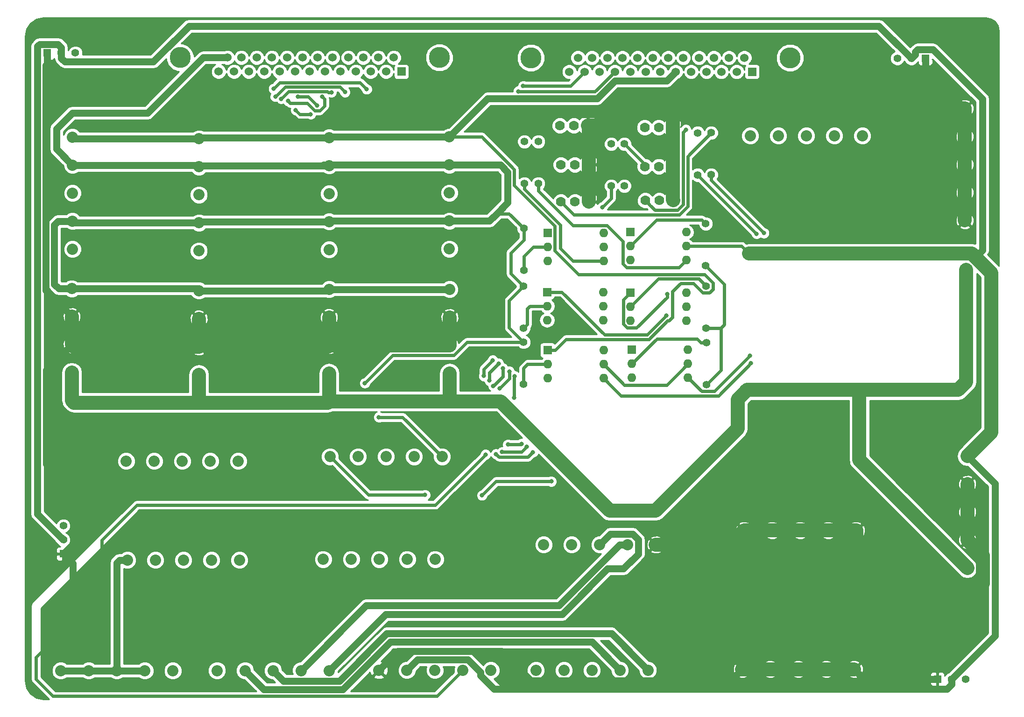
<source format=gtl>
G04 #@! TF.FileFunction,Copper,L1,Top,Signal*
%FSLAX46Y46*%
G04 Gerber Fmt 4.6, Leading zero omitted, Abs format (unit mm)*
G04 Created by KiCad (PCBNEW 4.0.7) date 11/10/17 07:17:47*
%MOMM*%
%LPD*%
G01*
G04 APERTURE LIST*
%ADD10C,0.100000*%
%ADD11C,2.032000*%
%ADD12R,1.397000X1.397000*%
%ADD13C,1.397000*%
%ADD14C,3.810000*%
%ADD15C,1.524000*%
%ADD16R,1.524000X1.524000*%
%ADD17R,1.600000X1.600000*%
%ADD18O,1.600000X1.600000*%
%ADD19R,1.778000X1.778000*%
%ADD20C,1.778000*%
%ADD21C,6.858000*%
%ADD22C,0.825500*%
%ADD23C,0.558800*%
%ADD24C,1.270000*%
%ADD25C,2.540000*%
%ADD26C,0.254000*%
G04 APERTURE END LIST*
D10*
D11*
X188825000Y-99925600D03*
X188825000Y-105005600D03*
X188825000Y-110085600D03*
X188825000Y-115165600D03*
X188825000Y-120245600D03*
X264640320Y-118163780D03*
X269720320Y-118163780D03*
X274800320Y-118163780D03*
X279880320Y-118163780D03*
X284960320Y-118163780D03*
X304114200Y-87457280D03*
X304114200Y-82377280D03*
X304114200Y-77297280D03*
X304114200Y-72217280D03*
X304114200Y-67137280D03*
X265199220Y-72088400D03*
X270279220Y-72088400D03*
X275359220Y-72088400D03*
X280439220Y-72088400D03*
X285519220Y-72088400D03*
X304370740Y-116718080D03*
X304370740Y-111638080D03*
X304370740Y-106558080D03*
X304370740Y-101478080D03*
X304370740Y-96398080D03*
D12*
X296951400Y-58059320D03*
D13*
X294411400Y-58059320D03*
X291871400Y-58059320D03*
D11*
X264949580Y-93441760D03*
X270029580Y-93441760D03*
X275109580Y-93441760D03*
X280189580Y-93441760D03*
X285269580Y-93441760D03*
D14*
X272381980Y-57945020D03*
X225391980Y-57945020D03*
D15*
X232376980Y-60485020D03*
X235170980Y-60485020D03*
X237837980Y-60485020D03*
X240631980Y-60485020D03*
X243425980Y-60485020D03*
X246219980Y-60485020D03*
X248886980Y-60485020D03*
X251680980Y-60485020D03*
X254474980Y-60485020D03*
X257268980Y-60485020D03*
X259935980Y-60485020D03*
X262729980Y-60485020D03*
D16*
X265523980Y-60485020D03*
D15*
X233951780Y-57945020D03*
X236491780Y-57945020D03*
X239285780Y-57945020D03*
X242028980Y-57945020D03*
X244772180Y-57945020D03*
X247566180Y-57945020D03*
X250309380Y-57945020D03*
X253052580Y-57945020D03*
X255897380Y-57945020D03*
X258589780Y-57945020D03*
X261332980Y-57945020D03*
X264126980Y-57945020D03*
D11*
X263728900Y-168838660D03*
X268808900Y-168838660D03*
X273888900Y-168838660D03*
X278968900Y-168838660D03*
X284048900Y-168838660D03*
X304555740Y-150495800D03*
X304555740Y-145415800D03*
X304555740Y-140335800D03*
X304555740Y-135255800D03*
X304555740Y-130175800D03*
X264104800Y-143671720D03*
X269184800Y-143671720D03*
X274264800Y-143671720D03*
X279344800Y-143671720D03*
X284424800Y-143671720D03*
D12*
X299150000Y-170640000D03*
D13*
X301690000Y-170640000D03*
X304230000Y-170640000D03*
D11*
X246672780Y-169018400D03*
X241592780Y-169018400D03*
X236512780Y-169018400D03*
X231432780Y-169018400D03*
X226352780Y-169018400D03*
X227744420Y-146258920D03*
X232824420Y-146258920D03*
X237904420Y-146258920D03*
X242984420Y-146258920D03*
X248064420Y-146258920D03*
D14*
X208805780Y-57919620D03*
X161815780Y-57919620D03*
D15*
X168800780Y-60459620D03*
X171594780Y-60459620D03*
X174261780Y-60459620D03*
X177055780Y-60459620D03*
X179849780Y-60459620D03*
X182643780Y-60459620D03*
X185310780Y-60459620D03*
X188104780Y-60459620D03*
X190898780Y-60459620D03*
X193692780Y-60459620D03*
X196359780Y-60459620D03*
X199153780Y-60459620D03*
D16*
X201947780Y-60459620D03*
D15*
X170375580Y-57919620D03*
X172915580Y-57919620D03*
X175709580Y-57919620D03*
X178452780Y-57919620D03*
X181195980Y-57919620D03*
X183989980Y-57919620D03*
X186733180Y-57919620D03*
X189476380Y-57919620D03*
X192321180Y-57919620D03*
X195013580Y-57919620D03*
X197756780Y-57919620D03*
X200550780Y-57919620D03*
D11*
X142297100Y-72327840D03*
X142297100Y-77407840D03*
X142297100Y-82487840D03*
X142297100Y-87567840D03*
X142297100Y-92647840D03*
X165228220Y-72617060D03*
X165228220Y-77697060D03*
X165228220Y-82777060D03*
X165228220Y-87857060D03*
X165228220Y-92937060D03*
X210647140Y-72282960D03*
X210647140Y-77362960D03*
X210647140Y-82442960D03*
X210647140Y-87522960D03*
X210647140Y-92602960D03*
X188825000Y-72437720D03*
X188825000Y-77517720D03*
X188825000Y-82597720D03*
X188825000Y-87677720D03*
X188825000Y-92757720D03*
D12*
X137750000Y-57060000D03*
D13*
X140290000Y-57060000D03*
X142830000Y-57060000D03*
D11*
X172573240Y-149052720D03*
X167493240Y-149052720D03*
X162413240Y-149052720D03*
X157333240Y-149052720D03*
X152253240Y-149052720D03*
X160489000Y-169102540D03*
X155409000Y-169102540D03*
X150329000Y-169102540D03*
X145249000Y-169102540D03*
X140169000Y-169102540D03*
X188848100Y-169089840D03*
X183768100Y-169089840D03*
X178688100Y-169089840D03*
X173608100Y-169089840D03*
X168528100Y-169089840D03*
X218171440Y-169033640D03*
X213091440Y-169033640D03*
X208011440Y-169033640D03*
X202931440Y-169033640D03*
X197851440Y-169033640D03*
X209313280Y-130278280D03*
X204233280Y-130278280D03*
X199153280Y-130278280D03*
X194073280Y-130278280D03*
X188993280Y-130278280D03*
X172351520Y-131101640D03*
X167271520Y-131101640D03*
X162191520Y-131101640D03*
X157111520Y-131101640D03*
X152031520Y-131101640D03*
X208098480Y-148898600D03*
X203018480Y-148898600D03*
X197938480Y-148898600D03*
X192858480Y-148898600D03*
X187778480Y-148898600D03*
D12*
X140640000Y-147920000D03*
D13*
X140640000Y-145380000D03*
X140640000Y-142840000D03*
D11*
X142187880Y-99792860D03*
X142187880Y-104872860D03*
X142187880Y-109952860D03*
X142187880Y-115032860D03*
X142187880Y-120112860D03*
X165228220Y-100183680D03*
X165228220Y-105263680D03*
X165228220Y-110343680D03*
X165228220Y-115423680D03*
X165228220Y-120503680D03*
X210690320Y-99948640D03*
X210690320Y-105028640D03*
X210690320Y-110108640D03*
X210690320Y-115188640D03*
X210690320Y-120268640D03*
D13*
X224240000Y-73150000D03*
X224240000Y-80770000D03*
X226760000Y-73150000D03*
X226760000Y-80770000D03*
X239980000Y-73580000D03*
X239980000Y-81200000D03*
X242370000Y-73570000D03*
X242370000Y-81190000D03*
X258120000Y-71550000D03*
X258120000Y-79170000D03*
X255660000Y-71580000D03*
X255660000Y-79200000D03*
D17*
X228450000Y-89720000D03*
D18*
X238610000Y-94800000D03*
X228450000Y-92260000D03*
X238610000Y-92260000D03*
X228450000Y-94800000D03*
X238610000Y-89720000D03*
D17*
X243430000Y-89580000D03*
D18*
X253590000Y-94660000D03*
X243430000Y-92120000D03*
X253590000Y-92120000D03*
X243430000Y-94660000D03*
X253590000Y-89580000D03*
D17*
X228360000Y-100430000D03*
D18*
X238520000Y-105510000D03*
X228360000Y-102970000D03*
X238520000Y-102970000D03*
X228360000Y-105510000D03*
X238520000Y-100430000D03*
D17*
X243500000Y-100520000D03*
D18*
X253660000Y-105600000D03*
X243500000Y-103060000D03*
X253660000Y-103060000D03*
X243500000Y-105600000D03*
X253660000Y-100520000D03*
D17*
X228460000Y-110990000D03*
D18*
X238620000Y-116070000D03*
X228460000Y-113530000D03*
X238620000Y-113530000D03*
X228460000Y-116070000D03*
X238620000Y-110990000D03*
D17*
X243750000Y-110890000D03*
D18*
X253910000Y-115970000D03*
X243750000Y-113430000D03*
X253910000Y-113430000D03*
X243750000Y-115970000D03*
X253910000Y-110890000D03*
D19*
X235760000Y-70260000D03*
D20*
X230680000Y-70260000D03*
X233220000Y-70260000D03*
D19*
X251230000Y-83800000D03*
D20*
X246150000Y-83800000D03*
X248690000Y-83800000D03*
D19*
X235940000Y-84080000D03*
D20*
X230860000Y-84080000D03*
X233400000Y-84080000D03*
D19*
X251130000Y-70590000D03*
D20*
X246050000Y-70590000D03*
X248590000Y-70590000D03*
D19*
X251170000Y-77670000D03*
D20*
X246090000Y-77670000D03*
X248630000Y-77670000D03*
D19*
X235930000Y-77340000D03*
D20*
X230850000Y-77340000D03*
X233390000Y-77340000D03*
D21*
X142380000Y-159870000D03*
X298640500Y-161216340D03*
D13*
X224130000Y-96480000D03*
X224130000Y-88860000D03*
X257130000Y-88050000D03*
X257130000Y-95670000D03*
X224060000Y-107010000D03*
X224060000Y-99390000D03*
X257210000Y-99330000D03*
X257210000Y-106950000D03*
X224090000Y-117120000D03*
X224090000Y-109500000D03*
X257240000Y-109590000D03*
X257240000Y-117210000D03*
D22*
X197850000Y-123150000D03*
X187580000Y-65001782D03*
X181360257Y-65779330D03*
X179100000Y-65000000D03*
X191710000Y-64170000D03*
X183180000Y-65001782D03*
X186664098Y-66603976D03*
X185501644Y-68179900D03*
X182796522Y-67428348D03*
X229120000Y-134770000D03*
X216550000Y-137300000D03*
X206250000Y-137220000D03*
X195290000Y-116950000D03*
X217190000Y-129910000D03*
X189260000Y-64188971D03*
X180150000Y-65380000D03*
X220310000Y-114240000D03*
X218600000Y-117470000D03*
X223135963Y-64048240D03*
X218496150Y-112790000D03*
X216870530Y-115660000D03*
X222466150Y-115690000D03*
X222370000Y-119640000D03*
X223760000Y-127960000D03*
X221250000Y-128080000D03*
X249973840Y-104710000D03*
X224707690Y-128476921D03*
X220210000Y-129440000D03*
X250140000Y-100780000D03*
X225780000Y-129480000D03*
X219110000Y-129820000D03*
X178770000Y-63530000D03*
X195650000Y-63640000D03*
X253510000Y-70970000D03*
X224010000Y-63060000D03*
X219550000Y-113410000D03*
X217900000Y-116500000D03*
X221520000Y-114820000D03*
X219780000Y-117910000D03*
X238350000Y-85040000D03*
X265330000Y-113370000D03*
X267680000Y-89740000D03*
X265160000Y-111950000D03*
X266360000Y-89870000D03*
D23*
X209313280Y-130278280D02*
X202185000Y-123150000D01*
X202185000Y-123150000D02*
X197850000Y-123150000D01*
X228460000Y-110990000D02*
X229818800Y-110990000D01*
X229818800Y-110990000D02*
X231815990Y-108992810D01*
X231815990Y-108992810D02*
X246840516Y-108992810D01*
X212083980Y-72282960D02*
X210647140Y-72282960D01*
X246840516Y-108992810D02*
X250177175Y-105656151D01*
X250177175Y-105656151D02*
X250427993Y-105656151D01*
X250427993Y-105656151D02*
X251086151Y-104997993D01*
X251086151Y-104997993D02*
X251086151Y-100325847D01*
X252569188Y-98842810D02*
X254899596Y-98842810D01*
X258441901Y-98738687D02*
X256920404Y-97217190D01*
X251086151Y-100325847D02*
X252569188Y-98842810D01*
X234100558Y-97217190D02*
X229783401Y-92900033D01*
X222398410Y-81065724D02*
X222398410Y-78186029D01*
X254899596Y-98842810D02*
X256618687Y-100561901D01*
X256618687Y-100561901D02*
X257801313Y-100561901D01*
X229783401Y-88450715D02*
X222398410Y-81065724D01*
X257801313Y-100561901D02*
X258441901Y-99921313D01*
X258441901Y-99921313D02*
X258441901Y-98738687D01*
X256920404Y-97217190D02*
X234100558Y-97217190D01*
X229783401Y-92900033D02*
X229783401Y-88450715D01*
X222398410Y-78186029D02*
X216495341Y-72282960D01*
X216495341Y-72282960D02*
X212083980Y-72282960D01*
D24*
X217580100Y-65350000D02*
X211663139Y-71266961D01*
X211663139Y-71266961D02*
X210647140Y-72282960D01*
X251680980Y-60485020D02*
X250029979Y-62136021D01*
X240633359Y-62136021D02*
X237419380Y-65350000D01*
X250029979Y-62136021D02*
X240633359Y-62136021D01*
X237419380Y-65350000D02*
X217580100Y-65350000D01*
X165228220Y-72617060D02*
X142586320Y-72617060D01*
X142586320Y-72617060D02*
X142297100Y-72327840D01*
X188825000Y-72437720D02*
X165407560Y-72437720D01*
X165407560Y-72437720D02*
X165228220Y-72617060D01*
X210647140Y-72282960D02*
X188979760Y-72282960D01*
X188979760Y-72282960D02*
X188825000Y-72437720D01*
D23*
X186209945Y-67550127D02*
X187118251Y-67550127D01*
X184851897Y-66192079D02*
X186209945Y-67550127D01*
X181773006Y-66192079D02*
X184851897Y-66192079D01*
X187992749Y-65414531D02*
X187580000Y-65001782D01*
X187992749Y-66675629D02*
X187992749Y-65414531D01*
X187118251Y-67550127D02*
X187992749Y-66675629D01*
X181360257Y-65779330D02*
X181773006Y-66192079D01*
X179512749Y-64587251D02*
X179100000Y-65000000D01*
X180857189Y-63242811D02*
X179512749Y-64587251D01*
X191710000Y-64170000D02*
X190782811Y-63242811D01*
X190782811Y-63242811D02*
X180857189Y-63242811D01*
X186664098Y-66603976D02*
X185061904Y-65001782D01*
X185061904Y-65001782D02*
X183763716Y-65001782D01*
X183763716Y-65001782D02*
X183180000Y-65001782D01*
X185501644Y-68179900D02*
X183548074Y-68179900D01*
X183548074Y-68179900D02*
X183209271Y-67841097D01*
X183209271Y-67841097D02*
X182796522Y-67428348D01*
D24*
X139390000Y-70840000D02*
X139390000Y-74500740D01*
X139390000Y-74500740D02*
X142297100Y-77407840D01*
X142290000Y-67940000D02*
X139390000Y-70840000D01*
X155930522Y-67940000D02*
X142290000Y-67940000D01*
X170375580Y-57919620D02*
X165950902Y-57919620D01*
X165950902Y-57919620D02*
X155930522Y-67940000D01*
D23*
X216550000Y-137300000D02*
X219080000Y-134770000D01*
X219080000Y-134770000D02*
X229120000Y-134770000D01*
X188993280Y-130278280D02*
X195935000Y-137220000D01*
X195935000Y-137220000D02*
X206250000Y-137220000D01*
X224090000Y-109500000D02*
X213849366Y-109500000D01*
X213849366Y-109500000D02*
X211437316Y-111912050D01*
X211437316Y-111912050D02*
X200327950Y-111912050D01*
X200327950Y-111912050D02*
X195290000Y-116950000D01*
D24*
X152253240Y-149052720D02*
X150816400Y-149052720D01*
X150816400Y-149052720D02*
X150329000Y-149540120D01*
X150329000Y-149540120D02*
X150329000Y-167665700D01*
X150329000Y-167665700D02*
X150329000Y-169102540D01*
X150329000Y-169102540D02*
X155409000Y-169102540D01*
X145249000Y-169102540D02*
X150329000Y-169102540D01*
X140169000Y-169102540D02*
X145249000Y-169102540D01*
X219230000Y-86220000D02*
X221230000Y-84220000D01*
X221230000Y-84220000D02*
X221230000Y-78670000D01*
X221230000Y-78670000D02*
X219922960Y-77362960D01*
X219922960Y-77362960D02*
X210647140Y-77362960D01*
X142187880Y-99792860D02*
X139867140Y-99792860D01*
X139867140Y-99792860D02*
X139830000Y-99830000D01*
X139830000Y-99830000D02*
X139000000Y-99000000D01*
X139000000Y-99000000D02*
X139000000Y-88270000D01*
X139000000Y-88270000D02*
X139702160Y-87567840D01*
X139702160Y-87567840D02*
X142297100Y-87567840D01*
D23*
X259850000Y-106950000D02*
X259850000Y-114600000D01*
X259850000Y-114600000D02*
X257240000Y-117210000D01*
X260470000Y-106330000D02*
X259850000Y-106950000D01*
X259850000Y-106950000D02*
X257210000Y-106950000D01*
X260470000Y-99010000D02*
X260470000Y-106330000D01*
X257130000Y-95670000D02*
X260470000Y-99010000D01*
X221480000Y-101970000D02*
X221480000Y-106890000D01*
X221480000Y-106890000D02*
X224090000Y-109500000D01*
X224060000Y-99390000D02*
X221480000Y-101970000D01*
X221770000Y-93320000D02*
X221770000Y-97100000D01*
X221770000Y-97100000D02*
X224060000Y-99390000D01*
X224130000Y-90960000D02*
X221770000Y-93320000D01*
X224130000Y-88860000D02*
X224130000Y-90960000D01*
X219230000Y-86220000D02*
X221490000Y-86220000D01*
X221490000Y-86220000D02*
X224130000Y-88860000D01*
D24*
X217927040Y-87522960D02*
X219230000Y-86220000D01*
X210647140Y-87522960D02*
X217927040Y-87522960D01*
X188825000Y-77517720D02*
X187710000Y-77517720D01*
X187710000Y-77517720D02*
X165407560Y-77517720D01*
X210647140Y-77362960D02*
X187864760Y-77362960D01*
X187864760Y-77362960D02*
X187710000Y-77517720D01*
X165407560Y-77517720D02*
X165228220Y-77697060D01*
X142297100Y-77407840D02*
X164939000Y-77407840D01*
X164939000Y-77407840D02*
X165228220Y-77697060D01*
X165228220Y-87857060D02*
X142586320Y-87857060D01*
X142586320Y-87857060D02*
X142297100Y-87567840D01*
X188825000Y-87677720D02*
X165407560Y-87677720D01*
X165407560Y-87677720D02*
X165228220Y-87857060D01*
X210647140Y-87522960D02*
X188979760Y-87522960D01*
X188979760Y-87522960D02*
X188825000Y-87677720D01*
X210690320Y-99948640D02*
X188848040Y-99948640D01*
X188848040Y-99948640D02*
X188825000Y-99925600D01*
X165228220Y-100183680D02*
X188566920Y-100183680D01*
X188566920Y-100183680D02*
X188825000Y-99925600D01*
X142187880Y-99792860D02*
X164837400Y-99792860D01*
X164837400Y-99792860D02*
X165228220Y-100183680D01*
D23*
X217190000Y-129910000D02*
X208060000Y-139040000D01*
X147610000Y-145430000D02*
X147610000Y-163280000D01*
X208060000Y-139040000D02*
X154000000Y-139040000D01*
X146240000Y-164650000D02*
X137730000Y-164650000D01*
X154000000Y-139040000D02*
X147610000Y-145430000D01*
X147610000Y-163280000D02*
X146240000Y-164650000D01*
X137730000Y-164650000D02*
X135670000Y-166710000D01*
X135670000Y-166710000D02*
X135670000Y-170640000D01*
X135670000Y-170640000D02*
X138740000Y-173710000D01*
X138740000Y-173710000D02*
X208415080Y-173710000D01*
X208415080Y-173710000D02*
X213091440Y-169033640D01*
X188676284Y-64188971D02*
X189260000Y-64188971D01*
X181474378Y-64055622D02*
X188542935Y-64055622D01*
X180150000Y-65380000D02*
X181474378Y-64055622D01*
X188542935Y-64055622D02*
X188676284Y-64188971D01*
X220310000Y-114823716D02*
X220310000Y-114240000D01*
X220310000Y-115760000D02*
X220310000Y-114823716D01*
X218600000Y-117470000D02*
X220310000Y-115760000D01*
X223719679Y-64048240D02*
X223135963Y-64048240D01*
X237068760Y-64048240D02*
X223719679Y-64048240D01*
X240631980Y-60485020D02*
X237068760Y-64048240D01*
X216870530Y-115660000D02*
X216870530Y-114415620D01*
X216870530Y-114415620D02*
X218496150Y-112790000D01*
X222370000Y-119640000D02*
X222370000Y-115786150D01*
X222370000Y-115786150D02*
X222466150Y-115690000D01*
X221250000Y-128080000D02*
X223640000Y-128080000D01*
X223640000Y-128080000D02*
X223760000Y-127960000D01*
X228360000Y-100430000D02*
X231040000Y-100430000D01*
X238790000Y-108180000D02*
X246503840Y-108180000D01*
X246503840Y-108180000D02*
X249561091Y-105122749D01*
X231040000Y-100430000D02*
X238790000Y-108180000D01*
X249561091Y-105122749D02*
X249973840Y-104710000D01*
X220210000Y-129440000D02*
X223744611Y-129440000D01*
X223744611Y-129440000D02*
X224707690Y-128476921D01*
X244570315Y-106933401D02*
X250140000Y-101363716D01*
X242859967Y-106933401D02*
X244570315Y-106933401D01*
X242166599Y-106240033D02*
X242859967Y-106933401D01*
X250140000Y-101363716D02*
X250140000Y-100780000D01*
X242166599Y-101853401D02*
X242166599Y-106240033D01*
X243500000Y-100520000D02*
X242166599Y-101853401D01*
X219110000Y-129820000D02*
X219676151Y-130386151D01*
X219676151Y-130386151D02*
X224873849Y-130386151D01*
X224873849Y-130386151D02*
X225780000Y-129480000D01*
D24*
X142380000Y-159870000D02*
X142380000Y-149660000D01*
X142380000Y-149660000D02*
X140640000Y-147920000D01*
D25*
X296486240Y-157170000D02*
X299170000Y-157170000D01*
X299170000Y-157170000D02*
X303510000Y-157170000D01*
X298640500Y-161216340D02*
X298640500Y-157624238D01*
X298640500Y-157624238D02*
X299094738Y-157170000D01*
X299094738Y-157170000D02*
X299170000Y-157170000D01*
D24*
X197851440Y-169033640D02*
X201280451Y-165604629D01*
X201280451Y-165604629D02*
X220119607Y-165604629D01*
X220119607Y-165604629D02*
X225438379Y-170923401D01*
X225438379Y-170923401D02*
X261644159Y-170923401D01*
X261644159Y-170923401D02*
X262712901Y-169854659D01*
X262712901Y-169854659D02*
X263728900Y-168838660D01*
X296951400Y-58059320D02*
X296951400Y-59974480D01*
X296951400Y-59974480D02*
X304114200Y-67137280D01*
D25*
X284424800Y-143671720D02*
X284424800Y-145108560D01*
X284424800Y-145108560D02*
X296486240Y-157170000D01*
X303510000Y-157170000D02*
X307400000Y-153280000D01*
X307400000Y-153280000D02*
X307400000Y-148260060D01*
X307400000Y-148260060D02*
X304555740Y-145415800D01*
D24*
X299150000Y-170640000D02*
X285850240Y-170640000D01*
X285850240Y-170640000D02*
X284048900Y-168838660D01*
X137560000Y-131660000D02*
X137560000Y-114580740D01*
X137560000Y-114580740D02*
X142187880Y-109952860D01*
X140640000Y-147920000D02*
X142430000Y-146130000D01*
X142430000Y-146130000D02*
X142430000Y-136530000D01*
X142430000Y-136530000D02*
X137560000Y-131660000D01*
X137750000Y-57060000D02*
X137750000Y-59028500D01*
X137750000Y-59028500D02*
X137475990Y-59302510D01*
X137475990Y-59302510D02*
X137475990Y-100160970D01*
X137475990Y-100160970D02*
X141171881Y-103856861D01*
X141171881Y-103856861D02*
X142187880Y-104872860D01*
D25*
X304555740Y-140335800D02*
X304555740Y-145415800D01*
X304555740Y-135255800D02*
X304555740Y-140335800D01*
X264104800Y-143671720D02*
X264104800Y-168462760D01*
X264104800Y-168462760D02*
X263728900Y-168838660D01*
X248064420Y-146258920D02*
X261517600Y-146258920D01*
X261517600Y-146258920D02*
X264104800Y-143671720D01*
X284048900Y-168838660D02*
X278968900Y-168838660D01*
X273888900Y-168838660D02*
X278968900Y-168838660D01*
X268808900Y-168838660D02*
X273888900Y-168838660D01*
X263728900Y-168838660D02*
X268808900Y-168838660D01*
X279344800Y-143671720D02*
X284424800Y-143671720D01*
X279344800Y-143671720D02*
X274264800Y-143671720D01*
X269184800Y-143671720D02*
X274264800Y-143671720D01*
X264104800Y-143671720D02*
X269184800Y-143671720D01*
X251153720Y-67137280D02*
X242311720Y-67137280D01*
X242311720Y-67137280D02*
X239189000Y-70260000D01*
X239189000Y-70260000D02*
X235760000Y-70260000D01*
X304114200Y-67137280D02*
X251153720Y-67137280D01*
X251153720Y-67137280D02*
X251130000Y-67161000D01*
X251130000Y-67161000D02*
X251130000Y-70590000D01*
X251170000Y-77670000D02*
X251170000Y-83740000D01*
X251170000Y-83740000D02*
X251230000Y-83800000D01*
X251130000Y-70590000D02*
X251130000Y-77630000D01*
X251130000Y-77630000D02*
X251170000Y-77670000D01*
X235930000Y-77340000D02*
X235930000Y-84070000D01*
X235930000Y-84070000D02*
X235940000Y-84080000D01*
X235760000Y-70260000D02*
X235930000Y-70430000D01*
X235930000Y-70430000D02*
X235930000Y-77340000D01*
X165228220Y-110343680D02*
X142578700Y-110343680D01*
X142578700Y-110343680D02*
X142187880Y-109952860D01*
X188825000Y-110085600D02*
X165486300Y-110085600D01*
X165486300Y-110085600D02*
X165228220Y-110343680D01*
X210690320Y-110108640D02*
X188848040Y-110108640D01*
X188848040Y-110108640D02*
X188825000Y-110085600D01*
X210667280Y-110085600D02*
X210690320Y-110108640D01*
X188566920Y-110343680D02*
X188825000Y-110085600D01*
X164837400Y-109952860D02*
X165228220Y-110343680D01*
X188825000Y-110085600D02*
X188825000Y-105005600D01*
X142187880Y-109952860D02*
X142187880Y-104872860D01*
X165228220Y-110343680D02*
X165228220Y-105263680D01*
X210690320Y-110108640D02*
X210690320Y-105028640D01*
X304114200Y-82377280D02*
X304114200Y-87457280D01*
X304114200Y-77297280D02*
X304114200Y-82377280D01*
X304114200Y-72217280D02*
X304114200Y-77297280D01*
X304114200Y-67137280D02*
X304114200Y-72217280D01*
D24*
X202931440Y-169033640D02*
X204836441Y-167128639D01*
X204836441Y-167128639D02*
X214005841Y-167128639D01*
X216266439Y-169389237D02*
X216266439Y-169948041D01*
X300857828Y-172460000D02*
X301690000Y-171627828D01*
X214005841Y-167128639D02*
X216266439Y-169389237D01*
X216266439Y-169948041D02*
X218778398Y-172460000D01*
X218778398Y-172460000D02*
X300857828Y-172460000D01*
X301690000Y-171627828D02*
X301690000Y-170640000D01*
X163430278Y-52170000D02*
X288522080Y-52170000D01*
X288522080Y-52170000D02*
X294411400Y-58059320D01*
X140290000Y-57060000D02*
X140290000Y-58047828D01*
X140290000Y-58047828D02*
X140889673Y-58647501D01*
X140889673Y-58647501D02*
X156952777Y-58647501D01*
X156952777Y-58647501D02*
X163430278Y-52170000D01*
X294411400Y-58059320D02*
X295109899Y-57360821D01*
X295109899Y-57360821D02*
X295109899Y-56903619D01*
X295109899Y-56903619D02*
X295541699Y-56471819D01*
X295541699Y-56471819D02*
X298361101Y-56471819D01*
X298361101Y-56471819D02*
X307290000Y-65400718D01*
X307290000Y-65400718D02*
X307290000Y-92826014D01*
X307290000Y-92826014D02*
X306020000Y-94096014D01*
D25*
X308890000Y-96966014D02*
X306020000Y-94096014D01*
X306020000Y-94096014D02*
X305365746Y-93441760D01*
D24*
X301690000Y-170640000D02*
X309559010Y-162770990D01*
X309559010Y-162770990D02*
X309559010Y-135179070D01*
X309559010Y-135179070D02*
X305571739Y-131191799D01*
X305571739Y-131191799D02*
X304555740Y-130175800D01*
X140290000Y-57060000D02*
X140290000Y-56072172D01*
X139690327Y-55472499D02*
X136340299Y-55472499D01*
X140290000Y-56072172D02*
X139690327Y-55472499D01*
X136340299Y-55472499D02*
X135951980Y-55860818D01*
X135951980Y-55860818D02*
X135951980Y-140691980D01*
X135951980Y-140691980D02*
X139941501Y-144681501D01*
X139941501Y-144681501D02*
X140640000Y-145380000D01*
D23*
X253590000Y-92120000D02*
X263627820Y-92120000D01*
X263627820Y-92120000D02*
X264949580Y-93441760D01*
X238620000Y-113530000D02*
X242393401Y-117303401D01*
X242393401Y-117303401D02*
X250036599Y-117303401D01*
X250036599Y-117303401D02*
X253110001Y-114229999D01*
X253110001Y-114229999D02*
X253910000Y-113430000D01*
D25*
X308890000Y-125841540D02*
X308890000Y-96966014D01*
X305365746Y-93441760D02*
X286706420Y-93441760D01*
X286706420Y-93441760D02*
X285269580Y-93441760D01*
X304555740Y-130175800D02*
X308890000Y-125841540D01*
X280189580Y-93441760D02*
X285269580Y-93441760D01*
X275109580Y-93441760D02*
X280189580Y-93441760D01*
X270029580Y-93441760D02*
X275109580Y-93441760D01*
X264949580Y-93441760D02*
X270029580Y-93441760D01*
X262904100Y-119900000D02*
X264640320Y-118163780D01*
X239720698Y-140080000D02*
X248000000Y-140080000D01*
X219909338Y-120268640D02*
X239720698Y-140080000D01*
X262904100Y-125175900D02*
X262904100Y-119900000D01*
X210690320Y-120268640D02*
X219909338Y-120268640D01*
X248000000Y-140080000D02*
X262904100Y-125175900D01*
X284960320Y-118163780D02*
X284960320Y-130900380D01*
X284960320Y-130900380D02*
X304555740Y-150495800D01*
X304370740Y-96398080D02*
X304370740Y-101478080D01*
X304370740Y-106558080D02*
X304370740Y-101478080D01*
X304370740Y-106558080D02*
X304370740Y-111638080D01*
X304370740Y-116718080D02*
X304370740Y-111638080D01*
X284960320Y-118163780D02*
X302925040Y-118163780D01*
X302925040Y-118163780D02*
X304370740Y-116718080D01*
X284960320Y-118163780D02*
X279880320Y-118163780D01*
X274800320Y-118163780D02*
X279880320Y-118163780D01*
X269720320Y-118163780D02*
X274800320Y-118163780D01*
X264640320Y-118163780D02*
X269720320Y-118163780D01*
X165228220Y-120503680D02*
X142578700Y-120503680D01*
X142578700Y-120503680D02*
X142187880Y-120112860D01*
X188825000Y-120245600D02*
X210667280Y-120245600D01*
X210667280Y-120245600D02*
X210690320Y-120268640D01*
X165228220Y-120503680D02*
X188566920Y-120503680D01*
X188566920Y-120503680D02*
X188825000Y-120245600D01*
X164837400Y-120112860D02*
X165228220Y-120503680D01*
X210690320Y-115188640D02*
X210690320Y-120268640D01*
X188825000Y-115165600D02*
X188825000Y-120245600D01*
X165228220Y-115423680D02*
X165228220Y-120503680D01*
X142187880Y-115032860D02*
X142187880Y-120112860D01*
D24*
X231091774Y-158870000D02*
X199067940Y-158870000D01*
X199067940Y-158870000D02*
X188848100Y-169089840D01*
X244889421Y-147950579D02*
X242220000Y-150620000D01*
X242220000Y-150620000D02*
X239341774Y-150620000D01*
X239341774Y-150620000D02*
X231091774Y-158870000D01*
X237904420Y-146258920D02*
X239809421Y-144353919D01*
X243898821Y-144353919D02*
X244889421Y-145344519D01*
X239809421Y-144353919D02*
X243898821Y-144353919D01*
X244889421Y-145344519D02*
X244889421Y-147950579D01*
X242984420Y-146258920D02*
X241547580Y-146258920D01*
X241547580Y-146258920D02*
X230526500Y-157280000D01*
X230526500Y-157280000D02*
X195577940Y-157280000D01*
X195577940Y-157280000D02*
X183768100Y-169089840D01*
X245656781Y-168002401D02*
X246672780Y-169018400D01*
X199294009Y-162385989D02*
X240040369Y-162385989D01*
X190685158Y-170994840D02*
X199294009Y-162385989D01*
X178688100Y-169089840D02*
X180593100Y-170994840D01*
X240040369Y-162385989D02*
X245656781Y-168002401D01*
X180593100Y-170994840D02*
X190685158Y-170994840D01*
X177037111Y-172518851D02*
X174624099Y-170105839D01*
X174624099Y-170105839D02*
X173608100Y-169089840D01*
X241592780Y-169018400D02*
X236484380Y-163910000D01*
X236484380Y-163910000D02*
X199925275Y-163910000D01*
X199925275Y-163910000D02*
X191316424Y-172518851D01*
X191316424Y-172518851D02*
X177037111Y-172518851D01*
D23*
X195650000Y-63640000D02*
X194440000Y-62430000D01*
X194440000Y-62430000D02*
X179870000Y-62430000D01*
X179870000Y-62430000D02*
X178770000Y-63530000D01*
X242370000Y-73570000D02*
X246090000Y-77290000D01*
X246090000Y-77290000D02*
X246090000Y-77670000D01*
X258120000Y-71550000D02*
X253846218Y-75823782D01*
X253846218Y-75823782D02*
X253846218Y-84883674D01*
X253846218Y-84883674D02*
X252313674Y-86416218D01*
X252313674Y-86416218D02*
X233196218Y-86416218D01*
X233196218Y-86416218D02*
X231748999Y-84968999D01*
X231748999Y-84968999D02*
X230860000Y-84080000D01*
X253510000Y-70970000D02*
X253033408Y-71446592D01*
X253033408Y-84546998D02*
X251976998Y-85603408D01*
X253033408Y-71446592D02*
X253033408Y-84546998D01*
X247038999Y-84688999D02*
X246150000Y-83800000D01*
X251976998Y-85603408D02*
X247953408Y-85603408D01*
X247953408Y-85603408D02*
X247038999Y-84688999D01*
X224010000Y-63060000D02*
X232610000Y-63060000D01*
X232610000Y-63060000D02*
X232800000Y-62870000D01*
X232800000Y-62870000D02*
X232800000Y-62856000D01*
X232800000Y-62856000D02*
X235170980Y-60485020D01*
X217900000Y-116500000D02*
X217900000Y-115060000D01*
X217900000Y-115060000D02*
X219550000Y-113410000D01*
X219780000Y-117910000D02*
X221520000Y-116170000D01*
X221520000Y-116170000D02*
X221520000Y-114820000D01*
X224130000Y-93950000D02*
X225820000Y-92260000D01*
X225820000Y-92260000D02*
X228450000Y-92260000D01*
X224130000Y-96480000D02*
X224130000Y-93950000D01*
X257130000Y-88050000D02*
X256431501Y-87351501D01*
X256431501Y-87351501D02*
X248198499Y-87351501D01*
X248198499Y-87351501D02*
X244229999Y-91320001D01*
X244229999Y-91320001D02*
X243430000Y-92120000D01*
X224758499Y-103461501D02*
X225250000Y-102970000D01*
X225250000Y-102970000D02*
X228360000Y-102970000D01*
X224060000Y-107010000D02*
X224758499Y-106311501D01*
X224758499Y-106311501D02*
X224758499Y-103461501D01*
X257210000Y-99330000D02*
X255910000Y-98030000D01*
X255910000Y-98030000D02*
X248530000Y-98030000D01*
X248530000Y-98030000D02*
X243500000Y-103060000D01*
X224090000Y-114230000D02*
X224790000Y-113530000D01*
X224790000Y-113530000D02*
X228460000Y-113530000D01*
X224090000Y-117120000D02*
X224090000Y-114230000D01*
X255582172Y-108920000D02*
X248260000Y-108920000D01*
X248260000Y-108920000D02*
X243750000Y-113430000D01*
X257240000Y-109590000D02*
X256252172Y-109590000D01*
X256252172Y-109590000D02*
X255582172Y-108920000D01*
X230770000Y-92550000D02*
X233020000Y-94800000D01*
X233020000Y-94800000D02*
X238610000Y-94800000D01*
X230770000Y-88287828D02*
X230770000Y-92550000D01*
X224240000Y-80770000D02*
X224240000Y-81757828D01*
X224240000Y-81757828D02*
X230770000Y-88287828D01*
X226760000Y-80770000D02*
X226760000Y-82085154D01*
X242096599Y-91233165D02*
X242096599Y-95300033D01*
X252256599Y-95993401D02*
X252790001Y-95459999D01*
X226760000Y-82085154D02*
X233061445Y-88386599D01*
X233061445Y-88386599D02*
X239250033Y-88386599D01*
X239250033Y-88386599D02*
X242096599Y-91233165D01*
X252790001Y-95459999D02*
X253590000Y-94660000D01*
X242096599Y-95300033D02*
X242789967Y-95993401D01*
X242789967Y-95993401D02*
X252256599Y-95993401D01*
X239980000Y-81200000D02*
X239980000Y-83410000D01*
X239980000Y-83410000D02*
X238350000Y-85040000D01*
X265330000Y-113370000D02*
X259445289Y-119254711D01*
X259445289Y-119254711D02*
X241804711Y-119254711D01*
X241804711Y-119254711D02*
X239419999Y-116869999D01*
X239419999Y-116869999D02*
X238620000Y-116070000D01*
X258120000Y-79170000D02*
X258120000Y-80180000D01*
X258120000Y-80180000D02*
X267680000Y-89740000D01*
X258668099Y-118441901D02*
X264747251Y-112362749D01*
X253910000Y-115970000D02*
X256381901Y-118441901D01*
X256381901Y-118441901D02*
X258668099Y-118441901D01*
X264747251Y-112362749D02*
X265160000Y-111950000D01*
X255660000Y-79200000D02*
X266330000Y-89870000D01*
X266330000Y-89870000D02*
X266360000Y-89870000D01*
D26*
G36*
X308871023Y-50897167D02*
X309609439Y-51390561D01*
X310102833Y-52128977D01*
X310290000Y-53069931D01*
X310290000Y-95698239D01*
X310237038Y-95618976D01*
X308249740Y-93631678D01*
X308463327Y-93312022D01*
X308560000Y-92826014D01*
X308560000Y-65400723D01*
X308560001Y-65400718D01*
X308463327Y-64914710D01*
X308188026Y-64502692D01*
X299259127Y-55573793D01*
X298847109Y-55298492D01*
X298361101Y-55201818D01*
X298361096Y-55201819D01*
X295541699Y-55201819D01*
X295055691Y-55298492D01*
X294643673Y-55573793D01*
X294643671Y-55573796D01*
X294211873Y-56005593D01*
X294188582Y-56040451D01*
X289420106Y-51271974D01*
X289008088Y-50996673D01*
X288522080Y-50899999D01*
X288522075Y-50900000D01*
X163430283Y-50900000D01*
X163430278Y-50899999D01*
X162944270Y-50996673D01*
X162532252Y-51271974D01*
X162532250Y-51271977D01*
X156426725Y-57377501D01*
X144142054Y-57377501D01*
X144163268Y-57326413D01*
X144163731Y-56795914D01*
X143961146Y-56305620D01*
X143586353Y-55930173D01*
X143096413Y-55726732D01*
X142565914Y-55726269D01*
X142075620Y-55928854D01*
X141700173Y-56303647D01*
X141560000Y-56641221D01*
X141560000Y-56072177D01*
X141560001Y-56072172D01*
X141463327Y-55586164D01*
X141455061Y-55573793D01*
X141188026Y-55174146D01*
X141188023Y-55174144D01*
X140588353Y-54574473D01*
X140176335Y-54299172D01*
X139690327Y-54202498D01*
X139690322Y-54202499D01*
X136340304Y-54202499D01*
X136340299Y-54202498D01*
X135854291Y-54299172D01*
X135442273Y-54574473D01*
X135053954Y-54962792D01*
X134778653Y-55374810D01*
X134681979Y-55860818D01*
X134681980Y-55860823D01*
X134681980Y-140691975D01*
X134681979Y-140691980D01*
X134778653Y-141177988D01*
X135053954Y-141590006D01*
X139043473Y-145579524D01*
X139043475Y-145579527D01*
X139445852Y-145981904D01*
X139508854Y-146134380D01*
X139883647Y-146509827D01*
X140068296Y-146586500D01*
X139815190Y-146586500D01*
X139581801Y-146683173D01*
X139403173Y-146861802D01*
X139306500Y-147095191D01*
X139306500Y-147634250D01*
X139465250Y-147793000D01*
X140513000Y-147793000D01*
X140513000Y-147773000D01*
X140767000Y-147773000D01*
X140767000Y-147793000D01*
X141814750Y-147793000D01*
X141973500Y-147634250D01*
X141973500Y-147095191D01*
X141876827Y-146861802D01*
X141698199Y-146683173D01*
X141464810Y-146586500D01*
X141212009Y-146586500D01*
X141394380Y-146511146D01*
X141769827Y-146136353D01*
X141973268Y-145646413D01*
X141973731Y-145115914D01*
X141771146Y-144625620D01*
X141396353Y-144250173D01*
X141242225Y-144186173D01*
X141134555Y-144078503D01*
X141394380Y-143971146D01*
X141769827Y-143596353D01*
X141973268Y-143106413D01*
X141973731Y-142575914D01*
X141771146Y-142085620D01*
X141396353Y-141710173D01*
X140906413Y-141506732D01*
X140375914Y-141506269D01*
X139885620Y-141708854D01*
X139510173Y-142083647D01*
X139401474Y-142345423D01*
X137221980Y-140165928D01*
X137221980Y-131428603D01*
X150380234Y-131428603D01*
X150631054Y-132035635D01*
X151095083Y-132500474D01*
X151701675Y-132752353D01*
X152358483Y-132752926D01*
X152965515Y-132502106D01*
X153430354Y-132038077D01*
X153682233Y-131431485D01*
X153682235Y-131428603D01*
X155460234Y-131428603D01*
X155711054Y-132035635D01*
X156175083Y-132500474D01*
X156781675Y-132752353D01*
X157438483Y-132752926D01*
X158045515Y-132502106D01*
X158510354Y-132038077D01*
X158762233Y-131431485D01*
X158762235Y-131428603D01*
X160540234Y-131428603D01*
X160791054Y-132035635D01*
X161255083Y-132500474D01*
X161861675Y-132752353D01*
X162518483Y-132752926D01*
X163125515Y-132502106D01*
X163590354Y-132038077D01*
X163842233Y-131431485D01*
X163842235Y-131428603D01*
X165620234Y-131428603D01*
X165871054Y-132035635D01*
X166335083Y-132500474D01*
X166941675Y-132752353D01*
X167598483Y-132752926D01*
X168205515Y-132502106D01*
X168670354Y-132038077D01*
X168922233Y-131431485D01*
X168922235Y-131428603D01*
X170700234Y-131428603D01*
X170951054Y-132035635D01*
X171415083Y-132500474D01*
X172021675Y-132752353D01*
X172678483Y-132752926D01*
X173285515Y-132502106D01*
X173750354Y-132038077D01*
X174002233Y-131431485D01*
X174002806Y-130774677D01*
X173751986Y-130167645D01*
X173287957Y-129702806D01*
X172681365Y-129450927D01*
X172024557Y-129450354D01*
X171417525Y-129701174D01*
X170952686Y-130165203D01*
X170700807Y-130771795D01*
X170700234Y-131428603D01*
X168922235Y-131428603D01*
X168922806Y-130774677D01*
X168671986Y-130167645D01*
X168207957Y-129702806D01*
X167601365Y-129450927D01*
X166944557Y-129450354D01*
X166337525Y-129701174D01*
X165872686Y-130165203D01*
X165620807Y-130771795D01*
X165620234Y-131428603D01*
X163842235Y-131428603D01*
X163842806Y-130774677D01*
X163591986Y-130167645D01*
X163127957Y-129702806D01*
X162521365Y-129450927D01*
X161864557Y-129450354D01*
X161257525Y-129701174D01*
X160792686Y-130165203D01*
X160540807Y-130771795D01*
X160540234Y-131428603D01*
X158762235Y-131428603D01*
X158762806Y-130774677D01*
X158511986Y-130167645D01*
X158047957Y-129702806D01*
X157441365Y-129450927D01*
X156784557Y-129450354D01*
X156177525Y-129701174D01*
X155712686Y-130165203D01*
X155460807Y-130771795D01*
X155460234Y-131428603D01*
X153682235Y-131428603D01*
X153682806Y-130774677D01*
X153431986Y-130167645D01*
X152967957Y-129702806D01*
X152361365Y-129450927D01*
X151704557Y-129450354D01*
X151097525Y-129701174D01*
X150632686Y-130165203D01*
X150380807Y-130771795D01*
X150380234Y-131428603D01*
X137221980Y-131428603D01*
X137221980Y-111116967D01*
X141203378Y-111116967D01*
X141304000Y-111385482D01*
X141919522Y-111614676D01*
X142575899Y-111590874D01*
X142776489Y-111507787D01*
X164243718Y-111507787D01*
X164344340Y-111776302D01*
X164959862Y-112005496D01*
X165616239Y-111981694D01*
X166112100Y-111776302D01*
X166212722Y-111507787D01*
X165228220Y-110523285D01*
X164243718Y-111507787D01*
X142776489Y-111507787D01*
X143071760Y-111385482D01*
X143172382Y-111116967D01*
X142187880Y-110132465D01*
X141203378Y-111116967D01*
X137221980Y-111116967D01*
X137221980Y-109684502D01*
X140526064Y-109684502D01*
X140549866Y-110340879D01*
X140755258Y-110836740D01*
X141023773Y-110937362D01*
X142008275Y-109952860D01*
X142367485Y-109952860D01*
X143351987Y-110937362D01*
X143620502Y-110836740D01*
X143849696Y-110221218D01*
X143844406Y-110075322D01*
X163566404Y-110075322D01*
X163590206Y-110731699D01*
X163795598Y-111227560D01*
X164064113Y-111328182D01*
X165048615Y-110343680D01*
X165407825Y-110343680D01*
X166392327Y-111328182D01*
X166601741Y-111249707D01*
X187840498Y-111249707D01*
X187941120Y-111518222D01*
X188556642Y-111747416D01*
X189213019Y-111723614D01*
X189708880Y-111518222D01*
X189809502Y-111249707D01*
X188825000Y-110265205D01*
X187840498Y-111249707D01*
X166601741Y-111249707D01*
X166660842Y-111227560D01*
X166890036Y-110612038D01*
X166866234Y-109955661D01*
X166808900Y-109817242D01*
X187163184Y-109817242D01*
X187186986Y-110473619D01*
X187392378Y-110969480D01*
X187660893Y-111070102D01*
X188645395Y-110085600D01*
X189004605Y-110085600D01*
X189989107Y-111070102D01*
X190257622Y-110969480D01*
X190486816Y-110353958D01*
X190463014Y-109697581D01*
X190257622Y-109201720D01*
X189989107Y-109101098D01*
X189004605Y-110085600D01*
X188645395Y-110085600D01*
X187660893Y-109101098D01*
X187392378Y-109201720D01*
X187163184Y-109817242D01*
X166808900Y-109817242D01*
X166660842Y-109459800D01*
X166392327Y-109359178D01*
X165407825Y-110343680D01*
X165048615Y-110343680D01*
X164064113Y-109359178D01*
X163795598Y-109459800D01*
X163566404Y-110075322D01*
X143844406Y-110075322D01*
X143825894Y-109564841D01*
X143666312Y-109179573D01*
X164243718Y-109179573D01*
X165228220Y-110164075D01*
X166212722Y-109179573D01*
X166116011Y-108921493D01*
X187840498Y-108921493D01*
X188825000Y-109905995D01*
X189786462Y-108944533D01*
X209705818Y-108944533D01*
X210690320Y-109929035D01*
X211674822Y-108944533D01*
X211574200Y-108676018D01*
X210958678Y-108446824D01*
X210302301Y-108470626D01*
X209806440Y-108676018D01*
X209705818Y-108944533D01*
X189786462Y-108944533D01*
X189809502Y-108921493D01*
X189708880Y-108652978D01*
X189093358Y-108423784D01*
X188436981Y-108447586D01*
X187941120Y-108652978D01*
X187840498Y-108921493D01*
X166116011Y-108921493D01*
X166112100Y-108911058D01*
X165496578Y-108681864D01*
X164840201Y-108705666D01*
X164344340Y-108911058D01*
X164243718Y-109179573D01*
X143666312Y-109179573D01*
X143620502Y-109068980D01*
X143351987Y-108968358D01*
X142367485Y-109952860D01*
X142008275Y-109952860D01*
X141023773Y-108968358D01*
X140755258Y-109068980D01*
X140526064Y-109684502D01*
X137221980Y-109684502D01*
X137221980Y-108788753D01*
X141203378Y-108788753D01*
X142187880Y-109773255D01*
X143172382Y-108788753D01*
X143071760Y-108520238D01*
X142456238Y-108291044D01*
X141799861Y-108314846D01*
X141304000Y-108520238D01*
X141203378Y-108788753D01*
X137221980Y-108788753D01*
X137221980Y-106036967D01*
X141203378Y-106036967D01*
X141304000Y-106305482D01*
X141919522Y-106534676D01*
X142575899Y-106510874D01*
X142776489Y-106427787D01*
X164243718Y-106427787D01*
X164344340Y-106696302D01*
X164959862Y-106925496D01*
X165616239Y-106901694D01*
X166112100Y-106696302D01*
X166212722Y-106427787D01*
X165228220Y-105443285D01*
X164243718Y-106427787D01*
X142776489Y-106427787D01*
X143071760Y-106305482D01*
X143172382Y-106036967D01*
X142187880Y-105052465D01*
X141203378Y-106036967D01*
X137221980Y-106036967D01*
X137221980Y-104604502D01*
X140526064Y-104604502D01*
X140549866Y-105260879D01*
X140755258Y-105756740D01*
X141023773Y-105857362D01*
X142008275Y-104872860D01*
X142367485Y-104872860D01*
X143351987Y-105857362D01*
X143620502Y-105756740D01*
X143849696Y-105141218D01*
X143844406Y-104995322D01*
X163566404Y-104995322D01*
X163590206Y-105651699D01*
X163795598Y-106147560D01*
X164064113Y-106248182D01*
X165048615Y-105263680D01*
X165407825Y-105263680D01*
X166392327Y-106248182D01*
X166601741Y-106169707D01*
X187840498Y-106169707D01*
X187941120Y-106438222D01*
X188556642Y-106667416D01*
X189213019Y-106643614D01*
X189708880Y-106438222D01*
X189800868Y-106192747D01*
X209705818Y-106192747D01*
X209806440Y-106461262D01*
X210421962Y-106690456D01*
X211078339Y-106666654D01*
X211574200Y-106461262D01*
X211674822Y-106192747D01*
X210690320Y-105208245D01*
X209705818Y-106192747D01*
X189800868Y-106192747D01*
X189809502Y-106169707D01*
X188825000Y-105185205D01*
X187840498Y-106169707D01*
X166601741Y-106169707D01*
X166660842Y-106147560D01*
X166890036Y-105532038D01*
X166866234Y-104875661D01*
X166808900Y-104737242D01*
X187163184Y-104737242D01*
X187186986Y-105393619D01*
X187392378Y-105889480D01*
X187660893Y-105990102D01*
X188645395Y-105005600D01*
X189004605Y-105005600D01*
X189989107Y-105990102D01*
X190257622Y-105889480D01*
X190486816Y-105273958D01*
X190468189Y-104760282D01*
X209028504Y-104760282D01*
X209052306Y-105416659D01*
X209257698Y-105912520D01*
X209526213Y-106013142D01*
X210510715Y-105028640D01*
X210869925Y-105028640D01*
X211854427Y-106013142D01*
X212122942Y-105912520D01*
X212352136Y-105296998D01*
X212328334Y-104640621D01*
X212122942Y-104144760D01*
X211854427Y-104044138D01*
X210869925Y-105028640D01*
X210510715Y-105028640D01*
X209526213Y-104044138D01*
X209257698Y-104144760D01*
X209028504Y-104760282D01*
X190468189Y-104760282D01*
X190463014Y-104617581D01*
X190257622Y-104121720D01*
X189989107Y-104021098D01*
X189004605Y-105005600D01*
X188645395Y-105005600D01*
X187660893Y-104021098D01*
X187392378Y-104121720D01*
X187163184Y-104737242D01*
X166808900Y-104737242D01*
X166660842Y-104379800D01*
X166392327Y-104279178D01*
X165407825Y-105263680D01*
X165048615Y-105263680D01*
X164064113Y-104279178D01*
X163795598Y-104379800D01*
X163566404Y-104995322D01*
X143844406Y-104995322D01*
X143825894Y-104484841D01*
X143666312Y-104099573D01*
X164243718Y-104099573D01*
X165228220Y-105084075D01*
X166212722Y-104099573D01*
X166116011Y-103841493D01*
X187840498Y-103841493D01*
X188825000Y-104825995D01*
X189786462Y-103864533D01*
X209705818Y-103864533D01*
X210690320Y-104849035D01*
X211674822Y-103864533D01*
X211574200Y-103596018D01*
X210958678Y-103366824D01*
X210302301Y-103390626D01*
X209806440Y-103596018D01*
X209705818Y-103864533D01*
X189786462Y-103864533D01*
X189809502Y-103841493D01*
X189708880Y-103572978D01*
X189093358Y-103343784D01*
X188436981Y-103367586D01*
X187941120Y-103572978D01*
X187840498Y-103841493D01*
X166116011Y-103841493D01*
X166112100Y-103831058D01*
X165496578Y-103601864D01*
X164840201Y-103625666D01*
X164344340Y-103831058D01*
X164243718Y-104099573D01*
X143666312Y-104099573D01*
X143620502Y-103988980D01*
X143351987Y-103888358D01*
X142367485Y-104872860D01*
X142008275Y-104872860D01*
X141023773Y-103888358D01*
X140755258Y-103988980D01*
X140526064Y-104604502D01*
X137221980Y-104604502D01*
X137221980Y-103708753D01*
X141203378Y-103708753D01*
X142187880Y-104693255D01*
X143172382Y-103708753D01*
X143071760Y-103440238D01*
X142456238Y-103211044D01*
X141799861Y-103234846D01*
X141304000Y-103440238D01*
X141203378Y-103708753D01*
X137221980Y-103708753D01*
X137221980Y-82814803D01*
X140645814Y-82814803D01*
X140896634Y-83421835D01*
X141360663Y-83886674D01*
X141967255Y-84138553D01*
X142624063Y-84139126D01*
X143231095Y-83888306D01*
X143695934Y-83424277D01*
X143828915Y-83104023D01*
X163576934Y-83104023D01*
X163827754Y-83711055D01*
X164291783Y-84175894D01*
X164898375Y-84427773D01*
X165555183Y-84428346D01*
X166162215Y-84177526D01*
X166627054Y-83713497D01*
X166878933Y-83106905D01*
X166879091Y-82924683D01*
X187173714Y-82924683D01*
X187424534Y-83531715D01*
X187888563Y-83996554D01*
X188495155Y-84248433D01*
X189151963Y-84249006D01*
X189758995Y-83998186D01*
X190223834Y-83534157D01*
X190475713Y-82927565D01*
X190475850Y-82769923D01*
X208995854Y-82769923D01*
X209246674Y-83376955D01*
X209710703Y-83841794D01*
X210317295Y-84093673D01*
X210974103Y-84094246D01*
X211581135Y-83843426D01*
X212045974Y-83379397D01*
X212297853Y-82772805D01*
X212298426Y-82115997D01*
X212047606Y-81508965D01*
X211583577Y-81044126D01*
X210976985Y-80792247D01*
X210320177Y-80791674D01*
X209713145Y-81042494D01*
X209248306Y-81506523D01*
X208996427Y-82113115D01*
X208995854Y-82769923D01*
X190475850Y-82769923D01*
X190476286Y-82270757D01*
X190225466Y-81663725D01*
X189761437Y-81198886D01*
X189154845Y-80947007D01*
X188498037Y-80946434D01*
X187891005Y-81197254D01*
X187426166Y-81661283D01*
X187174287Y-82267875D01*
X187173714Y-82924683D01*
X166879091Y-82924683D01*
X166879506Y-82450097D01*
X166628686Y-81843065D01*
X166164657Y-81378226D01*
X165558065Y-81126347D01*
X164901257Y-81125774D01*
X164294225Y-81376594D01*
X163829386Y-81840623D01*
X163577507Y-82447215D01*
X163576934Y-83104023D01*
X143828915Y-83104023D01*
X143947813Y-82817685D01*
X143948386Y-82160877D01*
X143697566Y-81553845D01*
X143233537Y-81089006D01*
X142626945Y-80837127D01*
X141970137Y-80836554D01*
X141363105Y-81087374D01*
X140898266Y-81551403D01*
X140646387Y-82157995D01*
X140645814Y-82814803D01*
X137221980Y-82814803D01*
X137221980Y-58393500D01*
X137464250Y-58393500D01*
X137623000Y-58234750D01*
X137623000Y-57187000D01*
X137603000Y-57187000D01*
X137603000Y-56933000D01*
X137623000Y-56933000D01*
X137623000Y-56913000D01*
X137877000Y-56913000D01*
X137877000Y-56933000D01*
X137897000Y-56933000D01*
X137897000Y-57187000D01*
X137877000Y-57187000D01*
X137877000Y-58234750D01*
X138035750Y-58393500D01*
X138574809Y-58393500D01*
X138808198Y-58296827D01*
X138986827Y-58118199D01*
X139020000Y-58038112D01*
X139020000Y-58047823D01*
X139019999Y-58047828D01*
X139116673Y-58533836D01*
X139391974Y-58945854D01*
X139991645Y-59545524D01*
X139991647Y-59545527D01*
X140219271Y-59697620D01*
X140403665Y-59820828D01*
X140889673Y-59917502D01*
X140889678Y-59917501D01*
X156952772Y-59917501D01*
X156952777Y-59917502D01*
X157438785Y-59820828D01*
X157850803Y-59545527D01*
X159275603Y-58120727D01*
X159275340Y-58422641D01*
X159661217Y-59356535D01*
X160375107Y-60071672D01*
X161308326Y-60459179D01*
X161615024Y-60459446D01*
X155404470Y-66670000D01*
X142290000Y-66670000D01*
X141803992Y-66766673D01*
X141391974Y-67041974D01*
X141391972Y-67041977D01*
X138491974Y-69941974D01*
X138216673Y-70353992D01*
X138119999Y-70840000D01*
X138120000Y-70840005D01*
X138120000Y-74500735D01*
X138119999Y-74500740D01*
X138216673Y-74986748D01*
X138491974Y-75398766D01*
X140645973Y-77552764D01*
X140645814Y-77734803D01*
X140896634Y-78341835D01*
X141360663Y-78806674D01*
X141967255Y-79058553D01*
X142624063Y-79059126D01*
X143231095Y-78808306D01*
X143361789Y-78677840D01*
X163874457Y-78677840D01*
X164291783Y-79095894D01*
X164898375Y-79347773D01*
X165555183Y-79348346D01*
X166162215Y-79097526D01*
X166472562Y-78787720D01*
X187709995Y-78787720D01*
X187710000Y-78787721D01*
X187710005Y-78787720D01*
X187759953Y-78787720D01*
X187888563Y-78916554D01*
X188495155Y-79168433D01*
X189151963Y-79169006D01*
X189758995Y-78918186D01*
X190044719Y-78632960D01*
X209582093Y-78632960D01*
X209710703Y-78761794D01*
X210317295Y-79013673D01*
X210974103Y-79014246D01*
X211581135Y-78763426D01*
X211711829Y-78632960D01*
X219396908Y-78632960D01*
X219960000Y-79196051D01*
X219960000Y-83693948D01*
X218331974Y-85321974D01*
X218331972Y-85321977D01*
X217400988Y-86252960D01*
X211712187Y-86252960D01*
X211583577Y-86124126D01*
X210976985Y-85872247D01*
X210320177Y-85871674D01*
X209713145Y-86122494D01*
X209582451Y-86252960D01*
X189699000Y-86252960D01*
X189154845Y-86027007D01*
X188498037Y-86026434D01*
X187891005Y-86277254D01*
X187760311Y-86407720D01*
X166043025Y-86407720D01*
X165558065Y-86206347D01*
X164901257Y-86205774D01*
X164294225Y-86456594D01*
X164163531Y-86587060D01*
X143650863Y-86587060D01*
X143233537Y-86169006D01*
X142626945Y-85917127D01*
X141970137Y-85916554D01*
X141363105Y-86167374D01*
X141232411Y-86297840D01*
X139702160Y-86297840D01*
X139216152Y-86394513D01*
X138804134Y-86669814D01*
X138804132Y-86669817D01*
X138101974Y-87371974D01*
X137826673Y-87783992D01*
X137729999Y-88270000D01*
X137730000Y-88270005D01*
X137730000Y-98999995D01*
X137729999Y-99000000D01*
X137826673Y-99486008D01*
X138101974Y-99898026D01*
X138931972Y-100728023D01*
X138931974Y-100728026D01*
X139343992Y-101003327D01*
X139830000Y-101100001D01*
X140016718Y-101062860D01*
X141122833Y-101062860D01*
X141251443Y-101191694D01*
X141858035Y-101443573D01*
X142514843Y-101444146D01*
X143121875Y-101193326D01*
X143252569Y-101062860D01*
X163805105Y-101062860D01*
X163827754Y-101117675D01*
X164291783Y-101582514D01*
X164898375Y-101834393D01*
X165555183Y-101834966D01*
X166162215Y-101584146D01*
X166292909Y-101453680D01*
X188199822Y-101453680D01*
X188495155Y-101576313D01*
X189151963Y-101576886D01*
X189758995Y-101326066D01*
X189866609Y-101218640D01*
X209625273Y-101218640D01*
X209753883Y-101347474D01*
X210360475Y-101599353D01*
X211017283Y-101599926D01*
X211624315Y-101349106D01*
X212089154Y-100885077D01*
X212341033Y-100278485D01*
X212341606Y-99621677D01*
X212090786Y-99014645D01*
X211626757Y-98549806D01*
X211020165Y-98297927D01*
X210363357Y-98297354D01*
X209756325Y-98548174D01*
X209625631Y-98678640D01*
X189913046Y-98678640D01*
X189761437Y-98526766D01*
X189154845Y-98274887D01*
X188498037Y-98274314D01*
X187891005Y-98525134D01*
X187501781Y-98913680D01*
X166293267Y-98913680D01*
X166164657Y-98784846D01*
X165558065Y-98532967D01*
X164901257Y-98532394D01*
X164896083Y-98534532D01*
X164837400Y-98522859D01*
X164837395Y-98522860D01*
X143252927Y-98522860D01*
X143124317Y-98394026D01*
X142517725Y-98142147D01*
X141860917Y-98141574D01*
X141253885Y-98392394D01*
X141123191Y-98522860D01*
X140318911Y-98522860D01*
X140270000Y-98473948D01*
X140270000Y-92974803D01*
X140645814Y-92974803D01*
X140896634Y-93581835D01*
X141360663Y-94046674D01*
X141967255Y-94298553D01*
X142624063Y-94299126D01*
X143231095Y-94048306D01*
X143695934Y-93584277D01*
X143828915Y-93264023D01*
X163576934Y-93264023D01*
X163827754Y-93871055D01*
X164291783Y-94335894D01*
X164898375Y-94587773D01*
X165555183Y-94588346D01*
X166162215Y-94337526D01*
X166627054Y-93873497D01*
X166878933Y-93266905D01*
X166879091Y-93084683D01*
X187173714Y-93084683D01*
X187424534Y-93691715D01*
X187888563Y-94156554D01*
X188495155Y-94408433D01*
X189151963Y-94409006D01*
X189758995Y-94158186D01*
X190223834Y-93694157D01*
X190475713Y-93087565D01*
X190475850Y-92929923D01*
X208995854Y-92929923D01*
X209246674Y-93536955D01*
X209710703Y-94001794D01*
X210317295Y-94253673D01*
X210974103Y-94254246D01*
X211581135Y-94003426D01*
X212045974Y-93539397D01*
X212297853Y-92932805D01*
X212298426Y-92275997D01*
X212047606Y-91668965D01*
X211583577Y-91204126D01*
X210976985Y-90952247D01*
X210320177Y-90951674D01*
X209713145Y-91202494D01*
X209248306Y-91666523D01*
X208996427Y-92273115D01*
X208995854Y-92929923D01*
X190475850Y-92929923D01*
X190476286Y-92430757D01*
X190225466Y-91823725D01*
X189761437Y-91358886D01*
X189154845Y-91107007D01*
X188498037Y-91106434D01*
X187891005Y-91357254D01*
X187426166Y-91821283D01*
X187174287Y-92427875D01*
X187173714Y-93084683D01*
X166879091Y-93084683D01*
X166879506Y-92610097D01*
X166628686Y-92003065D01*
X166164657Y-91538226D01*
X165558065Y-91286347D01*
X164901257Y-91285774D01*
X164294225Y-91536594D01*
X163829386Y-92000623D01*
X163577507Y-92607215D01*
X163576934Y-93264023D01*
X143828915Y-93264023D01*
X143947813Y-92977685D01*
X143948386Y-92320877D01*
X143697566Y-91713845D01*
X143233537Y-91249006D01*
X142626945Y-90997127D01*
X141970137Y-90996554D01*
X141363105Y-91247374D01*
X140898266Y-91711403D01*
X140646387Y-92317995D01*
X140645814Y-92974803D01*
X140270000Y-92974803D01*
X140270000Y-88837840D01*
X141232053Y-88837840D01*
X141360663Y-88966674D01*
X141967255Y-89218553D01*
X142624063Y-89219126D01*
X142846880Y-89127060D01*
X164163173Y-89127060D01*
X164291783Y-89255894D01*
X164898375Y-89507773D01*
X165555183Y-89508346D01*
X166162215Y-89257526D01*
X166472562Y-88947720D01*
X187759953Y-88947720D01*
X187888563Y-89076554D01*
X188495155Y-89328433D01*
X189151963Y-89329006D01*
X189758995Y-89078186D01*
X190044719Y-88792960D01*
X209582093Y-88792960D01*
X209710703Y-88921794D01*
X210317295Y-89173673D01*
X210974103Y-89174246D01*
X211581135Y-88923426D01*
X211711829Y-88792960D01*
X217927035Y-88792960D01*
X217927040Y-88792961D01*
X218413048Y-88696287D01*
X218825066Y-88420986D01*
X220111651Y-87134400D01*
X221111244Y-87134400D01*
X222796535Y-88819691D01*
X222796269Y-89124086D01*
X222998854Y-89614380D01*
X223215600Y-89831504D01*
X223215600Y-90581244D01*
X221123422Y-92673422D01*
X220925205Y-92970074D01*
X220855600Y-93320000D01*
X220855600Y-97100000D01*
X220925205Y-97449926D01*
X221003509Y-97567116D01*
X221123422Y-97746578D01*
X222726535Y-99349691D01*
X222726464Y-99430380D01*
X220833422Y-101323422D01*
X220635205Y-101620074D01*
X220565600Y-101970000D01*
X220565600Y-106890000D01*
X220635205Y-107239926D01*
X220675296Y-107299926D01*
X220833422Y-107536578D01*
X221882444Y-108585600D01*
X213849366Y-108585600D01*
X213499440Y-108655205D01*
X213423920Y-108705666D01*
X213202788Y-108853421D01*
X212328588Y-109727622D01*
X212328334Y-109720621D01*
X212122942Y-109224760D01*
X211854427Y-109124138D01*
X210869925Y-110108640D01*
X210884068Y-110122783D01*
X210704463Y-110302388D01*
X210690320Y-110288245D01*
X210676178Y-110302388D01*
X210496573Y-110122783D01*
X210510715Y-110108640D01*
X209526213Y-109124138D01*
X209257698Y-109224760D01*
X209028504Y-109840282D01*
X209052306Y-110496659D01*
X209257698Y-110992520D01*
X209271388Y-110997650D01*
X200327950Y-110997650D01*
X199978024Y-111067255D01*
X199903625Y-111116967D01*
X199681371Y-111265472D01*
X195018210Y-115928634D01*
X194697272Y-116061243D01*
X194402278Y-116355722D01*
X194242432Y-116740675D01*
X194242068Y-117157496D01*
X194401243Y-117542728D01*
X194695722Y-117837722D01*
X195080675Y-117997568D01*
X195497496Y-117997932D01*
X195882728Y-117838757D01*
X196177722Y-117544278D01*
X196311818Y-117221338D01*
X200706707Y-112826450D01*
X211437316Y-112826450D01*
X211787242Y-112756845D01*
X212083894Y-112558628D01*
X214228123Y-110414400D01*
X223118595Y-110414400D01*
X223333647Y-110629827D01*
X223823587Y-110833268D01*
X224354086Y-110833731D01*
X224844380Y-110631146D01*
X225219827Y-110256353D01*
X225423268Y-109766413D01*
X225423731Y-109235914D01*
X225221146Y-108745620D01*
X224846353Y-108370173D01*
X224553946Y-108248755D01*
X224814380Y-108141146D01*
X225189827Y-107766353D01*
X225393268Y-107276413D01*
X225393536Y-106969621D01*
X225405078Y-106958079D01*
X225599801Y-106666654D01*
X225603294Y-106661427D01*
X225672899Y-106311501D01*
X225672899Y-103884400D01*
X227250172Y-103884400D01*
X227317189Y-103984698D01*
X227699275Y-104240000D01*
X227317189Y-104495302D01*
X227006120Y-104960849D01*
X226896887Y-105510000D01*
X227006120Y-106059151D01*
X227317189Y-106524698D01*
X227782736Y-106835767D01*
X228331887Y-106945000D01*
X228388113Y-106945000D01*
X228937264Y-106835767D01*
X229402811Y-106524698D01*
X229713880Y-106059151D01*
X229823113Y-105510000D01*
X229713880Y-104960849D01*
X229402811Y-104495302D01*
X229020725Y-104240000D01*
X229402811Y-103984698D01*
X229713880Y-103519151D01*
X229823113Y-102970000D01*
X229713880Y-102420849D01*
X229402811Y-101955302D01*
X229258535Y-101858899D01*
X229395317Y-101833162D01*
X229611441Y-101694090D01*
X229756431Y-101481890D01*
X229784273Y-101344400D01*
X230661244Y-101344400D01*
X237395253Y-108078410D01*
X231815990Y-108078410D01*
X231466064Y-108148015D01*
X231375104Y-108208793D01*
X231169411Y-108346232D01*
X229744839Y-109770804D01*
X229724090Y-109738559D01*
X229511890Y-109593569D01*
X229260000Y-109542560D01*
X227660000Y-109542560D01*
X227424683Y-109586838D01*
X227208559Y-109725910D01*
X227063569Y-109938110D01*
X227012560Y-110190000D01*
X227012560Y-111790000D01*
X227056838Y-112025317D01*
X227195910Y-112241441D01*
X227408110Y-112386431D01*
X227563089Y-112417815D01*
X227417189Y-112515302D01*
X227350172Y-112615600D01*
X224790000Y-112615600D01*
X224440074Y-112685205D01*
X224143421Y-112883422D01*
X223443423Y-113583421D01*
X223443422Y-113583422D01*
X223245205Y-113880074D01*
X223175600Y-114230000D01*
X223175600Y-114917651D01*
X223060428Y-114802278D01*
X222675475Y-114642432D01*
X222567906Y-114642338D01*
X222567932Y-114612504D01*
X222408757Y-114227272D01*
X222114278Y-113932278D01*
X221729325Y-113772432D01*
X221312504Y-113772068D01*
X221259390Y-113794014D01*
X221198757Y-113647272D01*
X220904278Y-113352278D01*
X220597912Y-113225064D01*
X220597932Y-113202504D01*
X220438757Y-112817272D01*
X220144278Y-112522278D01*
X219759325Y-112362432D01*
X219453039Y-112362165D01*
X219384907Y-112197272D01*
X219090428Y-111902278D01*
X218705475Y-111742432D01*
X218288654Y-111742068D01*
X217903422Y-111901243D01*
X217608428Y-112195722D01*
X217474333Y-112518661D01*
X216223952Y-113769042D01*
X216025735Y-114065694D01*
X215956130Y-114415620D01*
X215956130Y-115129970D01*
X215822962Y-115450675D01*
X215822598Y-115867496D01*
X215981773Y-116252728D01*
X216276252Y-116547722D01*
X216661205Y-116707568D01*
X216852167Y-116707735D01*
X217011243Y-117092728D01*
X217305722Y-117387722D01*
X217552232Y-117490081D01*
X217552068Y-117677496D01*
X217711243Y-118062728D01*
X218005722Y-118357722D01*
X218019974Y-118363640D01*
X212595320Y-118363640D01*
X212595320Y-115188640D01*
X212450311Y-114459628D01*
X212037358Y-113841602D01*
X211419332Y-113428649D01*
X210690320Y-113283640D01*
X209961308Y-113428649D01*
X209343282Y-113841602D01*
X208930329Y-114459628D01*
X208785320Y-115188640D01*
X208785320Y-118340600D01*
X190730000Y-118340600D01*
X190730000Y-115165600D01*
X190584991Y-114436588D01*
X190172038Y-113818562D01*
X189554012Y-113405609D01*
X188825000Y-113260600D01*
X188095988Y-113405609D01*
X187477962Y-113818562D01*
X187065009Y-114436588D01*
X186920000Y-115165600D01*
X186920000Y-118598680D01*
X167133220Y-118598680D01*
X167133220Y-115423680D01*
X166988211Y-114694668D01*
X166575258Y-114076642D01*
X165957232Y-113663689D01*
X165228220Y-113518680D01*
X164499208Y-113663689D01*
X163881182Y-114076642D01*
X163468229Y-114694668D01*
X163323220Y-115423680D01*
X163323220Y-118598680D01*
X144092880Y-118598680D01*
X144092880Y-115032860D01*
X143947871Y-114303848D01*
X143534918Y-113685822D01*
X142916892Y-113272869D01*
X142187880Y-113127860D01*
X141458868Y-113272869D01*
X140840842Y-113685822D01*
X140427889Y-114303848D01*
X140282880Y-115032860D01*
X140282880Y-120112860D01*
X140385549Y-120629012D01*
X140427889Y-120841872D01*
X140840842Y-121459898D01*
X141231662Y-121850718D01*
X141849688Y-122263671D01*
X142578700Y-122408680D01*
X188566920Y-122408680D01*
X189295932Y-122263671D01*
X189465154Y-122150600D01*
X197525048Y-122150600D01*
X197257272Y-122261243D01*
X196962278Y-122555722D01*
X196802432Y-122940675D01*
X196802068Y-123357496D01*
X196961243Y-123742728D01*
X197255722Y-124037722D01*
X197640675Y-124197568D01*
X198057496Y-124197932D01*
X198380667Y-124064400D01*
X201806244Y-124064400D01*
X207670698Y-129928854D01*
X207662567Y-129948435D01*
X207661994Y-130605243D01*
X207912814Y-131212275D01*
X208376843Y-131677114D01*
X208983435Y-131928993D01*
X209640243Y-131929566D01*
X210247275Y-131678746D01*
X210712114Y-131214717D01*
X210963993Y-130608125D01*
X210964566Y-129951317D01*
X210713746Y-129344285D01*
X210249717Y-128879446D01*
X209643125Y-128627567D01*
X208986317Y-128626994D01*
X208964263Y-128636106D01*
X202831578Y-122503422D01*
X202534926Y-122305205D01*
X202185000Y-122235600D01*
X198380030Y-122235600D01*
X198175327Y-122150600D01*
X210574490Y-122150600D01*
X210690320Y-122173640D01*
X219120262Y-122173640D01*
X223858958Y-126912336D01*
X223552504Y-126912068D01*
X223167272Y-127071243D01*
X223072750Y-127165600D01*
X221780030Y-127165600D01*
X221459325Y-127032432D01*
X221042504Y-127032068D01*
X220657272Y-127191243D01*
X220362278Y-127485722D01*
X220202432Y-127870675D01*
X220202068Y-128287496D01*
X220245364Y-128392280D01*
X220002504Y-128392068D01*
X219617272Y-128551243D01*
X219373261Y-128794828D01*
X219319325Y-128772432D01*
X218902504Y-128772068D01*
X218517272Y-128931243D01*
X218222278Y-129225722D01*
X218131380Y-129444629D01*
X218078757Y-129317272D01*
X217784278Y-129022278D01*
X217399325Y-128862432D01*
X216982504Y-128862068D01*
X216597272Y-129021243D01*
X216302278Y-129315722D01*
X216168183Y-129638660D01*
X207681244Y-138125600D01*
X206801965Y-138125600D01*
X206842728Y-138108757D01*
X207137722Y-137814278D01*
X207297568Y-137429325D01*
X207297932Y-137012504D01*
X207138757Y-136627272D01*
X206844278Y-136332278D01*
X206459325Y-136172432D01*
X206042504Y-136172068D01*
X205719333Y-136305600D01*
X196313757Y-136305600D01*
X190635862Y-130627706D01*
X190643993Y-130608125D01*
X190643995Y-130605243D01*
X192421994Y-130605243D01*
X192672814Y-131212275D01*
X193136843Y-131677114D01*
X193743435Y-131928993D01*
X194400243Y-131929566D01*
X195007275Y-131678746D01*
X195472114Y-131214717D01*
X195723993Y-130608125D01*
X195723995Y-130605243D01*
X197501994Y-130605243D01*
X197752814Y-131212275D01*
X198216843Y-131677114D01*
X198823435Y-131928993D01*
X199480243Y-131929566D01*
X200087275Y-131678746D01*
X200552114Y-131214717D01*
X200803993Y-130608125D01*
X200803995Y-130605243D01*
X202581994Y-130605243D01*
X202832814Y-131212275D01*
X203296843Y-131677114D01*
X203903435Y-131928993D01*
X204560243Y-131929566D01*
X205167275Y-131678746D01*
X205632114Y-131214717D01*
X205883993Y-130608125D01*
X205884566Y-129951317D01*
X205633746Y-129344285D01*
X205169717Y-128879446D01*
X204563125Y-128627567D01*
X203906317Y-128626994D01*
X203299285Y-128877814D01*
X202834446Y-129341843D01*
X202582567Y-129948435D01*
X202581994Y-130605243D01*
X200803995Y-130605243D01*
X200804566Y-129951317D01*
X200553746Y-129344285D01*
X200089717Y-128879446D01*
X199483125Y-128627567D01*
X198826317Y-128626994D01*
X198219285Y-128877814D01*
X197754446Y-129341843D01*
X197502567Y-129948435D01*
X197501994Y-130605243D01*
X195723995Y-130605243D01*
X195724566Y-129951317D01*
X195473746Y-129344285D01*
X195009717Y-128879446D01*
X194403125Y-128627567D01*
X193746317Y-128626994D01*
X193139285Y-128877814D01*
X192674446Y-129341843D01*
X192422567Y-129948435D01*
X192421994Y-130605243D01*
X190643995Y-130605243D01*
X190644566Y-129951317D01*
X190393746Y-129344285D01*
X189929717Y-128879446D01*
X189323125Y-128627567D01*
X188666317Y-128626994D01*
X188059285Y-128877814D01*
X187594446Y-129341843D01*
X187342567Y-129948435D01*
X187341994Y-130605243D01*
X187592814Y-131212275D01*
X188056843Y-131677114D01*
X188663435Y-131928993D01*
X189320243Y-131929566D01*
X189342297Y-131920453D01*
X195288422Y-137866579D01*
X195585075Y-138064796D01*
X195890759Y-138125600D01*
X154000000Y-138125600D01*
X153650075Y-138195204D01*
X153353422Y-138393421D01*
X135023422Y-156723422D01*
X134825205Y-157020074D01*
X134755600Y-157370000D01*
X134755600Y-170640000D01*
X134825205Y-170989926D01*
X134924489Y-171138514D01*
X135023422Y-171286578D01*
X138026844Y-174290000D01*
X137069931Y-174290000D01*
X135746295Y-174026712D01*
X134683454Y-173316546D01*
X133973288Y-172253707D01*
X133710000Y-170930069D01*
X133710000Y-148205750D01*
X139306500Y-148205750D01*
X139306500Y-148744809D01*
X139403173Y-148978198D01*
X139581801Y-149156827D01*
X139815190Y-149253500D01*
X140354250Y-149253500D01*
X140513000Y-149094750D01*
X140513000Y-148047000D01*
X140767000Y-148047000D01*
X140767000Y-149094750D01*
X140925750Y-149253500D01*
X141464810Y-149253500D01*
X141698199Y-149156827D01*
X141876827Y-148978198D01*
X141973500Y-148744809D01*
X141973500Y-148205750D01*
X141814750Y-148047000D01*
X140767000Y-148047000D01*
X140513000Y-148047000D01*
X139465250Y-148047000D01*
X139306500Y-148205750D01*
X133710000Y-148205750D01*
X133710000Y-54069931D01*
X133973288Y-52746293D01*
X134683454Y-51683454D01*
X135746295Y-50973288D01*
X137069931Y-50710000D01*
X307930069Y-50710000D01*
X308871023Y-50897167D01*
X308871023Y-50897167D01*
G37*
X308871023Y-50897167D02*
X309609439Y-51390561D01*
X310102833Y-52128977D01*
X310290000Y-53069931D01*
X310290000Y-95698239D01*
X310237038Y-95618976D01*
X308249740Y-93631678D01*
X308463327Y-93312022D01*
X308560000Y-92826014D01*
X308560000Y-65400723D01*
X308560001Y-65400718D01*
X308463327Y-64914710D01*
X308188026Y-64502692D01*
X299259127Y-55573793D01*
X298847109Y-55298492D01*
X298361101Y-55201818D01*
X298361096Y-55201819D01*
X295541699Y-55201819D01*
X295055691Y-55298492D01*
X294643673Y-55573793D01*
X294643671Y-55573796D01*
X294211873Y-56005593D01*
X294188582Y-56040451D01*
X289420106Y-51271974D01*
X289008088Y-50996673D01*
X288522080Y-50899999D01*
X288522075Y-50900000D01*
X163430283Y-50900000D01*
X163430278Y-50899999D01*
X162944270Y-50996673D01*
X162532252Y-51271974D01*
X162532250Y-51271977D01*
X156426725Y-57377501D01*
X144142054Y-57377501D01*
X144163268Y-57326413D01*
X144163731Y-56795914D01*
X143961146Y-56305620D01*
X143586353Y-55930173D01*
X143096413Y-55726732D01*
X142565914Y-55726269D01*
X142075620Y-55928854D01*
X141700173Y-56303647D01*
X141560000Y-56641221D01*
X141560000Y-56072177D01*
X141560001Y-56072172D01*
X141463327Y-55586164D01*
X141455061Y-55573793D01*
X141188026Y-55174146D01*
X141188023Y-55174144D01*
X140588353Y-54574473D01*
X140176335Y-54299172D01*
X139690327Y-54202498D01*
X139690322Y-54202499D01*
X136340304Y-54202499D01*
X136340299Y-54202498D01*
X135854291Y-54299172D01*
X135442273Y-54574473D01*
X135053954Y-54962792D01*
X134778653Y-55374810D01*
X134681979Y-55860818D01*
X134681980Y-55860823D01*
X134681980Y-140691975D01*
X134681979Y-140691980D01*
X134778653Y-141177988D01*
X135053954Y-141590006D01*
X139043473Y-145579524D01*
X139043475Y-145579527D01*
X139445852Y-145981904D01*
X139508854Y-146134380D01*
X139883647Y-146509827D01*
X140068296Y-146586500D01*
X139815190Y-146586500D01*
X139581801Y-146683173D01*
X139403173Y-146861802D01*
X139306500Y-147095191D01*
X139306500Y-147634250D01*
X139465250Y-147793000D01*
X140513000Y-147793000D01*
X140513000Y-147773000D01*
X140767000Y-147773000D01*
X140767000Y-147793000D01*
X141814750Y-147793000D01*
X141973500Y-147634250D01*
X141973500Y-147095191D01*
X141876827Y-146861802D01*
X141698199Y-146683173D01*
X141464810Y-146586500D01*
X141212009Y-146586500D01*
X141394380Y-146511146D01*
X141769827Y-146136353D01*
X141973268Y-145646413D01*
X141973731Y-145115914D01*
X141771146Y-144625620D01*
X141396353Y-144250173D01*
X141242225Y-144186173D01*
X141134555Y-144078503D01*
X141394380Y-143971146D01*
X141769827Y-143596353D01*
X141973268Y-143106413D01*
X141973731Y-142575914D01*
X141771146Y-142085620D01*
X141396353Y-141710173D01*
X140906413Y-141506732D01*
X140375914Y-141506269D01*
X139885620Y-141708854D01*
X139510173Y-142083647D01*
X139401474Y-142345423D01*
X137221980Y-140165928D01*
X137221980Y-131428603D01*
X150380234Y-131428603D01*
X150631054Y-132035635D01*
X151095083Y-132500474D01*
X151701675Y-132752353D01*
X152358483Y-132752926D01*
X152965515Y-132502106D01*
X153430354Y-132038077D01*
X153682233Y-131431485D01*
X153682235Y-131428603D01*
X155460234Y-131428603D01*
X155711054Y-132035635D01*
X156175083Y-132500474D01*
X156781675Y-132752353D01*
X157438483Y-132752926D01*
X158045515Y-132502106D01*
X158510354Y-132038077D01*
X158762233Y-131431485D01*
X158762235Y-131428603D01*
X160540234Y-131428603D01*
X160791054Y-132035635D01*
X161255083Y-132500474D01*
X161861675Y-132752353D01*
X162518483Y-132752926D01*
X163125515Y-132502106D01*
X163590354Y-132038077D01*
X163842233Y-131431485D01*
X163842235Y-131428603D01*
X165620234Y-131428603D01*
X165871054Y-132035635D01*
X166335083Y-132500474D01*
X166941675Y-132752353D01*
X167598483Y-132752926D01*
X168205515Y-132502106D01*
X168670354Y-132038077D01*
X168922233Y-131431485D01*
X168922235Y-131428603D01*
X170700234Y-131428603D01*
X170951054Y-132035635D01*
X171415083Y-132500474D01*
X172021675Y-132752353D01*
X172678483Y-132752926D01*
X173285515Y-132502106D01*
X173750354Y-132038077D01*
X174002233Y-131431485D01*
X174002806Y-130774677D01*
X173751986Y-130167645D01*
X173287957Y-129702806D01*
X172681365Y-129450927D01*
X172024557Y-129450354D01*
X171417525Y-129701174D01*
X170952686Y-130165203D01*
X170700807Y-130771795D01*
X170700234Y-131428603D01*
X168922235Y-131428603D01*
X168922806Y-130774677D01*
X168671986Y-130167645D01*
X168207957Y-129702806D01*
X167601365Y-129450927D01*
X166944557Y-129450354D01*
X166337525Y-129701174D01*
X165872686Y-130165203D01*
X165620807Y-130771795D01*
X165620234Y-131428603D01*
X163842235Y-131428603D01*
X163842806Y-130774677D01*
X163591986Y-130167645D01*
X163127957Y-129702806D01*
X162521365Y-129450927D01*
X161864557Y-129450354D01*
X161257525Y-129701174D01*
X160792686Y-130165203D01*
X160540807Y-130771795D01*
X160540234Y-131428603D01*
X158762235Y-131428603D01*
X158762806Y-130774677D01*
X158511986Y-130167645D01*
X158047957Y-129702806D01*
X157441365Y-129450927D01*
X156784557Y-129450354D01*
X156177525Y-129701174D01*
X155712686Y-130165203D01*
X155460807Y-130771795D01*
X155460234Y-131428603D01*
X153682235Y-131428603D01*
X153682806Y-130774677D01*
X153431986Y-130167645D01*
X152967957Y-129702806D01*
X152361365Y-129450927D01*
X151704557Y-129450354D01*
X151097525Y-129701174D01*
X150632686Y-130165203D01*
X150380807Y-130771795D01*
X150380234Y-131428603D01*
X137221980Y-131428603D01*
X137221980Y-111116967D01*
X141203378Y-111116967D01*
X141304000Y-111385482D01*
X141919522Y-111614676D01*
X142575899Y-111590874D01*
X142776489Y-111507787D01*
X164243718Y-111507787D01*
X164344340Y-111776302D01*
X164959862Y-112005496D01*
X165616239Y-111981694D01*
X166112100Y-111776302D01*
X166212722Y-111507787D01*
X165228220Y-110523285D01*
X164243718Y-111507787D01*
X142776489Y-111507787D01*
X143071760Y-111385482D01*
X143172382Y-111116967D01*
X142187880Y-110132465D01*
X141203378Y-111116967D01*
X137221980Y-111116967D01*
X137221980Y-109684502D01*
X140526064Y-109684502D01*
X140549866Y-110340879D01*
X140755258Y-110836740D01*
X141023773Y-110937362D01*
X142008275Y-109952860D01*
X142367485Y-109952860D01*
X143351987Y-110937362D01*
X143620502Y-110836740D01*
X143849696Y-110221218D01*
X143844406Y-110075322D01*
X163566404Y-110075322D01*
X163590206Y-110731699D01*
X163795598Y-111227560D01*
X164064113Y-111328182D01*
X165048615Y-110343680D01*
X165407825Y-110343680D01*
X166392327Y-111328182D01*
X166601741Y-111249707D01*
X187840498Y-111249707D01*
X187941120Y-111518222D01*
X188556642Y-111747416D01*
X189213019Y-111723614D01*
X189708880Y-111518222D01*
X189809502Y-111249707D01*
X188825000Y-110265205D01*
X187840498Y-111249707D01*
X166601741Y-111249707D01*
X166660842Y-111227560D01*
X166890036Y-110612038D01*
X166866234Y-109955661D01*
X166808900Y-109817242D01*
X187163184Y-109817242D01*
X187186986Y-110473619D01*
X187392378Y-110969480D01*
X187660893Y-111070102D01*
X188645395Y-110085600D01*
X189004605Y-110085600D01*
X189989107Y-111070102D01*
X190257622Y-110969480D01*
X190486816Y-110353958D01*
X190463014Y-109697581D01*
X190257622Y-109201720D01*
X189989107Y-109101098D01*
X189004605Y-110085600D01*
X188645395Y-110085600D01*
X187660893Y-109101098D01*
X187392378Y-109201720D01*
X187163184Y-109817242D01*
X166808900Y-109817242D01*
X166660842Y-109459800D01*
X166392327Y-109359178D01*
X165407825Y-110343680D01*
X165048615Y-110343680D01*
X164064113Y-109359178D01*
X163795598Y-109459800D01*
X163566404Y-110075322D01*
X143844406Y-110075322D01*
X143825894Y-109564841D01*
X143666312Y-109179573D01*
X164243718Y-109179573D01*
X165228220Y-110164075D01*
X166212722Y-109179573D01*
X166116011Y-108921493D01*
X187840498Y-108921493D01*
X188825000Y-109905995D01*
X189786462Y-108944533D01*
X209705818Y-108944533D01*
X210690320Y-109929035D01*
X211674822Y-108944533D01*
X211574200Y-108676018D01*
X210958678Y-108446824D01*
X210302301Y-108470626D01*
X209806440Y-108676018D01*
X209705818Y-108944533D01*
X189786462Y-108944533D01*
X189809502Y-108921493D01*
X189708880Y-108652978D01*
X189093358Y-108423784D01*
X188436981Y-108447586D01*
X187941120Y-108652978D01*
X187840498Y-108921493D01*
X166116011Y-108921493D01*
X166112100Y-108911058D01*
X165496578Y-108681864D01*
X164840201Y-108705666D01*
X164344340Y-108911058D01*
X164243718Y-109179573D01*
X143666312Y-109179573D01*
X143620502Y-109068980D01*
X143351987Y-108968358D01*
X142367485Y-109952860D01*
X142008275Y-109952860D01*
X141023773Y-108968358D01*
X140755258Y-109068980D01*
X140526064Y-109684502D01*
X137221980Y-109684502D01*
X137221980Y-108788753D01*
X141203378Y-108788753D01*
X142187880Y-109773255D01*
X143172382Y-108788753D01*
X143071760Y-108520238D01*
X142456238Y-108291044D01*
X141799861Y-108314846D01*
X141304000Y-108520238D01*
X141203378Y-108788753D01*
X137221980Y-108788753D01*
X137221980Y-106036967D01*
X141203378Y-106036967D01*
X141304000Y-106305482D01*
X141919522Y-106534676D01*
X142575899Y-106510874D01*
X142776489Y-106427787D01*
X164243718Y-106427787D01*
X164344340Y-106696302D01*
X164959862Y-106925496D01*
X165616239Y-106901694D01*
X166112100Y-106696302D01*
X166212722Y-106427787D01*
X165228220Y-105443285D01*
X164243718Y-106427787D01*
X142776489Y-106427787D01*
X143071760Y-106305482D01*
X143172382Y-106036967D01*
X142187880Y-105052465D01*
X141203378Y-106036967D01*
X137221980Y-106036967D01*
X137221980Y-104604502D01*
X140526064Y-104604502D01*
X140549866Y-105260879D01*
X140755258Y-105756740D01*
X141023773Y-105857362D01*
X142008275Y-104872860D01*
X142367485Y-104872860D01*
X143351987Y-105857362D01*
X143620502Y-105756740D01*
X143849696Y-105141218D01*
X143844406Y-104995322D01*
X163566404Y-104995322D01*
X163590206Y-105651699D01*
X163795598Y-106147560D01*
X164064113Y-106248182D01*
X165048615Y-105263680D01*
X165407825Y-105263680D01*
X166392327Y-106248182D01*
X166601741Y-106169707D01*
X187840498Y-106169707D01*
X187941120Y-106438222D01*
X188556642Y-106667416D01*
X189213019Y-106643614D01*
X189708880Y-106438222D01*
X189800868Y-106192747D01*
X209705818Y-106192747D01*
X209806440Y-106461262D01*
X210421962Y-106690456D01*
X211078339Y-106666654D01*
X211574200Y-106461262D01*
X211674822Y-106192747D01*
X210690320Y-105208245D01*
X209705818Y-106192747D01*
X189800868Y-106192747D01*
X189809502Y-106169707D01*
X188825000Y-105185205D01*
X187840498Y-106169707D01*
X166601741Y-106169707D01*
X166660842Y-106147560D01*
X166890036Y-105532038D01*
X166866234Y-104875661D01*
X166808900Y-104737242D01*
X187163184Y-104737242D01*
X187186986Y-105393619D01*
X187392378Y-105889480D01*
X187660893Y-105990102D01*
X188645395Y-105005600D01*
X189004605Y-105005600D01*
X189989107Y-105990102D01*
X190257622Y-105889480D01*
X190486816Y-105273958D01*
X190468189Y-104760282D01*
X209028504Y-104760282D01*
X209052306Y-105416659D01*
X209257698Y-105912520D01*
X209526213Y-106013142D01*
X210510715Y-105028640D01*
X210869925Y-105028640D01*
X211854427Y-106013142D01*
X212122942Y-105912520D01*
X212352136Y-105296998D01*
X212328334Y-104640621D01*
X212122942Y-104144760D01*
X211854427Y-104044138D01*
X210869925Y-105028640D01*
X210510715Y-105028640D01*
X209526213Y-104044138D01*
X209257698Y-104144760D01*
X209028504Y-104760282D01*
X190468189Y-104760282D01*
X190463014Y-104617581D01*
X190257622Y-104121720D01*
X189989107Y-104021098D01*
X189004605Y-105005600D01*
X188645395Y-105005600D01*
X187660893Y-104021098D01*
X187392378Y-104121720D01*
X187163184Y-104737242D01*
X166808900Y-104737242D01*
X166660842Y-104379800D01*
X166392327Y-104279178D01*
X165407825Y-105263680D01*
X165048615Y-105263680D01*
X164064113Y-104279178D01*
X163795598Y-104379800D01*
X163566404Y-104995322D01*
X143844406Y-104995322D01*
X143825894Y-104484841D01*
X143666312Y-104099573D01*
X164243718Y-104099573D01*
X165228220Y-105084075D01*
X166212722Y-104099573D01*
X166116011Y-103841493D01*
X187840498Y-103841493D01*
X188825000Y-104825995D01*
X189786462Y-103864533D01*
X209705818Y-103864533D01*
X210690320Y-104849035D01*
X211674822Y-103864533D01*
X211574200Y-103596018D01*
X210958678Y-103366824D01*
X210302301Y-103390626D01*
X209806440Y-103596018D01*
X209705818Y-103864533D01*
X189786462Y-103864533D01*
X189809502Y-103841493D01*
X189708880Y-103572978D01*
X189093358Y-103343784D01*
X188436981Y-103367586D01*
X187941120Y-103572978D01*
X187840498Y-103841493D01*
X166116011Y-103841493D01*
X166112100Y-103831058D01*
X165496578Y-103601864D01*
X164840201Y-103625666D01*
X164344340Y-103831058D01*
X164243718Y-104099573D01*
X143666312Y-104099573D01*
X143620502Y-103988980D01*
X143351987Y-103888358D01*
X142367485Y-104872860D01*
X142008275Y-104872860D01*
X141023773Y-103888358D01*
X140755258Y-103988980D01*
X140526064Y-104604502D01*
X137221980Y-104604502D01*
X137221980Y-103708753D01*
X141203378Y-103708753D01*
X142187880Y-104693255D01*
X143172382Y-103708753D01*
X143071760Y-103440238D01*
X142456238Y-103211044D01*
X141799861Y-103234846D01*
X141304000Y-103440238D01*
X141203378Y-103708753D01*
X137221980Y-103708753D01*
X137221980Y-82814803D01*
X140645814Y-82814803D01*
X140896634Y-83421835D01*
X141360663Y-83886674D01*
X141967255Y-84138553D01*
X142624063Y-84139126D01*
X143231095Y-83888306D01*
X143695934Y-83424277D01*
X143828915Y-83104023D01*
X163576934Y-83104023D01*
X163827754Y-83711055D01*
X164291783Y-84175894D01*
X164898375Y-84427773D01*
X165555183Y-84428346D01*
X166162215Y-84177526D01*
X166627054Y-83713497D01*
X166878933Y-83106905D01*
X166879091Y-82924683D01*
X187173714Y-82924683D01*
X187424534Y-83531715D01*
X187888563Y-83996554D01*
X188495155Y-84248433D01*
X189151963Y-84249006D01*
X189758995Y-83998186D01*
X190223834Y-83534157D01*
X190475713Y-82927565D01*
X190475850Y-82769923D01*
X208995854Y-82769923D01*
X209246674Y-83376955D01*
X209710703Y-83841794D01*
X210317295Y-84093673D01*
X210974103Y-84094246D01*
X211581135Y-83843426D01*
X212045974Y-83379397D01*
X212297853Y-82772805D01*
X212298426Y-82115997D01*
X212047606Y-81508965D01*
X211583577Y-81044126D01*
X210976985Y-80792247D01*
X210320177Y-80791674D01*
X209713145Y-81042494D01*
X209248306Y-81506523D01*
X208996427Y-82113115D01*
X208995854Y-82769923D01*
X190475850Y-82769923D01*
X190476286Y-82270757D01*
X190225466Y-81663725D01*
X189761437Y-81198886D01*
X189154845Y-80947007D01*
X188498037Y-80946434D01*
X187891005Y-81197254D01*
X187426166Y-81661283D01*
X187174287Y-82267875D01*
X187173714Y-82924683D01*
X166879091Y-82924683D01*
X166879506Y-82450097D01*
X166628686Y-81843065D01*
X166164657Y-81378226D01*
X165558065Y-81126347D01*
X164901257Y-81125774D01*
X164294225Y-81376594D01*
X163829386Y-81840623D01*
X163577507Y-82447215D01*
X163576934Y-83104023D01*
X143828915Y-83104023D01*
X143947813Y-82817685D01*
X143948386Y-82160877D01*
X143697566Y-81553845D01*
X143233537Y-81089006D01*
X142626945Y-80837127D01*
X141970137Y-80836554D01*
X141363105Y-81087374D01*
X140898266Y-81551403D01*
X140646387Y-82157995D01*
X140645814Y-82814803D01*
X137221980Y-82814803D01*
X137221980Y-58393500D01*
X137464250Y-58393500D01*
X137623000Y-58234750D01*
X137623000Y-57187000D01*
X137603000Y-57187000D01*
X137603000Y-56933000D01*
X137623000Y-56933000D01*
X137623000Y-56913000D01*
X137877000Y-56913000D01*
X137877000Y-56933000D01*
X137897000Y-56933000D01*
X137897000Y-57187000D01*
X137877000Y-57187000D01*
X137877000Y-58234750D01*
X138035750Y-58393500D01*
X138574809Y-58393500D01*
X138808198Y-58296827D01*
X138986827Y-58118199D01*
X139020000Y-58038112D01*
X139020000Y-58047823D01*
X139019999Y-58047828D01*
X139116673Y-58533836D01*
X139391974Y-58945854D01*
X139991645Y-59545524D01*
X139991647Y-59545527D01*
X140219271Y-59697620D01*
X140403665Y-59820828D01*
X140889673Y-59917502D01*
X140889678Y-59917501D01*
X156952772Y-59917501D01*
X156952777Y-59917502D01*
X157438785Y-59820828D01*
X157850803Y-59545527D01*
X159275603Y-58120727D01*
X159275340Y-58422641D01*
X159661217Y-59356535D01*
X160375107Y-60071672D01*
X161308326Y-60459179D01*
X161615024Y-60459446D01*
X155404470Y-66670000D01*
X142290000Y-66670000D01*
X141803992Y-66766673D01*
X141391974Y-67041974D01*
X141391972Y-67041977D01*
X138491974Y-69941974D01*
X138216673Y-70353992D01*
X138119999Y-70840000D01*
X138120000Y-70840005D01*
X138120000Y-74500735D01*
X138119999Y-74500740D01*
X138216673Y-74986748D01*
X138491974Y-75398766D01*
X140645973Y-77552764D01*
X140645814Y-77734803D01*
X140896634Y-78341835D01*
X141360663Y-78806674D01*
X141967255Y-79058553D01*
X142624063Y-79059126D01*
X143231095Y-78808306D01*
X143361789Y-78677840D01*
X163874457Y-78677840D01*
X164291783Y-79095894D01*
X164898375Y-79347773D01*
X165555183Y-79348346D01*
X166162215Y-79097526D01*
X166472562Y-78787720D01*
X187709995Y-78787720D01*
X187710000Y-78787721D01*
X187710005Y-78787720D01*
X187759953Y-78787720D01*
X187888563Y-78916554D01*
X188495155Y-79168433D01*
X189151963Y-79169006D01*
X189758995Y-78918186D01*
X190044719Y-78632960D01*
X209582093Y-78632960D01*
X209710703Y-78761794D01*
X210317295Y-79013673D01*
X210974103Y-79014246D01*
X211581135Y-78763426D01*
X211711829Y-78632960D01*
X219396908Y-78632960D01*
X219960000Y-79196051D01*
X219960000Y-83693948D01*
X218331974Y-85321974D01*
X218331972Y-85321977D01*
X217400988Y-86252960D01*
X211712187Y-86252960D01*
X211583577Y-86124126D01*
X210976985Y-85872247D01*
X210320177Y-85871674D01*
X209713145Y-86122494D01*
X209582451Y-86252960D01*
X189699000Y-86252960D01*
X189154845Y-86027007D01*
X188498037Y-86026434D01*
X187891005Y-86277254D01*
X187760311Y-86407720D01*
X166043025Y-86407720D01*
X165558065Y-86206347D01*
X164901257Y-86205774D01*
X164294225Y-86456594D01*
X164163531Y-86587060D01*
X143650863Y-86587060D01*
X143233537Y-86169006D01*
X142626945Y-85917127D01*
X141970137Y-85916554D01*
X141363105Y-86167374D01*
X141232411Y-86297840D01*
X139702160Y-86297840D01*
X139216152Y-86394513D01*
X138804134Y-86669814D01*
X138804132Y-86669817D01*
X138101974Y-87371974D01*
X137826673Y-87783992D01*
X137729999Y-88270000D01*
X137730000Y-88270005D01*
X137730000Y-98999995D01*
X137729999Y-99000000D01*
X137826673Y-99486008D01*
X138101974Y-99898026D01*
X138931972Y-100728023D01*
X138931974Y-100728026D01*
X139343992Y-101003327D01*
X139830000Y-101100001D01*
X140016718Y-101062860D01*
X141122833Y-101062860D01*
X141251443Y-101191694D01*
X141858035Y-101443573D01*
X142514843Y-101444146D01*
X143121875Y-101193326D01*
X143252569Y-101062860D01*
X163805105Y-101062860D01*
X163827754Y-101117675D01*
X164291783Y-101582514D01*
X164898375Y-101834393D01*
X165555183Y-101834966D01*
X166162215Y-101584146D01*
X166292909Y-101453680D01*
X188199822Y-101453680D01*
X188495155Y-101576313D01*
X189151963Y-101576886D01*
X189758995Y-101326066D01*
X189866609Y-101218640D01*
X209625273Y-101218640D01*
X209753883Y-101347474D01*
X210360475Y-101599353D01*
X211017283Y-101599926D01*
X211624315Y-101349106D01*
X212089154Y-100885077D01*
X212341033Y-100278485D01*
X212341606Y-99621677D01*
X212090786Y-99014645D01*
X211626757Y-98549806D01*
X211020165Y-98297927D01*
X210363357Y-98297354D01*
X209756325Y-98548174D01*
X209625631Y-98678640D01*
X189913046Y-98678640D01*
X189761437Y-98526766D01*
X189154845Y-98274887D01*
X188498037Y-98274314D01*
X187891005Y-98525134D01*
X187501781Y-98913680D01*
X166293267Y-98913680D01*
X166164657Y-98784846D01*
X165558065Y-98532967D01*
X164901257Y-98532394D01*
X164896083Y-98534532D01*
X164837400Y-98522859D01*
X164837395Y-98522860D01*
X143252927Y-98522860D01*
X143124317Y-98394026D01*
X142517725Y-98142147D01*
X141860917Y-98141574D01*
X141253885Y-98392394D01*
X141123191Y-98522860D01*
X140318911Y-98522860D01*
X140270000Y-98473948D01*
X140270000Y-92974803D01*
X140645814Y-92974803D01*
X140896634Y-93581835D01*
X141360663Y-94046674D01*
X141967255Y-94298553D01*
X142624063Y-94299126D01*
X143231095Y-94048306D01*
X143695934Y-93584277D01*
X143828915Y-93264023D01*
X163576934Y-93264023D01*
X163827754Y-93871055D01*
X164291783Y-94335894D01*
X164898375Y-94587773D01*
X165555183Y-94588346D01*
X166162215Y-94337526D01*
X166627054Y-93873497D01*
X166878933Y-93266905D01*
X166879091Y-93084683D01*
X187173714Y-93084683D01*
X187424534Y-93691715D01*
X187888563Y-94156554D01*
X188495155Y-94408433D01*
X189151963Y-94409006D01*
X189758995Y-94158186D01*
X190223834Y-93694157D01*
X190475713Y-93087565D01*
X190475850Y-92929923D01*
X208995854Y-92929923D01*
X209246674Y-93536955D01*
X209710703Y-94001794D01*
X210317295Y-94253673D01*
X210974103Y-94254246D01*
X211581135Y-94003426D01*
X212045974Y-93539397D01*
X212297853Y-92932805D01*
X212298426Y-92275997D01*
X212047606Y-91668965D01*
X211583577Y-91204126D01*
X210976985Y-90952247D01*
X210320177Y-90951674D01*
X209713145Y-91202494D01*
X209248306Y-91666523D01*
X208996427Y-92273115D01*
X208995854Y-92929923D01*
X190475850Y-92929923D01*
X190476286Y-92430757D01*
X190225466Y-91823725D01*
X189761437Y-91358886D01*
X189154845Y-91107007D01*
X188498037Y-91106434D01*
X187891005Y-91357254D01*
X187426166Y-91821283D01*
X187174287Y-92427875D01*
X187173714Y-93084683D01*
X166879091Y-93084683D01*
X166879506Y-92610097D01*
X166628686Y-92003065D01*
X166164657Y-91538226D01*
X165558065Y-91286347D01*
X164901257Y-91285774D01*
X164294225Y-91536594D01*
X163829386Y-92000623D01*
X163577507Y-92607215D01*
X163576934Y-93264023D01*
X143828915Y-93264023D01*
X143947813Y-92977685D01*
X143948386Y-92320877D01*
X143697566Y-91713845D01*
X143233537Y-91249006D01*
X142626945Y-90997127D01*
X141970137Y-90996554D01*
X141363105Y-91247374D01*
X140898266Y-91711403D01*
X140646387Y-92317995D01*
X140645814Y-92974803D01*
X140270000Y-92974803D01*
X140270000Y-88837840D01*
X141232053Y-88837840D01*
X141360663Y-88966674D01*
X141967255Y-89218553D01*
X142624063Y-89219126D01*
X142846880Y-89127060D01*
X164163173Y-89127060D01*
X164291783Y-89255894D01*
X164898375Y-89507773D01*
X165555183Y-89508346D01*
X166162215Y-89257526D01*
X166472562Y-88947720D01*
X187759953Y-88947720D01*
X187888563Y-89076554D01*
X188495155Y-89328433D01*
X189151963Y-89329006D01*
X189758995Y-89078186D01*
X190044719Y-88792960D01*
X209582093Y-88792960D01*
X209710703Y-88921794D01*
X210317295Y-89173673D01*
X210974103Y-89174246D01*
X211581135Y-88923426D01*
X211711829Y-88792960D01*
X217927035Y-88792960D01*
X217927040Y-88792961D01*
X218413048Y-88696287D01*
X218825066Y-88420986D01*
X220111651Y-87134400D01*
X221111244Y-87134400D01*
X222796535Y-88819691D01*
X222796269Y-89124086D01*
X222998854Y-89614380D01*
X223215600Y-89831504D01*
X223215600Y-90581244D01*
X221123422Y-92673422D01*
X220925205Y-92970074D01*
X220855600Y-93320000D01*
X220855600Y-97100000D01*
X220925205Y-97449926D01*
X221003509Y-97567116D01*
X221123422Y-97746578D01*
X222726535Y-99349691D01*
X222726464Y-99430380D01*
X220833422Y-101323422D01*
X220635205Y-101620074D01*
X220565600Y-101970000D01*
X220565600Y-106890000D01*
X220635205Y-107239926D01*
X220675296Y-107299926D01*
X220833422Y-107536578D01*
X221882444Y-108585600D01*
X213849366Y-108585600D01*
X213499440Y-108655205D01*
X213423920Y-108705666D01*
X213202788Y-108853421D01*
X212328588Y-109727622D01*
X212328334Y-109720621D01*
X212122942Y-109224760D01*
X211854427Y-109124138D01*
X210869925Y-110108640D01*
X210884068Y-110122783D01*
X210704463Y-110302388D01*
X210690320Y-110288245D01*
X210676178Y-110302388D01*
X210496573Y-110122783D01*
X210510715Y-110108640D01*
X209526213Y-109124138D01*
X209257698Y-109224760D01*
X209028504Y-109840282D01*
X209052306Y-110496659D01*
X209257698Y-110992520D01*
X209271388Y-110997650D01*
X200327950Y-110997650D01*
X199978024Y-111067255D01*
X199903625Y-111116967D01*
X199681371Y-111265472D01*
X195018210Y-115928634D01*
X194697272Y-116061243D01*
X194402278Y-116355722D01*
X194242432Y-116740675D01*
X194242068Y-117157496D01*
X194401243Y-117542728D01*
X194695722Y-117837722D01*
X195080675Y-117997568D01*
X195497496Y-117997932D01*
X195882728Y-117838757D01*
X196177722Y-117544278D01*
X196311818Y-117221338D01*
X200706707Y-112826450D01*
X211437316Y-112826450D01*
X211787242Y-112756845D01*
X212083894Y-112558628D01*
X214228123Y-110414400D01*
X223118595Y-110414400D01*
X223333647Y-110629827D01*
X223823587Y-110833268D01*
X224354086Y-110833731D01*
X224844380Y-110631146D01*
X225219827Y-110256353D01*
X225423268Y-109766413D01*
X225423731Y-109235914D01*
X225221146Y-108745620D01*
X224846353Y-108370173D01*
X224553946Y-108248755D01*
X224814380Y-108141146D01*
X225189827Y-107766353D01*
X225393268Y-107276413D01*
X225393536Y-106969621D01*
X225405078Y-106958079D01*
X225599801Y-106666654D01*
X225603294Y-106661427D01*
X225672899Y-106311501D01*
X225672899Y-103884400D01*
X227250172Y-103884400D01*
X227317189Y-103984698D01*
X227699275Y-104240000D01*
X227317189Y-104495302D01*
X227006120Y-104960849D01*
X226896887Y-105510000D01*
X227006120Y-106059151D01*
X227317189Y-106524698D01*
X227782736Y-106835767D01*
X228331887Y-106945000D01*
X228388113Y-106945000D01*
X228937264Y-106835767D01*
X229402811Y-106524698D01*
X229713880Y-106059151D01*
X229823113Y-105510000D01*
X229713880Y-104960849D01*
X229402811Y-104495302D01*
X229020725Y-104240000D01*
X229402811Y-103984698D01*
X229713880Y-103519151D01*
X229823113Y-102970000D01*
X229713880Y-102420849D01*
X229402811Y-101955302D01*
X229258535Y-101858899D01*
X229395317Y-101833162D01*
X229611441Y-101694090D01*
X229756431Y-101481890D01*
X229784273Y-101344400D01*
X230661244Y-101344400D01*
X237395253Y-108078410D01*
X231815990Y-108078410D01*
X231466064Y-108148015D01*
X231375104Y-108208793D01*
X231169411Y-108346232D01*
X229744839Y-109770804D01*
X229724090Y-109738559D01*
X229511890Y-109593569D01*
X229260000Y-109542560D01*
X227660000Y-109542560D01*
X227424683Y-109586838D01*
X227208559Y-109725910D01*
X227063569Y-109938110D01*
X227012560Y-110190000D01*
X227012560Y-111790000D01*
X227056838Y-112025317D01*
X227195910Y-112241441D01*
X227408110Y-112386431D01*
X227563089Y-112417815D01*
X227417189Y-112515302D01*
X227350172Y-112615600D01*
X224790000Y-112615600D01*
X224440074Y-112685205D01*
X224143421Y-112883422D01*
X223443423Y-113583421D01*
X223443422Y-113583422D01*
X223245205Y-113880074D01*
X223175600Y-114230000D01*
X223175600Y-114917651D01*
X223060428Y-114802278D01*
X222675475Y-114642432D01*
X222567906Y-114642338D01*
X222567932Y-114612504D01*
X222408757Y-114227272D01*
X222114278Y-113932278D01*
X221729325Y-113772432D01*
X221312504Y-113772068D01*
X221259390Y-113794014D01*
X221198757Y-113647272D01*
X220904278Y-113352278D01*
X220597912Y-113225064D01*
X220597932Y-113202504D01*
X220438757Y-112817272D01*
X220144278Y-112522278D01*
X219759325Y-112362432D01*
X219453039Y-112362165D01*
X219384907Y-112197272D01*
X219090428Y-111902278D01*
X218705475Y-111742432D01*
X218288654Y-111742068D01*
X217903422Y-111901243D01*
X217608428Y-112195722D01*
X217474333Y-112518661D01*
X216223952Y-113769042D01*
X216025735Y-114065694D01*
X215956130Y-114415620D01*
X215956130Y-115129970D01*
X215822962Y-115450675D01*
X215822598Y-115867496D01*
X215981773Y-116252728D01*
X216276252Y-116547722D01*
X216661205Y-116707568D01*
X216852167Y-116707735D01*
X217011243Y-117092728D01*
X217305722Y-117387722D01*
X217552232Y-117490081D01*
X217552068Y-117677496D01*
X217711243Y-118062728D01*
X218005722Y-118357722D01*
X218019974Y-118363640D01*
X212595320Y-118363640D01*
X212595320Y-115188640D01*
X212450311Y-114459628D01*
X212037358Y-113841602D01*
X211419332Y-113428649D01*
X210690320Y-113283640D01*
X209961308Y-113428649D01*
X209343282Y-113841602D01*
X208930329Y-114459628D01*
X208785320Y-115188640D01*
X208785320Y-118340600D01*
X190730000Y-118340600D01*
X190730000Y-115165600D01*
X190584991Y-114436588D01*
X190172038Y-113818562D01*
X189554012Y-113405609D01*
X188825000Y-113260600D01*
X188095988Y-113405609D01*
X187477962Y-113818562D01*
X187065009Y-114436588D01*
X186920000Y-115165600D01*
X186920000Y-118598680D01*
X167133220Y-118598680D01*
X167133220Y-115423680D01*
X166988211Y-114694668D01*
X166575258Y-114076642D01*
X165957232Y-113663689D01*
X165228220Y-113518680D01*
X164499208Y-113663689D01*
X163881182Y-114076642D01*
X163468229Y-114694668D01*
X163323220Y-115423680D01*
X163323220Y-118598680D01*
X144092880Y-118598680D01*
X144092880Y-115032860D01*
X143947871Y-114303848D01*
X143534918Y-113685822D01*
X142916892Y-113272869D01*
X142187880Y-113127860D01*
X141458868Y-113272869D01*
X140840842Y-113685822D01*
X140427889Y-114303848D01*
X140282880Y-115032860D01*
X140282880Y-120112860D01*
X140385549Y-120629012D01*
X140427889Y-120841872D01*
X140840842Y-121459898D01*
X141231662Y-121850718D01*
X141849688Y-122263671D01*
X142578700Y-122408680D01*
X188566920Y-122408680D01*
X189295932Y-122263671D01*
X189465154Y-122150600D01*
X197525048Y-122150600D01*
X197257272Y-122261243D01*
X196962278Y-122555722D01*
X196802432Y-122940675D01*
X196802068Y-123357496D01*
X196961243Y-123742728D01*
X197255722Y-124037722D01*
X197640675Y-124197568D01*
X198057496Y-124197932D01*
X198380667Y-124064400D01*
X201806244Y-124064400D01*
X207670698Y-129928854D01*
X207662567Y-129948435D01*
X207661994Y-130605243D01*
X207912814Y-131212275D01*
X208376843Y-131677114D01*
X208983435Y-131928993D01*
X209640243Y-131929566D01*
X210247275Y-131678746D01*
X210712114Y-131214717D01*
X210963993Y-130608125D01*
X210964566Y-129951317D01*
X210713746Y-129344285D01*
X210249717Y-128879446D01*
X209643125Y-128627567D01*
X208986317Y-128626994D01*
X208964263Y-128636106D01*
X202831578Y-122503422D01*
X202534926Y-122305205D01*
X202185000Y-122235600D01*
X198380030Y-122235600D01*
X198175327Y-122150600D01*
X210574490Y-122150600D01*
X210690320Y-122173640D01*
X219120262Y-122173640D01*
X223858958Y-126912336D01*
X223552504Y-126912068D01*
X223167272Y-127071243D01*
X223072750Y-127165600D01*
X221780030Y-127165600D01*
X221459325Y-127032432D01*
X221042504Y-127032068D01*
X220657272Y-127191243D01*
X220362278Y-127485722D01*
X220202432Y-127870675D01*
X220202068Y-128287496D01*
X220245364Y-128392280D01*
X220002504Y-128392068D01*
X219617272Y-128551243D01*
X219373261Y-128794828D01*
X219319325Y-128772432D01*
X218902504Y-128772068D01*
X218517272Y-128931243D01*
X218222278Y-129225722D01*
X218131380Y-129444629D01*
X218078757Y-129317272D01*
X217784278Y-129022278D01*
X217399325Y-128862432D01*
X216982504Y-128862068D01*
X216597272Y-129021243D01*
X216302278Y-129315722D01*
X216168183Y-129638660D01*
X207681244Y-138125600D01*
X206801965Y-138125600D01*
X206842728Y-138108757D01*
X207137722Y-137814278D01*
X207297568Y-137429325D01*
X207297932Y-137012504D01*
X207138757Y-136627272D01*
X206844278Y-136332278D01*
X206459325Y-136172432D01*
X206042504Y-136172068D01*
X205719333Y-136305600D01*
X196313757Y-136305600D01*
X190635862Y-130627706D01*
X190643993Y-130608125D01*
X190643995Y-130605243D01*
X192421994Y-130605243D01*
X192672814Y-131212275D01*
X193136843Y-131677114D01*
X193743435Y-131928993D01*
X194400243Y-131929566D01*
X195007275Y-131678746D01*
X195472114Y-131214717D01*
X195723993Y-130608125D01*
X195723995Y-130605243D01*
X197501994Y-130605243D01*
X197752814Y-131212275D01*
X198216843Y-131677114D01*
X198823435Y-131928993D01*
X199480243Y-131929566D01*
X200087275Y-131678746D01*
X200552114Y-131214717D01*
X200803993Y-130608125D01*
X200803995Y-130605243D01*
X202581994Y-130605243D01*
X202832814Y-131212275D01*
X203296843Y-131677114D01*
X203903435Y-131928993D01*
X204560243Y-131929566D01*
X205167275Y-131678746D01*
X205632114Y-131214717D01*
X205883993Y-130608125D01*
X205884566Y-129951317D01*
X205633746Y-129344285D01*
X205169717Y-128879446D01*
X204563125Y-128627567D01*
X203906317Y-128626994D01*
X203299285Y-128877814D01*
X202834446Y-129341843D01*
X202582567Y-129948435D01*
X202581994Y-130605243D01*
X200803995Y-130605243D01*
X200804566Y-129951317D01*
X200553746Y-129344285D01*
X200089717Y-128879446D01*
X199483125Y-128627567D01*
X198826317Y-128626994D01*
X198219285Y-128877814D01*
X197754446Y-129341843D01*
X197502567Y-129948435D01*
X197501994Y-130605243D01*
X195723995Y-130605243D01*
X195724566Y-129951317D01*
X195473746Y-129344285D01*
X195009717Y-128879446D01*
X194403125Y-128627567D01*
X193746317Y-128626994D01*
X193139285Y-128877814D01*
X192674446Y-129341843D01*
X192422567Y-129948435D01*
X192421994Y-130605243D01*
X190643995Y-130605243D01*
X190644566Y-129951317D01*
X190393746Y-129344285D01*
X189929717Y-128879446D01*
X189323125Y-128627567D01*
X188666317Y-128626994D01*
X188059285Y-128877814D01*
X187594446Y-129341843D01*
X187342567Y-129948435D01*
X187341994Y-130605243D01*
X187592814Y-131212275D01*
X188056843Y-131677114D01*
X188663435Y-131928993D01*
X189320243Y-131929566D01*
X189342297Y-131920453D01*
X195288422Y-137866579D01*
X195585075Y-138064796D01*
X195890759Y-138125600D01*
X154000000Y-138125600D01*
X153650075Y-138195204D01*
X153353422Y-138393421D01*
X135023422Y-156723422D01*
X134825205Y-157020074D01*
X134755600Y-157370000D01*
X134755600Y-170640000D01*
X134825205Y-170989926D01*
X134924489Y-171138514D01*
X135023422Y-171286578D01*
X138026844Y-174290000D01*
X137069931Y-174290000D01*
X135746295Y-174026712D01*
X134683454Y-173316546D01*
X133973288Y-172253707D01*
X133710000Y-170930069D01*
X133710000Y-148205750D01*
X139306500Y-148205750D01*
X139306500Y-148744809D01*
X139403173Y-148978198D01*
X139581801Y-149156827D01*
X139815190Y-149253500D01*
X140354250Y-149253500D01*
X140513000Y-149094750D01*
X140513000Y-148047000D01*
X140767000Y-148047000D01*
X140767000Y-149094750D01*
X140925750Y-149253500D01*
X141464810Y-149253500D01*
X141698199Y-149156827D01*
X141876827Y-148978198D01*
X141973500Y-148744809D01*
X141973500Y-148205750D01*
X141814750Y-148047000D01*
X140767000Y-148047000D01*
X140513000Y-148047000D01*
X139465250Y-148047000D01*
X139306500Y-148205750D01*
X133710000Y-148205750D01*
X133710000Y-54069931D01*
X133973288Y-52746293D01*
X134683454Y-51683454D01*
X135746295Y-50973288D01*
X137069931Y-50710000D01*
X307930069Y-50710000D01*
X308871023Y-50897167D01*
G36*
X306985000Y-97755090D02*
X306985000Y-125052463D01*
X303208702Y-128828762D01*
X302795749Y-129446788D01*
X302650741Y-130175800D01*
X302795749Y-130904812D01*
X303208702Y-131522838D01*
X303826728Y-131935791D01*
X304555740Y-132080799D01*
X304646612Y-132062724D01*
X304673711Y-132089822D01*
X304673713Y-132089825D01*
X308289010Y-135705121D01*
X308289010Y-162244939D01*
X301088096Y-169445853D01*
X300935620Y-169508854D01*
X300560173Y-169883647D01*
X300483500Y-170068296D01*
X300483500Y-169815190D01*
X300386827Y-169581801D01*
X300208198Y-169403173D01*
X299974809Y-169306500D01*
X299435750Y-169306500D01*
X299277000Y-169465250D01*
X299277000Y-170513000D01*
X299297000Y-170513000D01*
X299297000Y-170767000D01*
X299277000Y-170767000D01*
X299277000Y-171814750D01*
X299435750Y-171973500D01*
X299548276Y-171973500D01*
X299541776Y-171980000D01*
X220094449Y-171980000D01*
X219040200Y-170925750D01*
X297816500Y-170925750D01*
X297816500Y-171464810D01*
X297913173Y-171698199D01*
X298091802Y-171876827D01*
X298325191Y-171973500D01*
X298864250Y-171973500D01*
X299023000Y-171814750D01*
X299023000Y-170767000D01*
X297975250Y-170767000D01*
X297816500Y-170925750D01*
X219040200Y-170925750D01*
X218711377Y-170596927D01*
X219105435Y-170434106D01*
X219570274Y-169970077D01*
X219822153Y-169363485D01*
X219822168Y-169345363D01*
X224701494Y-169345363D01*
X224952314Y-169952395D01*
X225416343Y-170417234D01*
X226022935Y-170669113D01*
X226679743Y-170669686D01*
X227286775Y-170418866D01*
X227751614Y-169954837D01*
X228003493Y-169348245D01*
X228003495Y-169345363D01*
X229781494Y-169345363D01*
X230032314Y-169952395D01*
X230496343Y-170417234D01*
X231102935Y-170669113D01*
X231759743Y-170669686D01*
X232366775Y-170418866D01*
X232831614Y-169954837D01*
X233083493Y-169348245D01*
X233083495Y-169345363D01*
X234861494Y-169345363D01*
X235112314Y-169952395D01*
X235576343Y-170417234D01*
X236182935Y-170669113D01*
X236839743Y-170669686D01*
X237446775Y-170418866D01*
X237911614Y-169954837D01*
X238163493Y-169348245D01*
X238164066Y-168691437D01*
X237913246Y-168084405D01*
X237449217Y-167619566D01*
X236842625Y-167367687D01*
X236185817Y-167367114D01*
X235578785Y-167617934D01*
X235113946Y-168081963D01*
X234862067Y-168688555D01*
X234861494Y-169345363D01*
X233083495Y-169345363D01*
X233084066Y-168691437D01*
X232833246Y-168084405D01*
X232369217Y-167619566D01*
X231762625Y-167367687D01*
X231105817Y-167367114D01*
X230498785Y-167617934D01*
X230033946Y-168081963D01*
X229782067Y-168688555D01*
X229781494Y-169345363D01*
X228003495Y-169345363D01*
X228004066Y-168691437D01*
X227753246Y-168084405D01*
X227289217Y-167619566D01*
X226682625Y-167367687D01*
X226025817Y-167367114D01*
X225418785Y-167617934D01*
X224953946Y-168081963D01*
X224702067Y-168688555D01*
X224701494Y-169345363D01*
X219822168Y-169345363D01*
X219822726Y-168706677D01*
X219571906Y-168099645D01*
X219107877Y-167634806D01*
X218501285Y-167382927D01*
X217844477Y-167382354D01*
X217237445Y-167633174D01*
X216772606Y-168097203D01*
X216771975Y-168098722D01*
X214903867Y-166230613D01*
X214491849Y-165955312D01*
X214005841Y-165858638D01*
X214005836Y-165858639D01*
X204836441Y-165858639D01*
X204350433Y-165955312D01*
X203938415Y-166230613D01*
X203938413Y-166230616D01*
X202786516Y-167382513D01*
X202604477Y-167382354D01*
X201997445Y-167633174D01*
X201532606Y-168097203D01*
X201280727Y-168703795D01*
X201280154Y-169360603D01*
X201530974Y-169967635D01*
X201995003Y-170432474D01*
X202601595Y-170684353D01*
X203258403Y-170684926D01*
X203865435Y-170434106D01*
X204330274Y-169970077D01*
X204582153Y-169363485D01*
X204582314Y-169178818D01*
X205362492Y-168398639D01*
X206487439Y-168398639D01*
X206360727Y-168703795D01*
X206360154Y-169360603D01*
X206610974Y-169967635D01*
X207075003Y-170432474D01*
X207681595Y-170684353D01*
X208338403Y-170684926D01*
X208945435Y-170434106D01*
X209410274Y-169970077D01*
X209662153Y-169363485D01*
X209662726Y-168706677D01*
X209535448Y-168398639D01*
X211567439Y-168398639D01*
X211440727Y-168703795D01*
X211440154Y-169360603D01*
X211449266Y-169382657D01*
X207936324Y-172895600D01*
X192735727Y-172895600D01*
X195433579Y-170197747D01*
X196866938Y-170197747D01*
X196967560Y-170466262D01*
X197583082Y-170695456D01*
X198239459Y-170671654D01*
X198735320Y-170466262D01*
X198835942Y-170197747D01*
X197851440Y-169213245D01*
X196866938Y-170197747D01*
X195433579Y-170197747D01*
X196213294Y-169418032D01*
X196213426Y-169421659D01*
X196418818Y-169917520D01*
X196687333Y-170018142D01*
X197671835Y-169033640D01*
X198031045Y-169033640D01*
X199015547Y-170018142D01*
X199284062Y-169917520D01*
X199513256Y-169301998D01*
X199489454Y-168645621D01*
X199284062Y-168149760D01*
X199015547Y-168049138D01*
X198031045Y-169033640D01*
X197671835Y-169033640D01*
X197657693Y-169019498D01*
X197837298Y-168839893D01*
X197851440Y-168854035D01*
X198835942Y-167869533D01*
X198735320Y-167601018D01*
X198221597Y-167409730D01*
X200451326Y-165180000D01*
X235958328Y-165180000D01*
X239941653Y-169163324D01*
X239941494Y-169345363D01*
X240192314Y-169952395D01*
X240656343Y-170417234D01*
X241262935Y-170669113D01*
X241919743Y-170669686D01*
X242526775Y-170418866D01*
X242991614Y-169954837D01*
X243243493Y-169348245D01*
X243244066Y-168691437D01*
X242993246Y-168084405D01*
X242529217Y-167619566D01*
X241922625Y-167367687D01*
X241737957Y-167367526D01*
X238026421Y-163655989D01*
X239514317Y-163655989D01*
X245021653Y-169163325D01*
X245021494Y-169345363D01*
X245272314Y-169952395D01*
X245736343Y-170417234D01*
X246342935Y-170669113D01*
X246999743Y-170669686D01*
X247606775Y-170418866D01*
X248023600Y-170002767D01*
X262744398Y-170002767D01*
X262845020Y-170271282D01*
X263460542Y-170500476D01*
X264116919Y-170476674D01*
X264612780Y-170271282D01*
X264713402Y-170002767D01*
X267824398Y-170002767D01*
X267925020Y-170271282D01*
X268540542Y-170500476D01*
X269196919Y-170476674D01*
X269692780Y-170271282D01*
X269793402Y-170002767D01*
X272904398Y-170002767D01*
X273005020Y-170271282D01*
X273620542Y-170500476D01*
X274276919Y-170476674D01*
X274772780Y-170271282D01*
X274873402Y-170002767D01*
X277984398Y-170002767D01*
X278085020Y-170271282D01*
X278700542Y-170500476D01*
X279356919Y-170476674D01*
X279852780Y-170271282D01*
X279953402Y-170002767D01*
X283064398Y-170002767D01*
X283165020Y-170271282D01*
X283780542Y-170500476D01*
X284436919Y-170476674D01*
X284932780Y-170271282D01*
X285033402Y-170002767D01*
X284048900Y-169018265D01*
X283064398Y-170002767D01*
X279953402Y-170002767D01*
X278968900Y-169018265D01*
X277984398Y-170002767D01*
X274873402Y-170002767D01*
X273888900Y-169018265D01*
X272904398Y-170002767D01*
X269793402Y-170002767D01*
X268808900Y-169018265D01*
X267824398Y-170002767D01*
X264713402Y-170002767D01*
X263728900Y-169018265D01*
X262744398Y-170002767D01*
X248023600Y-170002767D01*
X248071614Y-169954837D01*
X248323493Y-169348245D01*
X248324066Y-168691437D01*
X248274015Y-168570302D01*
X262067084Y-168570302D01*
X262090886Y-169226679D01*
X262296278Y-169722540D01*
X262564793Y-169823162D01*
X263549295Y-168838660D01*
X263908505Y-168838660D01*
X264893007Y-169823162D01*
X265161522Y-169722540D01*
X265390716Y-169107018D01*
X265371254Y-168570302D01*
X267147084Y-168570302D01*
X267170886Y-169226679D01*
X267376278Y-169722540D01*
X267644793Y-169823162D01*
X268629295Y-168838660D01*
X268988505Y-168838660D01*
X269973007Y-169823162D01*
X270241522Y-169722540D01*
X270470716Y-169107018D01*
X270451254Y-168570302D01*
X272227084Y-168570302D01*
X272250886Y-169226679D01*
X272456278Y-169722540D01*
X272724793Y-169823162D01*
X273709295Y-168838660D01*
X274068505Y-168838660D01*
X275053007Y-169823162D01*
X275321522Y-169722540D01*
X275550716Y-169107018D01*
X275531254Y-168570302D01*
X277307084Y-168570302D01*
X277330886Y-169226679D01*
X277536278Y-169722540D01*
X277804793Y-169823162D01*
X278789295Y-168838660D01*
X279148505Y-168838660D01*
X280133007Y-169823162D01*
X280401522Y-169722540D01*
X280630716Y-169107018D01*
X280611254Y-168570302D01*
X282387084Y-168570302D01*
X282410886Y-169226679D01*
X282616278Y-169722540D01*
X282884793Y-169823162D01*
X283869295Y-168838660D01*
X284228505Y-168838660D01*
X285213007Y-169823162D01*
X285234280Y-169815190D01*
X297816500Y-169815190D01*
X297816500Y-170354250D01*
X297975250Y-170513000D01*
X299023000Y-170513000D01*
X299023000Y-169465250D01*
X298864250Y-169306500D01*
X298325191Y-169306500D01*
X298091802Y-169403173D01*
X297913173Y-169581801D01*
X297816500Y-169815190D01*
X285234280Y-169815190D01*
X285481522Y-169722540D01*
X285710716Y-169107018D01*
X285686914Y-168450641D01*
X285481522Y-167954780D01*
X285213007Y-167854158D01*
X284228505Y-168838660D01*
X283869295Y-168838660D01*
X282884793Y-167854158D01*
X282616278Y-167954780D01*
X282387084Y-168570302D01*
X280611254Y-168570302D01*
X280606914Y-168450641D01*
X280401522Y-167954780D01*
X280133007Y-167854158D01*
X279148505Y-168838660D01*
X278789295Y-168838660D01*
X277804793Y-167854158D01*
X277536278Y-167954780D01*
X277307084Y-168570302D01*
X275531254Y-168570302D01*
X275526914Y-168450641D01*
X275321522Y-167954780D01*
X275053007Y-167854158D01*
X274068505Y-168838660D01*
X273709295Y-168838660D01*
X272724793Y-167854158D01*
X272456278Y-167954780D01*
X272227084Y-168570302D01*
X270451254Y-168570302D01*
X270446914Y-168450641D01*
X270241522Y-167954780D01*
X269973007Y-167854158D01*
X268988505Y-168838660D01*
X268629295Y-168838660D01*
X267644793Y-167854158D01*
X267376278Y-167954780D01*
X267147084Y-168570302D01*
X265371254Y-168570302D01*
X265366914Y-168450641D01*
X265161522Y-167954780D01*
X264893007Y-167854158D01*
X263908505Y-168838660D01*
X263549295Y-168838660D01*
X262564793Y-167854158D01*
X262296278Y-167954780D01*
X262067084Y-168570302D01*
X248274015Y-168570302D01*
X248073246Y-168084405D01*
X247664109Y-167674553D01*
X262744398Y-167674553D01*
X263728900Y-168659055D01*
X264713402Y-167674553D01*
X267824398Y-167674553D01*
X268808900Y-168659055D01*
X269793402Y-167674553D01*
X272904398Y-167674553D01*
X273888900Y-168659055D01*
X274873402Y-167674553D01*
X277984398Y-167674553D01*
X278968900Y-168659055D01*
X279953402Y-167674553D01*
X283064398Y-167674553D01*
X284048900Y-168659055D01*
X285033402Y-167674553D01*
X284932780Y-167406038D01*
X284317258Y-167176844D01*
X283660881Y-167200646D01*
X283165020Y-167406038D01*
X283064398Y-167674553D01*
X279953402Y-167674553D01*
X279852780Y-167406038D01*
X279237258Y-167176844D01*
X278580881Y-167200646D01*
X278085020Y-167406038D01*
X277984398Y-167674553D01*
X274873402Y-167674553D01*
X274772780Y-167406038D01*
X274157258Y-167176844D01*
X273500881Y-167200646D01*
X273005020Y-167406038D01*
X272904398Y-167674553D01*
X269793402Y-167674553D01*
X269692780Y-167406038D01*
X269077258Y-167176844D01*
X268420881Y-167200646D01*
X267925020Y-167406038D01*
X267824398Y-167674553D01*
X264713402Y-167674553D01*
X264612780Y-167406038D01*
X263997258Y-167176844D01*
X263340881Y-167200646D01*
X262845020Y-167406038D01*
X262744398Y-167674553D01*
X247664109Y-167674553D01*
X247609217Y-167619566D01*
X247002625Y-167367687D01*
X246817958Y-167367526D01*
X240938395Y-161487963D01*
X240526377Y-161212662D01*
X240040369Y-161115988D01*
X240040364Y-161115989D01*
X199294014Y-161115989D01*
X199294009Y-161115988D01*
X198808001Y-161212662D01*
X198395983Y-161487963D01*
X198395981Y-161487966D01*
X190498843Y-169385103D01*
X190498974Y-169235018D01*
X199593991Y-160140000D01*
X231091769Y-160140000D01*
X231091774Y-160140001D01*
X231577782Y-160043327D01*
X231989800Y-159768026D01*
X239867826Y-151890000D01*
X242219995Y-151890000D01*
X242220000Y-151890001D01*
X242706008Y-151793327D01*
X243118026Y-151518026D01*
X245787444Y-148848607D01*
X245787447Y-148848605D01*
X246062748Y-148436587D01*
X246159421Y-147950579D01*
X246159421Y-147423027D01*
X247079918Y-147423027D01*
X247180540Y-147691542D01*
X247796062Y-147920736D01*
X248452439Y-147896934D01*
X248948300Y-147691542D01*
X249048922Y-147423027D01*
X248064420Y-146438525D01*
X247079918Y-147423027D01*
X246159421Y-147423027D01*
X246159421Y-145990562D01*
X246402604Y-145990562D01*
X246426406Y-146646939D01*
X246631798Y-147142800D01*
X246900313Y-147243422D01*
X247884815Y-146258920D01*
X248244025Y-146258920D01*
X249228527Y-147243422D01*
X249497042Y-147142800D01*
X249726236Y-146527278D01*
X249702434Y-145870901D01*
X249497042Y-145375040D01*
X249228527Y-145274418D01*
X248244025Y-146258920D01*
X247884815Y-146258920D01*
X246900313Y-145274418D01*
X246631798Y-145375040D01*
X246402604Y-145990562D01*
X246159421Y-145990562D01*
X246159421Y-145344524D01*
X246159422Y-145344519D01*
X246109752Y-145094813D01*
X247079918Y-145094813D01*
X248064420Y-146079315D01*
X249048922Y-145094813D01*
X248951871Y-144835827D01*
X263120298Y-144835827D01*
X263220920Y-145104342D01*
X263836442Y-145333536D01*
X264492819Y-145309734D01*
X264988680Y-145104342D01*
X265089302Y-144835827D01*
X268200298Y-144835827D01*
X268300920Y-145104342D01*
X268916442Y-145333536D01*
X269572819Y-145309734D01*
X270068680Y-145104342D01*
X270169302Y-144835827D01*
X273280298Y-144835827D01*
X273380920Y-145104342D01*
X273996442Y-145333536D01*
X274652819Y-145309734D01*
X275148680Y-145104342D01*
X275249302Y-144835827D01*
X278360298Y-144835827D01*
X278460920Y-145104342D01*
X279076442Y-145333536D01*
X279732819Y-145309734D01*
X280228680Y-145104342D01*
X280329302Y-144835827D01*
X283440298Y-144835827D01*
X283540920Y-145104342D01*
X284156442Y-145333536D01*
X284812819Y-145309734D01*
X285308680Y-145104342D01*
X285409302Y-144835827D01*
X284424800Y-143851325D01*
X283440298Y-144835827D01*
X280329302Y-144835827D01*
X279344800Y-143851325D01*
X278360298Y-144835827D01*
X275249302Y-144835827D01*
X274264800Y-143851325D01*
X273280298Y-144835827D01*
X270169302Y-144835827D01*
X269184800Y-143851325D01*
X268200298Y-144835827D01*
X265089302Y-144835827D01*
X264104800Y-143851325D01*
X263120298Y-144835827D01*
X248951871Y-144835827D01*
X248948300Y-144826298D01*
X248332778Y-144597104D01*
X247676401Y-144620906D01*
X247180540Y-144826298D01*
X247079918Y-145094813D01*
X246109752Y-145094813D01*
X246062748Y-144858511D01*
X245787447Y-144446493D01*
X244796847Y-143455893D01*
X244718229Y-143403362D01*
X262442984Y-143403362D01*
X262466786Y-144059739D01*
X262672178Y-144555600D01*
X262940693Y-144656222D01*
X263925195Y-143671720D01*
X264284405Y-143671720D01*
X265268907Y-144656222D01*
X265537422Y-144555600D01*
X265766616Y-143940078D01*
X265747154Y-143403362D01*
X267522984Y-143403362D01*
X267546786Y-144059739D01*
X267752178Y-144555600D01*
X268020693Y-144656222D01*
X269005195Y-143671720D01*
X269364405Y-143671720D01*
X270348907Y-144656222D01*
X270617422Y-144555600D01*
X270846616Y-143940078D01*
X270827154Y-143403362D01*
X272602984Y-143403362D01*
X272626786Y-144059739D01*
X272832178Y-144555600D01*
X273100693Y-144656222D01*
X274085195Y-143671720D01*
X274444405Y-143671720D01*
X275428907Y-144656222D01*
X275697422Y-144555600D01*
X275926616Y-143940078D01*
X275907154Y-143403362D01*
X277682984Y-143403362D01*
X277706786Y-144059739D01*
X277912178Y-144555600D01*
X278180693Y-144656222D01*
X279165195Y-143671720D01*
X279524405Y-143671720D01*
X280508907Y-144656222D01*
X280777422Y-144555600D01*
X281006616Y-143940078D01*
X280987154Y-143403362D01*
X282762984Y-143403362D01*
X282786786Y-144059739D01*
X282992178Y-144555600D01*
X283260693Y-144656222D01*
X284245195Y-143671720D01*
X284604405Y-143671720D01*
X285588907Y-144656222D01*
X285857422Y-144555600D01*
X286086616Y-143940078D01*
X286062814Y-143283701D01*
X285857422Y-142787840D01*
X285588907Y-142687218D01*
X284604405Y-143671720D01*
X284245195Y-143671720D01*
X283260693Y-142687218D01*
X282992178Y-142787840D01*
X282762984Y-143403362D01*
X280987154Y-143403362D01*
X280982814Y-143283701D01*
X280777422Y-142787840D01*
X280508907Y-142687218D01*
X279524405Y-143671720D01*
X279165195Y-143671720D01*
X278180693Y-142687218D01*
X277912178Y-142787840D01*
X277682984Y-143403362D01*
X275907154Y-143403362D01*
X275902814Y-143283701D01*
X275697422Y-142787840D01*
X275428907Y-142687218D01*
X274444405Y-143671720D01*
X274085195Y-143671720D01*
X273100693Y-142687218D01*
X272832178Y-142787840D01*
X272602984Y-143403362D01*
X270827154Y-143403362D01*
X270822814Y-143283701D01*
X270617422Y-142787840D01*
X270348907Y-142687218D01*
X269364405Y-143671720D01*
X269005195Y-143671720D01*
X268020693Y-142687218D01*
X267752178Y-142787840D01*
X267522984Y-143403362D01*
X265747154Y-143403362D01*
X265742814Y-143283701D01*
X265537422Y-142787840D01*
X265268907Y-142687218D01*
X264284405Y-143671720D01*
X263925195Y-143671720D01*
X262940693Y-142687218D01*
X262672178Y-142787840D01*
X262442984Y-143403362D01*
X244718229Y-143403362D01*
X244384829Y-143180592D01*
X243898821Y-143083918D01*
X243898816Y-143083919D01*
X239809421Y-143083919D01*
X239323413Y-143180592D01*
X238911395Y-143455893D01*
X238911393Y-143455896D01*
X237759496Y-144607793D01*
X237577457Y-144607634D01*
X236970425Y-144858454D01*
X236505586Y-145322483D01*
X236253707Y-145929075D01*
X236253134Y-146585883D01*
X236503954Y-147192915D01*
X236967983Y-147657754D01*
X237574575Y-147909633D01*
X238100357Y-147910092D01*
X230000448Y-156010000D01*
X195577945Y-156010000D01*
X195577940Y-156009999D01*
X195091932Y-156106673D01*
X194679914Y-156381974D01*
X183623175Y-167438713D01*
X183441137Y-167438554D01*
X182834105Y-167689374D01*
X182369266Y-168153403D01*
X182117387Y-168759995D01*
X182116814Y-169416803D01*
X182244092Y-169724840D01*
X181119151Y-169724840D01*
X180339227Y-168944916D01*
X180339386Y-168762877D01*
X180088566Y-168155845D01*
X179624537Y-167691006D01*
X179017945Y-167439127D01*
X178361137Y-167438554D01*
X177754105Y-167689374D01*
X177289266Y-168153403D01*
X177037387Y-168759995D01*
X177036814Y-169416803D01*
X177287634Y-170023835D01*
X177751663Y-170488674D01*
X178358255Y-170740553D01*
X178542922Y-170740714D01*
X179051060Y-171248851D01*
X177563162Y-171248851D01*
X175522125Y-169207813D01*
X175522122Y-169207811D01*
X175259227Y-168944916D01*
X175259386Y-168762877D01*
X175008566Y-168155845D01*
X174544537Y-167691006D01*
X173937945Y-167439127D01*
X173281137Y-167438554D01*
X172674105Y-167689374D01*
X172209266Y-168153403D01*
X171957387Y-168759995D01*
X171956814Y-169416803D01*
X172207634Y-170023835D01*
X172671663Y-170488674D01*
X173278255Y-170740553D01*
X173462923Y-170740714D01*
X173726071Y-171003862D01*
X173726073Y-171003865D01*
X175617809Y-172895600D01*
X139218756Y-172895600D01*
X136584400Y-170261244D01*
X136584400Y-169429503D01*
X138517714Y-169429503D01*
X138768534Y-170036535D01*
X139232563Y-170501374D01*
X139839155Y-170753253D01*
X140495963Y-170753826D01*
X141102995Y-170503006D01*
X141233689Y-170372540D01*
X144183953Y-170372540D01*
X144312563Y-170501374D01*
X144919155Y-170753253D01*
X145575963Y-170753826D01*
X146182995Y-170503006D01*
X146313689Y-170372540D01*
X149263953Y-170372540D01*
X149392563Y-170501374D01*
X149999155Y-170753253D01*
X150655963Y-170753826D01*
X151262995Y-170503006D01*
X151393689Y-170372540D01*
X154343953Y-170372540D01*
X154472563Y-170501374D01*
X155079155Y-170753253D01*
X155735963Y-170753826D01*
X156342995Y-170503006D01*
X156807834Y-170038977D01*
X157059713Y-169432385D01*
X157059715Y-169429503D01*
X158837714Y-169429503D01*
X159088534Y-170036535D01*
X159552563Y-170501374D01*
X160159155Y-170753253D01*
X160815963Y-170753826D01*
X161422995Y-170503006D01*
X161887834Y-170038977D01*
X162139713Y-169432385D01*
X162139726Y-169416803D01*
X166876814Y-169416803D01*
X167127634Y-170023835D01*
X167591663Y-170488674D01*
X168198255Y-170740553D01*
X168855063Y-170741126D01*
X169462095Y-170490306D01*
X169926934Y-170026277D01*
X170178813Y-169419685D01*
X170179386Y-168762877D01*
X169928566Y-168155845D01*
X169464537Y-167691006D01*
X168857945Y-167439127D01*
X168201137Y-167438554D01*
X167594105Y-167689374D01*
X167129266Y-168153403D01*
X166877387Y-168759995D01*
X166876814Y-169416803D01*
X162139726Y-169416803D01*
X162140286Y-168775577D01*
X161889466Y-168168545D01*
X161425437Y-167703706D01*
X160818845Y-167451827D01*
X160162037Y-167451254D01*
X159555005Y-167702074D01*
X159090166Y-168166103D01*
X158838287Y-168772695D01*
X158837714Y-169429503D01*
X157059715Y-169429503D01*
X157060286Y-168775577D01*
X156809466Y-168168545D01*
X156345437Y-167703706D01*
X155738845Y-167451827D01*
X155082037Y-167451254D01*
X154475005Y-167702074D01*
X154344311Y-167832540D01*
X151599000Y-167832540D01*
X151599000Y-150568732D01*
X151923395Y-150703433D01*
X152580203Y-150704006D01*
X153187235Y-150453186D01*
X153652074Y-149989157D01*
X153903953Y-149382565D01*
X153903955Y-149379683D01*
X155681954Y-149379683D01*
X155932774Y-149986715D01*
X156396803Y-150451554D01*
X157003395Y-150703433D01*
X157660203Y-150704006D01*
X158267235Y-150453186D01*
X158732074Y-149989157D01*
X158983953Y-149382565D01*
X158983955Y-149379683D01*
X160761954Y-149379683D01*
X161012774Y-149986715D01*
X161476803Y-150451554D01*
X162083395Y-150703433D01*
X162740203Y-150704006D01*
X163347235Y-150453186D01*
X163812074Y-149989157D01*
X164063953Y-149382565D01*
X164063955Y-149379683D01*
X165841954Y-149379683D01*
X166092774Y-149986715D01*
X166556803Y-150451554D01*
X167163395Y-150703433D01*
X167820203Y-150704006D01*
X168427235Y-150453186D01*
X168892074Y-149989157D01*
X169143953Y-149382565D01*
X169143955Y-149379683D01*
X170921954Y-149379683D01*
X171172774Y-149986715D01*
X171636803Y-150451554D01*
X172243395Y-150703433D01*
X172900203Y-150704006D01*
X173507235Y-150453186D01*
X173972074Y-149989157D01*
X174223953Y-149382565D01*
X174224089Y-149225563D01*
X186127194Y-149225563D01*
X186378014Y-149832595D01*
X186842043Y-150297434D01*
X187448635Y-150549313D01*
X188105443Y-150549886D01*
X188712475Y-150299066D01*
X189177314Y-149835037D01*
X189429193Y-149228445D01*
X189429195Y-149225563D01*
X191207194Y-149225563D01*
X191458014Y-149832595D01*
X191922043Y-150297434D01*
X192528635Y-150549313D01*
X193185443Y-150549886D01*
X193792475Y-150299066D01*
X194257314Y-149835037D01*
X194509193Y-149228445D01*
X194509195Y-149225563D01*
X196287194Y-149225563D01*
X196538014Y-149832595D01*
X197002043Y-150297434D01*
X197608635Y-150549313D01*
X198265443Y-150549886D01*
X198872475Y-150299066D01*
X199337314Y-149835037D01*
X199589193Y-149228445D01*
X199589195Y-149225563D01*
X201367194Y-149225563D01*
X201618014Y-149832595D01*
X202082043Y-150297434D01*
X202688635Y-150549313D01*
X203345443Y-150549886D01*
X203952475Y-150299066D01*
X204417314Y-149835037D01*
X204669193Y-149228445D01*
X204669195Y-149225563D01*
X206447194Y-149225563D01*
X206698014Y-149832595D01*
X207162043Y-150297434D01*
X207768635Y-150549313D01*
X208425443Y-150549886D01*
X209032475Y-150299066D01*
X209497314Y-149835037D01*
X209749193Y-149228445D01*
X209749766Y-148571637D01*
X209498946Y-147964605D01*
X209034917Y-147499766D01*
X208428325Y-147247887D01*
X207771517Y-147247314D01*
X207164485Y-147498134D01*
X206699646Y-147962163D01*
X206447767Y-148568755D01*
X206447194Y-149225563D01*
X204669195Y-149225563D01*
X204669766Y-148571637D01*
X204418946Y-147964605D01*
X203954917Y-147499766D01*
X203348325Y-147247887D01*
X202691517Y-147247314D01*
X202084485Y-147498134D01*
X201619646Y-147962163D01*
X201367767Y-148568755D01*
X201367194Y-149225563D01*
X199589195Y-149225563D01*
X199589766Y-148571637D01*
X199338946Y-147964605D01*
X198874917Y-147499766D01*
X198268325Y-147247887D01*
X197611517Y-147247314D01*
X197004485Y-147498134D01*
X196539646Y-147962163D01*
X196287767Y-148568755D01*
X196287194Y-149225563D01*
X194509195Y-149225563D01*
X194509766Y-148571637D01*
X194258946Y-147964605D01*
X193794917Y-147499766D01*
X193188325Y-147247887D01*
X192531517Y-147247314D01*
X191924485Y-147498134D01*
X191459646Y-147962163D01*
X191207767Y-148568755D01*
X191207194Y-149225563D01*
X189429195Y-149225563D01*
X189429766Y-148571637D01*
X189178946Y-147964605D01*
X188714917Y-147499766D01*
X188108325Y-147247887D01*
X187451517Y-147247314D01*
X186844485Y-147498134D01*
X186379646Y-147962163D01*
X186127767Y-148568755D01*
X186127194Y-149225563D01*
X174224089Y-149225563D01*
X174224526Y-148725757D01*
X173973706Y-148118725D01*
X173509677Y-147653886D01*
X172903085Y-147402007D01*
X172246277Y-147401434D01*
X171639245Y-147652254D01*
X171174406Y-148116283D01*
X170922527Y-148722875D01*
X170921954Y-149379683D01*
X169143955Y-149379683D01*
X169144526Y-148725757D01*
X168893706Y-148118725D01*
X168429677Y-147653886D01*
X167823085Y-147402007D01*
X167166277Y-147401434D01*
X166559245Y-147652254D01*
X166094406Y-148116283D01*
X165842527Y-148722875D01*
X165841954Y-149379683D01*
X164063955Y-149379683D01*
X164064526Y-148725757D01*
X163813706Y-148118725D01*
X163349677Y-147653886D01*
X162743085Y-147402007D01*
X162086277Y-147401434D01*
X161479245Y-147652254D01*
X161014406Y-148116283D01*
X160762527Y-148722875D01*
X160761954Y-149379683D01*
X158983955Y-149379683D01*
X158984526Y-148725757D01*
X158733706Y-148118725D01*
X158269677Y-147653886D01*
X157663085Y-147402007D01*
X157006277Y-147401434D01*
X156399245Y-147652254D01*
X155934406Y-148116283D01*
X155682527Y-148722875D01*
X155681954Y-149379683D01*
X153903955Y-149379683D01*
X153904526Y-148725757D01*
X153653706Y-148118725D01*
X153189677Y-147653886D01*
X152583085Y-147402007D01*
X151926277Y-147401434D01*
X151319245Y-147652254D01*
X151188551Y-147782720D01*
X150816405Y-147782720D01*
X150816400Y-147782719D01*
X150330392Y-147879393D01*
X149918374Y-148154694D01*
X149918372Y-148154697D01*
X149430974Y-148642094D01*
X149155673Y-149054112D01*
X149058999Y-149540120D01*
X149059000Y-149540125D01*
X149059000Y-167832540D01*
X146314047Y-167832540D01*
X146185437Y-167703706D01*
X145578845Y-167451827D01*
X144922037Y-167451254D01*
X144315005Y-167702074D01*
X144184311Y-167832540D01*
X141234047Y-167832540D01*
X141105437Y-167703706D01*
X140498845Y-167451827D01*
X139842037Y-167451254D01*
X139235005Y-167702074D01*
X138770166Y-168166103D01*
X138518287Y-168772695D01*
X138517714Y-169429503D01*
X136584400Y-169429503D01*
X136584400Y-157748756D01*
X147747273Y-146585883D01*
X226093134Y-146585883D01*
X226343954Y-147192915D01*
X226807983Y-147657754D01*
X227414575Y-147909633D01*
X228071383Y-147910206D01*
X228678415Y-147659386D01*
X229143254Y-147195357D01*
X229395133Y-146588765D01*
X229395135Y-146585883D01*
X231173134Y-146585883D01*
X231423954Y-147192915D01*
X231887983Y-147657754D01*
X232494575Y-147909633D01*
X233151383Y-147910206D01*
X233758415Y-147659386D01*
X234223254Y-147195357D01*
X234475133Y-146588765D01*
X234475706Y-145931957D01*
X234224886Y-145324925D01*
X233760857Y-144860086D01*
X233154265Y-144608207D01*
X232497457Y-144607634D01*
X231890425Y-144858454D01*
X231425586Y-145322483D01*
X231173707Y-145929075D01*
X231173134Y-146585883D01*
X229395135Y-146585883D01*
X229395706Y-145931957D01*
X229144886Y-145324925D01*
X228680857Y-144860086D01*
X228074265Y-144608207D01*
X227417457Y-144607634D01*
X226810425Y-144858454D01*
X226345586Y-145322483D01*
X226093707Y-145929075D01*
X226093134Y-146585883D01*
X147747273Y-146585883D01*
X151825543Y-142507613D01*
X263120298Y-142507613D01*
X264104800Y-143492115D01*
X265089302Y-142507613D01*
X268200298Y-142507613D01*
X269184800Y-143492115D01*
X270169302Y-142507613D01*
X273280298Y-142507613D01*
X274264800Y-143492115D01*
X275249302Y-142507613D01*
X278360298Y-142507613D01*
X279344800Y-143492115D01*
X280329302Y-142507613D01*
X283440298Y-142507613D01*
X284424800Y-143492115D01*
X285409302Y-142507613D01*
X285308680Y-142239098D01*
X284693158Y-142009904D01*
X284036781Y-142033706D01*
X283540920Y-142239098D01*
X283440298Y-142507613D01*
X280329302Y-142507613D01*
X280228680Y-142239098D01*
X279613158Y-142009904D01*
X278956781Y-142033706D01*
X278460920Y-142239098D01*
X278360298Y-142507613D01*
X275249302Y-142507613D01*
X275148680Y-142239098D01*
X274533158Y-142009904D01*
X273876781Y-142033706D01*
X273380920Y-142239098D01*
X273280298Y-142507613D01*
X270169302Y-142507613D01*
X270068680Y-142239098D01*
X269453158Y-142009904D01*
X268796781Y-142033706D01*
X268300920Y-142239098D01*
X268200298Y-142507613D01*
X265089302Y-142507613D01*
X264988680Y-142239098D01*
X264373158Y-142009904D01*
X263716781Y-142033706D01*
X263220920Y-142239098D01*
X263120298Y-142507613D01*
X151825543Y-142507613D01*
X154378757Y-139954400D01*
X208060000Y-139954400D01*
X208409926Y-139884795D01*
X208706578Y-139686578D01*
X210885660Y-137507496D01*
X215502068Y-137507496D01*
X215661243Y-137892728D01*
X215955722Y-138187722D01*
X216340675Y-138347568D01*
X216757496Y-138347932D01*
X217142728Y-138188757D01*
X217437722Y-137894278D01*
X217571818Y-137571338D01*
X219458757Y-135684400D01*
X228589970Y-135684400D01*
X228910675Y-135817568D01*
X229327496Y-135817932D01*
X229712728Y-135658757D01*
X230007722Y-135364278D01*
X230167568Y-134979325D01*
X230167932Y-134562504D01*
X230008757Y-134177272D01*
X229714278Y-133882278D01*
X229329325Y-133722432D01*
X228912504Y-133722068D01*
X228589333Y-133855600D01*
X219080000Y-133855600D01*
X218730074Y-133925205D01*
X218609541Y-134005743D01*
X218433421Y-134123422D01*
X216278210Y-136278634D01*
X215957272Y-136411243D01*
X215662278Y-136705722D01*
X215502432Y-137090675D01*
X215502068Y-137507496D01*
X210885660Y-137507496D01*
X217461791Y-130931366D01*
X217782728Y-130798757D01*
X218077722Y-130504278D01*
X218168620Y-130285371D01*
X218221243Y-130412728D01*
X218515722Y-130707722D01*
X218838661Y-130841818D01*
X219029572Y-131032729D01*
X219298282Y-131212275D01*
X219326225Y-131230946D01*
X219676151Y-131300551D01*
X224873849Y-131300551D01*
X225223775Y-131230946D01*
X225520427Y-131032729D01*
X226051790Y-130501366D01*
X226372728Y-130368757D01*
X226667722Y-130074278D01*
X226771346Y-129824724D01*
X238373660Y-141427038D01*
X238991686Y-141839991D01*
X239720698Y-141985000D01*
X248000000Y-141985000D01*
X248729012Y-141839991D01*
X249347038Y-141427038D01*
X264251138Y-126522939D01*
X264664091Y-125904912D01*
X264676696Y-125841540D01*
X264809100Y-125175900D01*
X264809100Y-120689076D01*
X265429397Y-120068780D01*
X283055320Y-120068780D01*
X283055320Y-130900380D01*
X283134919Y-131300551D01*
X283200329Y-131629392D01*
X283613282Y-132247418D01*
X303208702Y-151842839D01*
X303826728Y-152255791D01*
X304555740Y-152400800D01*
X305284752Y-152255791D01*
X305902779Y-151842839D01*
X306315731Y-151224812D01*
X306460740Y-150495800D01*
X306315731Y-149766788D01*
X305902779Y-149148762D01*
X303333924Y-146579907D01*
X303571238Y-146579907D01*
X303671860Y-146848422D01*
X304287382Y-147077616D01*
X304943759Y-147053814D01*
X305439620Y-146848422D01*
X305540242Y-146579907D01*
X304555740Y-145595405D01*
X303571238Y-146579907D01*
X303333924Y-146579907D01*
X301901459Y-145147442D01*
X302893924Y-145147442D01*
X302917726Y-145803819D01*
X303123118Y-146299680D01*
X303391633Y-146400302D01*
X304376135Y-145415800D01*
X304735345Y-145415800D01*
X305719847Y-146400302D01*
X305988362Y-146299680D01*
X306217556Y-145684158D01*
X306193754Y-145027781D01*
X305988362Y-144531920D01*
X305719847Y-144431298D01*
X304735345Y-145415800D01*
X304376135Y-145415800D01*
X303391633Y-144431298D01*
X303123118Y-144531920D01*
X302893924Y-145147442D01*
X301901459Y-145147442D01*
X301005710Y-144251693D01*
X303571238Y-144251693D01*
X304555740Y-145236195D01*
X305540242Y-144251693D01*
X305439620Y-143983178D01*
X304824098Y-143753984D01*
X304167721Y-143777786D01*
X303671860Y-143983178D01*
X303571238Y-144251693D01*
X301005710Y-144251693D01*
X298253924Y-141499907D01*
X303571238Y-141499907D01*
X303671860Y-141768422D01*
X304287382Y-141997616D01*
X304943759Y-141973814D01*
X305439620Y-141768422D01*
X305540242Y-141499907D01*
X304555740Y-140515405D01*
X303571238Y-141499907D01*
X298253924Y-141499907D01*
X296821459Y-140067442D01*
X302893924Y-140067442D01*
X302917726Y-140723819D01*
X303123118Y-141219680D01*
X303391633Y-141320302D01*
X304376135Y-140335800D01*
X304735345Y-140335800D01*
X305719847Y-141320302D01*
X305988362Y-141219680D01*
X306217556Y-140604158D01*
X306193754Y-139947781D01*
X305988362Y-139451920D01*
X305719847Y-139351298D01*
X304735345Y-140335800D01*
X304376135Y-140335800D01*
X303391633Y-139351298D01*
X303123118Y-139451920D01*
X302893924Y-140067442D01*
X296821459Y-140067442D01*
X295925710Y-139171693D01*
X303571238Y-139171693D01*
X304555740Y-140156195D01*
X305540242Y-139171693D01*
X305439620Y-138903178D01*
X304824098Y-138673984D01*
X304167721Y-138697786D01*
X303671860Y-138903178D01*
X303571238Y-139171693D01*
X295925710Y-139171693D01*
X293173924Y-136419907D01*
X303571238Y-136419907D01*
X303671860Y-136688422D01*
X304287382Y-136917616D01*
X304943759Y-136893814D01*
X305439620Y-136688422D01*
X305540242Y-136419907D01*
X304555740Y-135435405D01*
X303571238Y-136419907D01*
X293173924Y-136419907D01*
X291741459Y-134987442D01*
X302893924Y-134987442D01*
X302917726Y-135643819D01*
X303123118Y-136139680D01*
X303391633Y-136240302D01*
X304376135Y-135255800D01*
X304735345Y-135255800D01*
X305719847Y-136240302D01*
X305988362Y-136139680D01*
X306217556Y-135524158D01*
X306193754Y-134867781D01*
X305988362Y-134371920D01*
X305719847Y-134271298D01*
X304735345Y-135255800D01*
X304376135Y-135255800D01*
X303391633Y-134271298D01*
X303123118Y-134371920D01*
X302893924Y-134987442D01*
X291741459Y-134987442D01*
X290845710Y-134091693D01*
X303571238Y-134091693D01*
X304555740Y-135076195D01*
X305540242Y-134091693D01*
X305439620Y-133823178D01*
X304824098Y-133593984D01*
X304167721Y-133617786D01*
X303671860Y-133823178D01*
X303571238Y-134091693D01*
X290845710Y-134091693D01*
X286865320Y-130111304D01*
X286865320Y-120068780D01*
X302925040Y-120068780D01*
X303654052Y-119923771D01*
X304272078Y-119510818D01*
X305717779Y-118065118D01*
X306130731Y-117447092D01*
X306275740Y-116718080D01*
X306275740Y-97045830D01*
X306985000Y-97755090D01*
X306985000Y-97755090D01*
G37*
X306985000Y-97755090D02*
X306985000Y-125052463D01*
X303208702Y-128828762D01*
X302795749Y-129446788D01*
X302650741Y-130175800D01*
X302795749Y-130904812D01*
X303208702Y-131522838D01*
X303826728Y-131935791D01*
X304555740Y-132080799D01*
X304646612Y-132062724D01*
X304673711Y-132089822D01*
X304673713Y-132089825D01*
X308289010Y-135705121D01*
X308289010Y-162244939D01*
X301088096Y-169445853D01*
X300935620Y-169508854D01*
X300560173Y-169883647D01*
X300483500Y-170068296D01*
X300483500Y-169815190D01*
X300386827Y-169581801D01*
X300208198Y-169403173D01*
X299974809Y-169306500D01*
X299435750Y-169306500D01*
X299277000Y-169465250D01*
X299277000Y-170513000D01*
X299297000Y-170513000D01*
X299297000Y-170767000D01*
X299277000Y-170767000D01*
X299277000Y-171814750D01*
X299435750Y-171973500D01*
X299548276Y-171973500D01*
X299541776Y-171980000D01*
X220094449Y-171980000D01*
X219040200Y-170925750D01*
X297816500Y-170925750D01*
X297816500Y-171464810D01*
X297913173Y-171698199D01*
X298091802Y-171876827D01*
X298325191Y-171973500D01*
X298864250Y-171973500D01*
X299023000Y-171814750D01*
X299023000Y-170767000D01*
X297975250Y-170767000D01*
X297816500Y-170925750D01*
X219040200Y-170925750D01*
X218711377Y-170596927D01*
X219105435Y-170434106D01*
X219570274Y-169970077D01*
X219822153Y-169363485D01*
X219822168Y-169345363D01*
X224701494Y-169345363D01*
X224952314Y-169952395D01*
X225416343Y-170417234D01*
X226022935Y-170669113D01*
X226679743Y-170669686D01*
X227286775Y-170418866D01*
X227751614Y-169954837D01*
X228003493Y-169348245D01*
X228003495Y-169345363D01*
X229781494Y-169345363D01*
X230032314Y-169952395D01*
X230496343Y-170417234D01*
X231102935Y-170669113D01*
X231759743Y-170669686D01*
X232366775Y-170418866D01*
X232831614Y-169954837D01*
X233083493Y-169348245D01*
X233083495Y-169345363D01*
X234861494Y-169345363D01*
X235112314Y-169952395D01*
X235576343Y-170417234D01*
X236182935Y-170669113D01*
X236839743Y-170669686D01*
X237446775Y-170418866D01*
X237911614Y-169954837D01*
X238163493Y-169348245D01*
X238164066Y-168691437D01*
X237913246Y-168084405D01*
X237449217Y-167619566D01*
X236842625Y-167367687D01*
X236185817Y-167367114D01*
X235578785Y-167617934D01*
X235113946Y-168081963D01*
X234862067Y-168688555D01*
X234861494Y-169345363D01*
X233083495Y-169345363D01*
X233084066Y-168691437D01*
X232833246Y-168084405D01*
X232369217Y-167619566D01*
X231762625Y-167367687D01*
X231105817Y-167367114D01*
X230498785Y-167617934D01*
X230033946Y-168081963D01*
X229782067Y-168688555D01*
X229781494Y-169345363D01*
X228003495Y-169345363D01*
X228004066Y-168691437D01*
X227753246Y-168084405D01*
X227289217Y-167619566D01*
X226682625Y-167367687D01*
X226025817Y-167367114D01*
X225418785Y-167617934D01*
X224953946Y-168081963D01*
X224702067Y-168688555D01*
X224701494Y-169345363D01*
X219822168Y-169345363D01*
X219822726Y-168706677D01*
X219571906Y-168099645D01*
X219107877Y-167634806D01*
X218501285Y-167382927D01*
X217844477Y-167382354D01*
X217237445Y-167633174D01*
X216772606Y-168097203D01*
X216771975Y-168098722D01*
X214903867Y-166230613D01*
X214491849Y-165955312D01*
X214005841Y-165858638D01*
X214005836Y-165858639D01*
X204836441Y-165858639D01*
X204350433Y-165955312D01*
X203938415Y-166230613D01*
X203938413Y-166230616D01*
X202786516Y-167382513D01*
X202604477Y-167382354D01*
X201997445Y-167633174D01*
X201532606Y-168097203D01*
X201280727Y-168703795D01*
X201280154Y-169360603D01*
X201530974Y-169967635D01*
X201995003Y-170432474D01*
X202601595Y-170684353D01*
X203258403Y-170684926D01*
X203865435Y-170434106D01*
X204330274Y-169970077D01*
X204582153Y-169363485D01*
X204582314Y-169178818D01*
X205362492Y-168398639D01*
X206487439Y-168398639D01*
X206360727Y-168703795D01*
X206360154Y-169360603D01*
X206610974Y-169967635D01*
X207075003Y-170432474D01*
X207681595Y-170684353D01*
X208338403Y-170684926D01*
X208945435Y-170434106D01*
X209410274Y-169970077D01*
X209662153Y-169363485D01*
X209662726Y-168706677D01*
X209535448Y-168398639D01*
X211567439Y-168398639D01*
X211440727Y-168703795D01*
X211440154Y-169360603D01*
X211449266Y-169382657D01*
X207936324Y-172895600D01*
X192735727Y-172895600D01*
X195433579Y-170197747D01*
X196866938Y-170197747D01*
X196967560Y-170466262D01*
X197583082Y-170695456D01*
X198239459Y-170671654D01*
X198735320Y-170466262D01*
X198835942Y-170197747D01*
X197851440Y-169213245D01*
X196866938Y-170197747D01*
X195433579Y-170197747D01*
X196213294Y-169418032D01*
X196213426Y-169421659D01*
X196418818Y-169917520D01*
X196687333Y-170018142D01*
X197671835Y-169033640D01*
X198031045Y-169033640D01*
X199015547Y-170018142D01*
X199284062Y-169917520D01*
X199513256Y-169301998D01*
X199489454Y-168645621D01*
X199284062Y-168149760D01*
X199015547Y-168049138D01*
X198031045Y-169033640D01*
X197671835Y-169033640D01*
X197657693Y-169019498D01*
X197837298Y-168839893D01*
X197851440Y-168854035D01*
X198835942Y-167869533D01*
X198735320Y-167601018D01*
X198221597Y-167409730D01*
X200451326Y-165180000D01*
X235958328Y-165180000D01*
X239941653Y-169163324D01*
X239941494Y-169345363D01*
X240192314Y-169952395D01*
X240656343Y-170417234D01*
X241262935Y-170669113D01*
X241919743Y-170669686D01*
X242526775Y-170418866D01*
X242991614Y-169954837D01*
X243243493Y-169348245D01*
X243244066Y-168691437D01*
X242993246Y-168084405D01*
X242529217Y-167619566D01*
X241922625Y-167367687D01*
X241737957Y-167367526D01*
X238026421Y-163655989D01*
X239514317Y-163655989D01*
X245021653Y-169163325D01*
X245021494Y-169345363D01*
X245272314Y-169952395D01*
X245736343Y-170417234D01*
X246342935Y-170669113D01*
X246999743Y-170669686D01*
X247606775Y-170418866D01*
X248023600Y-170002767D01*
X262744398Y-170002767D01*
X262845020Y-170271282D01*
X263460542Y-170500476D01*
X264116919Y-170476674D01*
X264612780Y-170271282D01*
X264713402Y-170002767D01*
X267824398Y-170002767D01*
X267925020Y-170271282D01*
X268540542Y-170500476D01*
X269196919Y-170476674D01*
X269692780Y-170271282D01*
X269793402Y-170002767D01*
X272904398Y-170002767D01*
X273005020Y-170271282D01*
X273620542Y-170500476D01*
X274276919Y-170476674D01*
X274772780Y-170271282D01*
X274873402Y-170002767D01*
X277984398Y-170002767D01*
X278085020Y-170271282D01*
X278700542Y-170500476D01*
X279356919Y-170476674D01*
X279852780Y-170271282D01*
X279953402Y-170002767D01*
X283064398Y-170002767D01*
X283165020Y-170271282D01*
X283780542Y-170500476D01*
X284436919Y-170476674D01*
X284932780Y-170271282D01*
X285033402Y-170002767D01*
X284048900Y-169018265D01*
X283064398Y-170002767D01*
X279953402Y-170002767D01*
X278968900Y-169018265D01*
X277984398Y-170002767D01*
X274873402Y-170002767D01*
X273888900Y-169018265D01*
X272904398Y-170002767D01*
X269793402Y-170002767D01*
X268808900Y-169018265D01*
X267824398Y-170002767D01*
X264713402Y-170002767D01*
X263728900Y-169018265D01*
X262744398Y-170002767D01*
X248023600Y-170002767D01*
X248071614Y-169954837D01*
X248323493Y-169348245D01*
X248324066Y-168691437D01*
X248274015Y-168570302D01*
X262067084Y-168570302D01*
X262090886Y-169226679D01*
X262296278Y-169722540D01*
X262564793Y-169823162D01*
X263549295Y-168838660D01*
X263908505Y-168838660D01*
X264893007Y-169823162D01*
X265161522Y-169722540D01*
X265390716Y-169107018D01*
X265371254Y-168570302D01*
X267147084Y-168570302D01*
X267170886Y-169226679D01*
X267376278Y-169722540D01*
X267644793Y-169823162D01*
X268629295Y-168838660D01*
X268988505Y-168838660D01*
X269973007Y-169823162D01*
X270241522Y-169722540D01*
X270470716Y-169107018D01*
X270451254Y-168570302D01*
X272227084Y-168570302D01*
X272250886Y-169226679D01*
X272456278Y-169722540D01*
X272724793Y-169823162D01*
X273709295Y-168838660D01*
X274068505Y-168838660D01*
X275053007Y-169823162D01*
X275321522Y-169722540D01*
X275550716Y-169107018D01*
X275531254Y-168570302D01*
X277307084Y-168570302D01*
X277330886Y-169226679D01*
X277536278Y-169722540D01*
X277804793Y-169823162D01*
X278789295Y-168838660D01*
X279148505Y-168838660D01*
X280133007Y-169823162D01*
X280401522Y-169722540D01*
X280630716Y-169107018D01*
X280611254Y-168570302D01*
X282387084Y-168570302D01*
X282410886Y-169226679D01*
X282616278Y-169722540D01*
X282884793Y-169823162D01*
X283869295Y-168838660D01*
X284228505Y-168838660D01*
X285213007Y-169823162D01*
X285234280Y-169815190D01*
X297816500Y-169815190D01*
X297816500Y-170354250D01*
X297975250Y-170513000D01*
X299023000Y-170513000D01*
X299023000Y-169465250D01*
X298864250Y-169306500D01*
X298325191Y-169306500D01*
X298091802Y-169403173D01*
X297913173Y-169581801D01*
X297816500Y-169815190D01*
X285234280Y-169815190D01*
X285481522Y-169722540D01*
X285710716Y-169107018D01*
X285686914Y-168450641D01*
X285481522Y-167954780D01*
X285213007Y-167854158D01*
X284228505Y-168838660D01*
X283869295Y-168838660D01*
X282884793Y-167854158D01*
X282616278Y-167954780D01*
X282387084Y-168570302D01*
X280611254Y-168570302D01*
X280606914Y-168450641D01*
X280401522Y-167954780D01*
X280133007Y-167854158D01*
X279148505Y-168838660D01*
X278789295Y-168838660D01*
X277804793Y-167854158D01*
X277536278Y-167954780D01*
X277307084Y-168570302D01*
X275531254Y-168570302D01*
X275526914Y-168450641D01*
X275321522Y-167954780D01*
X275053007Y-167854158D01*
X274068505Y-168838660D01*
X273709295Y-168838660D01*
X272724793Y-167854158D01*
X272456278Y-167954780D01*
X272227084Y-168570302D01*
X270451254Y-168570302D01*
X270446914Y-168450641D01*
X270241522Y-167954780D01*
X269973007Y-167854158D01*
X268988505Y-168838660D01*
X268629295Y-168838660D01*
X267644793Y-167854158D01*
X267376278Y-167954780D01*
X267147084Y-168570302D01*
X265371254Y-168570302D01*
X265366914Y-168450641D01*
X265161522Y-167954780D01*
X264893007Y-167854158D01*
X263908505Y-168838660D01*
X263549295Y-168838660D01*
X262564793Y-167854158D01*
X262296278Y-167954780D01*
X262067084Y-168570302D01*
X248274015Y-168570302D01*
X248073246Y-168084405D01*
X247664109Y-167674553D01*
X262744398Y-167674553D01*
X263728900Y-168659055D01*
X264713402Y-167674553D01*
X267824398Y-167674553D01*
X268808900Y-168659055D01*
X269793402Y-167674553D01*
X272904398Y-167674553D01*
X273888900Y-168659055D01*
X274873402Y-167674553D01*
X277984398Y-167674553D01*
X278968900Y-168659055D01*
X279953402Y-167674553D01*
X283064398Y-167674553D01*
X284048900Y-168659055D01*
X285033402Y-167674553D01*
X284932780Y-167406038D01*
X284317258Y-167176844D01*
X283660881Y-167200646D01*
X283165020Y-167406038D01*
X283064398Y-167674553D01*
X279953402Y-167674553D01*
X279852780Y-167406038D01*
X279237258Y-167176844D01*
X278580881Y-167200646D01*
X278085020Y-167406038D01*
X277984398Y-167674553D01*
X274873402Y-167674553D01*
X274772780Y-167406038D01*
X274157258Y-167176844D01*
X273500881Y-167200646D01*
X273005020Y-167406038D01*
X272904398Y-167674553D01*
X269793402Y-167674553D01*
X269692780Y-167406038D01*
X269077258Y-167176844D01*
X268420881Y-167200646D01*
X267925020Y-167406038D01*
X267824398Y-167674553D01*
X264713402Y-167674553D01*
X264612780Y-167406038D01*
X263997258Y-167176844D01*
X263340881Y-167200646D01*
X262845020Y-167406038D01*
X262744398Y-167674553D01*
X247664109Y-167674553D01*
X247609217Y-167619566D01*
X247002625Y-167367687D01*
X246817958Y-167367526D01*
X240938395Y-161487963D01*
X240526377Y-161212662D01*
X240040369Y-161115988D01*
X240040364Y-161115989D01*
X199294014Y-161115989D01*
X199294009Y-161115988D01*
X198808001Y-161212662D01*
X198395983Y-161487963D01*
X198395981Y-161487966D01*
X190498843Y-169385103D01*
X190498974Y-169235018D01*
X199593991Y-160140000D01*
X231091769Y-160140000D01*
X231091774Y-160140001D01*
X231577782Y-160043327D01*
X231989800Y-159768026D01*
X239867826Y-151890000D01*
X242219995Y-151890000D01*
X242220000Y-151890001D01*
X242706008Y-151793327D01*
X243118026Y-151518026D01*
X245787444Y-148848607D01*
X245787447Y-148848605D01*
X246062748Y-148436587D01*
X246159421Y-147950579D01*
X246159421Y-147423027D01*
X247079918Y-147423027D01*
X247180540Y-147691542D01*
X247796062Y-147920736D01*
X248452439Y-147896934D01*
X248948300Y-147691542D01*
X249048922Y-147423027D01*
X248064420Y-146438525D01*
X247079918Y-147423027D01*
X246159421Y-147423027D01*
X246159421Y-145990562D01*
X246402604Y-145990562D01*
X246426406Y-146646939D01*
X246631798Y-147142800D01*
X246900313Y-147243422D01*
X247884815Y-146258920D01*
X248244025Y-146258920D01*
X249228527Y-147243422D01*
X249497042Y-147142800D01*
X249726236Y-146527278D01*
X249702434Y-145870901D01*
X249497042Y-145375040D01*
X249228527Y-145274418D01*
X248244025Y-146258920D01*
X247884815Y-146258920D01*
X246900313Y-145274418D01*
X246631798Y-145375040D01*
X246402604Y-145990562D01*
X246159421Y-145990562D01*
X246159421Y-145344524D01*
X246159422Y-145344519D01*
X246109752Y-145094813D01*
X247079918Y-145094813D01*
X248064420Y-146079315D01*
X249048922Y-145094813D01*
X248951871Y-144835827D01*
X263120298Y-144835827D01*
X263220920Y-145104342D01*
X263836442Y-145333536D01*
X264492819Y-145309734D01*
X264988680Y-145104342D01*
X265089302Y-144835827D01*
X268200298Y-144835827D01*
X268300920Y-145104342D01*
X268916442Y-145333536D01*
X269572819Y-145309734D01*
X270068680Y-145104342D01*
X270169302Y-144835827D01*
X273280298Y-144835827D01*
X273380920Y-145104342D01*
X273996442Y-145333536D01*
X274652819Y-145309734D01*
X275148680Y-145104342D01*
X275249302Y-144835827D01*
X278360298Y-144835827D01*
X278460920Y-145104342D01*
X279076442Y-145333536D01*
X279732819Y-145309734D01*
X280228680Y-145104342D01*
X280329302Y-144835827D01*
X283440298Y-144835827D01*
X283540920Y-145104342D01*
X284156442Y-145333536D01*
X284812819Y-145309734D01*
X285308680Y-145104342D01*
X285409302Y-144835827D01*
X284424800Y-143851325D01*
X283440298Y-144835827D01*
X280329302Y-144835827D01*
X279344800Y-143851325D01*
X278360298Y-144835827D01*
X275249302Y-144835827D01*
X274264800Y-143851325D01*
X273280298Y-144835827D01*
X270169302Y-144835827D01*
X269184800Y-143851325D01*
X268200298Y-144835827D01*
X265089302Y-144835827D01*
X264104800Y-143851325D01*
X263120298Y-144835827D01*
X248951871Y-144835827D01*
X248948300Y-144826298D01*
X248332778Y-144597104D01*
X247676401Y-144620906D01*
X247180540Y-144826298D01*
X247079918Y-145094813D01*
X246109752Y-145094813D01*
X246062748Y-144858511D01*
X245787447Y-144446493D01*
X244796847Y-143455893D01*
X244718229Y-143403362D01*
X262442984Y-143403362D01*
X262466786Y-144059739D01*
X262672178Y-144555600D01*
X262940693Y-144656222D01*
X263925195Y-143671720D01*
X264284405Y-143671720D01*
X265268907Y-144656222D01*
X265537422Y-144555600D01*
X265766616Y-143940078D01*
X265747154Y-143403362D01*
X267522984Y-143403362D01*
X267546786Y-144059739D01*
X267752178Y-144555600D01*
X268020693Y-144656222D01*
X269005195Y-143671720D01*
X269364405Y-143671720D01*
X270348907Y-144656222D01*
X270617422Y-144555600D01*
X270846616Y-143940078D01*
X270827154Y-143403362D01*
X272602984Y-143403362D01*
X272626786Y-144059739D01*
X272832178Y-144555600D01*
X273100693Y-144656222D01*
X274085195Y-143671720D01*
X274444405Y-143671720D01*
X275428907Y-144656222D01*
X275697422Y-144555600D01*
X275926616Y-143940078D01*
X275907154Y-143403362D01*
X277682984Y-143403362D01*
X277706786Y-144059739D01*
X277912178Y-144555600D01*
X278180693Y-144656222D01*
X279165195Y-143671720D01*
X279524405Y-143671720D01*
X280508907Y-144656222D01*
X280777422Y-144555600D01*
X281006616Y-143940078D01*
X280987154Y-143403362D01*
X282762984Y-143403362D01*
X282786786Y-144059739D01*
X282992178Y-144555600D01*
X283260693Y-144656222D01*
X284245195Y-143671720D01*
X284604405Y-143671720D01*
X285588907Y-144656222D01*
X285857422Y-144555600D01*
X286086616Y-143940078D01*
X286062814Y-143283701D01*
X285857422Y-142787840D01*
X285588907Y-142687218D01*
X284604405Y-143671720D01*
X284245195Y-143671720D01*
X283260693Y-142687218D01*
X282992178Y-142787840D01*
X282762984Y-143403362D01*
X280987154Y-143403362D01*
X280982814Y-143283701D01*
X280777422Y-142787840D01*
X280508907Y-142687218D01*
X279524405Y-143671720D01*
X279165195Y-143671720D01*
X278180693Y-142687218D01*
X277912178Y-142787840D01*
X277682984Y-143403362D01*
X275907154Y-143403362D01*
X275902814Y-143283701D01*
X275697422Y-142787840D01*
X275428907Y-142687218D01*
X274444405Y-143671720D01*
X274085195Y-143671720D01*
X273100693Y-142687218D01*
X272832178Y-142787840D01*
X272602984Y-143403362D01*
X270827154Y-143403362D01*
X270822814Y-143283701D01*
X270617422Y-142787840D01*
X270348907Y-142687218D01*
X269364405Y-143671720D01*
X269005195Y-143671720D01*
X268020693Y-142687218D01*
X267752178Y-142787840D01*
X267522984Y-143403362D01*
X265747154Y-143403362D01*
X265742814Y-143283701D01*
X265537422Y-142787840D01*
X265268907Y-142687218D01*
X264284405Y-143671720D01*
X263925195Y-143671720D01*
X262940693Y-142687218D01*
X262672178Y-142787840D01*
X262442984Y-143403362D01*
X244718229Y-143403362D01*
X244384829Y-143180592D01*
X243898821Y-143083918D01*
X243898816Y-143083919D01*
X239809421Y-143083919D01*
X239323413Y-143180592D01*
X238911395Y-143455893D01*
X238911393Y-143455896D01*
X237759496Y-144607793D01*
X237577457Y-144607634D01*
X236970425Y-144858454D01*
X236505586Y-145322483D01*
X236253707Y-145929075D01*
X236253134Y-146585883D01*
X236503954Y-147192915D01*
X236967983Y-147657754D01*
X237574575Y-147909633D01*
X238100357Y-147910092D01*
X230000448Y-156010000D01*
X195577945Y-156010000D01*
X195577940Y-156009999D01*
X195091932Y-156106673D01*
X194679914Y-156381974D01*
X183623175Y-167438713D01*
X183441137Y-167438554D01*
X182834105Y-167689374D01*
X182369266Y-168153403D01*
X182117387Y-168759995D01*
X182116814Y-169416803D01*
X182244092Y-169724840D01*
X181119151Y-169724840D01*
X180339227Y-168944916D01*
X180339386Y-168762877D01*
X180088566Y-168155845D01*
X179624537Y-167691006D01*
X179017945Y-167439127D01*
X178361137Y-167438554D01*
X177754105Y-167689374D01*
X177289266Y-168153403D01*
X177037387Y-168759995D01*
X177036814Y-169416803D01*
X177287634Y-170023835D01*
X177751663Y-170488674D01*
X178358255Y-170740553D01*
X178542922Y-170740714D01*
X179051060Y-171248851D01*
X177563162Y-171248851D01*
X175522125Y-169207813D01*
X175522122Y-169207811D01*
X175259227Y-168944916D01*
X175259386Y-168762877D01*
X175008566Y-168155845D01*
X174544537Y-167691006D01*
X173937945Y-167439127D01*
X173281137Y-167438554D01*
X172674105Y-167689374D01*
X172209266Y-168153403D01*
X171957387Y-168759995D01*
X171956814Y-169416803D01*
X172207634Y-170023835D01*
X172671663Y-170488674D01*
X173278255Y-170740553D01*
X173462923Y-170740714D01*
X173726071Y-171003862D01*
X173726073Y-171003865D01*
X175617809Y-172895600D01*
X139218756Y-172895600D01*
X136584400Y-170261244D01*
X136584400Y-169429503D01*
X138517714Y-169429503D01*
X138768534Y-170036535D01*
X139232563Y-170501374D01*
X139839155Y-170753253D01*
X140495963Y-170753826D01*
X141102995Y-170503006D01*
X141233689Y-170372540D01*
X144183953Y-170372540D01*
X144312563Y-170501374D01*
X144919155Y-170753253D01*
X145575963Y-170753826D01*
X146182995Y-170503006D01*
X146313689Y-170372540D01*
X149263953Y-170372540D01*
X149392563Y-170501374D01*
X149999155Y-170753253D01*
X150655963Y-170753826D01*
X151262995Y-170503006D01*
X151393689Y-170372540D01*
X154343953Y-170372540D01*
X154472563Y-170501374D01*
X155079155Y-170753253D01*
X155735963Y-170753826D01*
X156342995Y-170503006D01*
X156807834Y-170038977D01*
X157059713Y-169432385D01*
X157059715Y-169429503D01*
X158837714Y-169429503D01*
X159088534Y-170036535D01*
X159552563Y-170501374D01*
X160159155Y-170753253D01*
X160815963Y-170753826D01*
X161422995Y-170503006D01*
X161887834Y-170038977D01*
X162139713Y-169432385D01*
X162139726Y-169416803D01*
X166876814Y-169416803D01*
X167127634Y-170023835D01*
X167591663Y-170488674D01*
X168198255Y-170740553D01*
X168855063Y-170741126D01*
X169462095Y-170490306D01*
X169926934Y-170026277D01*
X170178813Y-169419685D01*
X170179386Y-168762877D01*
X169928566Y-168155845D01*
X169464537Y-167691006D01*
X168857945Y-167439127D01*
X168201137Y-167438554D01*
X167594105Y-167689374D01*
X167129266Y-168153403D01*
X166877387Y-168759995D01*
X166876814Y-169416803D01*
X162139726Y-169416803D01*
X162140286Y-168775577D01*
X161889466Y-168168545D01*
X161425437Y-167703706D01*
X160818845Y-167451827D01*
X160162037Y-167451254D01*
X159555005Y-167702074D01*
X159090166Y-168166103D01*
X158838287Y-168772695D01*
X158837714Y-169429503D01*
X157059715Y-169429503D01*
X157060286Y-168775577D01*
X156809466Y-168168545D01*
X156345437Y-167703706D01*
X155738845Y-167451827D01*
X155082037Y-167451254D01*
X154475005Y-167702074D01*
X154344311Y-167832540D01*
X151599000Y-167832540D01*
X151599000Y-150568732D01*
X151923395Y-150703433D01*
X152580203Y-150704006D01*
X153187235Y-150453186D01*
X153652074Y-149989157D01*
X153903953Y-149382565D01*
X153903955Y-149379683D01*
X155681954Y-149379683D01*
X155932774Y-149986715D01*
X156396803Y-150451554D01*
X157003395Y-150703433D01*
X157660203Y-150704006D01*
X158267235Y-150453186D01*
X158732074Y-149989157D01*
X158983953Y-149382565D01*
X158983955Y-149379683D01*
X160761954Y-149379683D01*
X161012774Y-149986715D01*
X161476803Y-150451554D01*
X162083395Y-150703433D01*
X162740203Y-150704006D01*
X163347235Y-150453186D01*
X163812074Y-149989157D01*
X164063953Y-149382565D01*
X164063955Y-149379683D01*
X165841954Y-149379683D01*
X166092774Y-149986715D01*
X166556803Y-150451554D01*
X167163395Y-150703433D01*
X167820203Y-150704006D01*
X168427235Y-150453186D01*
X168892074Y-149989157D01*
X169143953Y-149382565D01*
X169143955Y-149379683D01*
X170921954Y-149379683D01*
X171172774Y-149986715D01*
X171636803Y-150451554D01*
X172243395Y-150703433D01*
X172900203Y-150704006D01*
X173507235Y-150453186D01*
X173972074Y-149989157D01*
X174223953Y-149382565D01*
X174224089Y-149225563D01*
X186127194Y-149225563D01*
X186378014Y-149832595D01*
X186842043Y-150297434D01*
X187448635Y-150549313D01*
X188105443Y-150549886D01*
X188712475Y-150299066D01*
X189177314Y-149835037D01*
X189429193Y-149228445D01*
X189429195Y-149225563D01*
X191207194Y-149225563D01*
X191458014Y-149832595D01*
X191922043Y-150297434D01*
X192528635Y-150549313D01*
X193185443Y-150549886D01*
X193792475Y-150299066D01*
X194257314Y-149835037D01*
X194509193Y-149228445D01*
X194509195Y-149225563D01*
X196287194Y-149225563D01*
X196538014Y-149832595D01*
X197002043Y-150297434D01*
X197608635Y-150549313D01*
X198265443Y-150549886D01*
X198872475Y-150299066D01*
X199337314Y-149835037D01*
X199589193Y-149228445D01*
X199589195Y-149225563D01*
X201367194Y-149225563D01*
X201618014Y-149832595D01*
X202082043Y-150297434D01*
X202688635Y-150549313D01*
X203345443Y-150549886D01*
X203952475Y-150299066D01*
X204417314Y-149835037D01*
X204669193Y-149228445D01*
X204669195Y-149225563D01*
X206447194Y-149225563D01*
X206698014Y-149832595D01*
X207162043Y-150297434D01*
X207768635Y-150549313D01*
X208425443Y-150549886D01*
X209032475Y-150299066D01*
X209497314Y-149835037D01*
X209749193Y-149228445D01*
X209749766Y-148571637D01*
X209498946Y-147964605D01*
X209034917Y-147499766D01*
X208428325Y-147247887D01*
X207771517Y-147247314D01*
X207164485Y-147498134D01*
X206699646Y-147962163D01*
X206447767Y-148568755D01*
X206447194Y-149225563D01*
X204669195Y-149225563D01*
X204669766Y-148571637D01*
X204418946Y-147964605D01*
X203954917Y-147499766D01*
X203348325Y-147247887D01*
X202691517Y-147247314D01*
X202084485Y-147498134D01*
X201619646Y-147962163D01*
X201367767Y-148568755D01*
X201367194Y-149225563D01*
X199589195Y-149225563D01*
X199589766Y-148571637D01*
X199338946Y-147964605D01*
X198874917Y-147499766D01*
X198268325Y-147247887D01*
X197611517Y-147247314D01*
X197004485Y-147498134D01*
X196539646Y-147962163D01*
X196287767Y-148568755D01*
X196287194Y-149225563D01*
X194509195Y-149225563D01*
X194509766Y-148571637D01*
X194258946Y-147964605D01*
X193794917Y-147499766D01*
X193188325Y-147247887D01*
X192531517Y-147247314D01*
X191924485Y-147498134D01*
X191459646Y-147962163D01*
X191207767Y-148568755D01*
X191207194Y-149225563D01*
X189429195Y-149225563D01*
X189429766Y-148571637D01*
X189178946Y-147964605D01*
X188714917Y-147499766D01*
X188108325Y-147247887D01*
X187451517Y-147247314D01*
X186844485Y-147498134D01*
X186379646Y-147962163D01*
X186127767Y-148568755D01*
X186127194Y-149225563D01*
X174224089Y-149225563D01*
X174224526Y-148725757D01*
X173973706Y-148118725D01*
X173509677Y-147653886D01*
X172903085Y-147402007D01*
X172246277Y-147401434D01*
X171639245Y-147652254D01*
X171174406Y-148116283D01*
X170922527Y-148722875D01*
X170921954Y-149379683D01*
X169143955Y-149379683D01*
X169144526Y-148725757D01*
X168893706Y-148118725D01*
X168429677Y-147653886D01*
X167823085Y-147402007D01*
X167166277Y-147401434D01*
X166559245Y-147652254D01*
X166094406Y-148116283D01*
X165842527Y-148722875D01*
X165841954Y-149379683D01*
X164063955Y-149379683D01*
X164064526Y-148725757D01*
X163813706Y-148118725D01*
X163349677Y-147653886D01*
X162743085Y-147402007D01*
X162086277Y-147401434D01*
X161479245Y-147652254D01*
X161014406Y-148116283D01*
X160762527Y-148722875D01*
X160761954Y-149379683D01*
X158983955Y-149379683D01*
X158984526Y-148725757D01*
X158733706Y-148118725D01*
X158269677Y-147653886D01*
X157663085Y-147402007D01*
X157006277Y-147401434D01*
X156399245Y-147652254D01*
X155934406Y-148116283D01*
X155682527Y-148722875D01*
X155681954Y-149379683D01*
X153903955Y-149379683D01*
X153904526Y-148725757D01*
X153653706Y-148118725D01*
X153189677Y-147653886D01*
X152583085Y-147402007D01*
X151926277Y-147401434D01*
X151319245Y-147652254D01*
X151188551Y-147782720D01*
X150816405Y-147782720D01*
X150816400Y-147782719D01*
X150330392Y-147879393D01*
X149918374Y-148154694D01*
X149918372Y-148154697D01*
X149430974Y-148642094D01*
X149155673Y-149054112D01*
X149058999Y-149540120D01*
X149059000Y-149540125D01*
X149059000Y-167832540D01*
X146314047Y-167832540D01*
X146185437Y-167703706D01*
X145578845Y-167451827D01*
X144922037Y-167451254D01*
X144315005Y-167702074D01*
X144184311Y-167832540D01*
X141234047Y-167832540D01*
X141105437Y-167703706D01*
X140498845Y-167451827D01*
X139842037Y-167451254D01*
X139235005Y-167702074D01*
X138770166Y-168166103D01*
X138518287Y-168772695D01*
X138517714Y-169429503D01*
X136584400Y-169429503D01*
X136584400Y-157748756D01*
X147747273Y-146585883D01*
X226093134Y-146585883D01*
X226343954Y-147192915D01*
X226807983Y-147657754D01*
X227414575Y-147909633D01*
X228071383Y-147910206D01*
X228678415Y-147659386D01*
X229143254Y-147195357D01*
X229395133Y-146588765D01*
X229395135Y-146585883D01*
X231173134Y-146585883D01*
X231423954Y-147192915D01*
X231887983Y-147657754D01*
X232494575Y-147909633D01*
X233151383Y-147910206D01*
X233758415Y-147659386D01*
X234223254Y-147195357D01*
X234475133Y-146588765D01*
X234475706Y-145931957D01*
X234224886Y-145324925D01*
X233760857Y-144860086D01*
X233154265Y-144608207D01*
X232497457Y-144607634D01*
X231890425Y-144858454D01*
X231425586Y-145322483D01*
X231173707Y-145929075D01*
X231173134Y-146585883D01*
X229395135Y-146585883D01*
X229395706Y-145931957D01*
X229144886Y-145324925D01*
X228680857Y-144860086D01*
X228074265Y-144608207D01*
X227417457Y-144607634D01*
X226810425Y-144858454D01*
X226345586Y-145322483D01*
X226093707Y-145929075D01*
X226093134Y-146585883D01*
X147747273Y-146585883D01*
X151825543Y-142507613D01*
X263120298Y-142507613D01*
X264104800Y-143492115D01*
X265089302Y-142507613D01*
X268200298Y-142507613D01*
X269184800Y-143492115D01*
X270169302Y-142507613D01*
X273280298Y-142507613D01*
X274264800Y-143492115D01*
X275249302Y-142507613D01*
X278360298Y-142507613D01*
X279344800Y-143492115D01*
X280329302Y-142507613D01*
X283440298Y-142507613D01*
X284424800Y-143492115D01*
X285409302Y-142507613D01*
X285308680Y-142239098D01*
X284693158Y-142009904D01*
X284036781Y-142033706D01*
X283540920Y-142239098D01*
X283440298Y-142507613D01*
X280329302Y-142507613D01*
X280228680Y-142239098D01*
X279613158Y-142009904D01*
X278956781Y-142033706D01*
X278460920Y-142239098D01*
X278360298Y-142507613D01*
X275249302Y-142507613D01*
X275148680Y-142239098D01*
X274533158Y-142009904D01*
X273876781Y-142033706D01*
X273380920Y-142239098D01*
X273280298Y-142507613D01*
X270169302Y-142507613D01*
X270068680Y-142239098D01*
X269453158Y-142009904D01*
X268796781Y-142033706D01*
X268300920Y-142239098D01*
X268200298Y-142507613D01*
X265089302Y-142507613D01*
X264988680Y-142239098D01*
X264373158Y-142009904D01*
X263716781Y-142033706D01*
X263220920Y-142239098D01*
X263120298Y-142507613D01*
X151825543Y-142507613D01*
X154378757Y-139954400D01*
X208060000Y-139954400D01*
X208409926Y-139884795D01*
X208706578Y-139686578D01*
X210885660Y-137507496D01*
X215502068Y-137507496D01*
X215661243Y-137892728D01*
X215955722Y-138187722D01*
X216340675Y-138347568D01*
X216757496Y-138347932D01*
X217142728Y-138188757D01*
X217437722Y-137894278D01*
X217571818Y-137571338D01*
X219458757Y-135684400D01*
X228589970Y-135684400D01*
X228910675Y-135817568D01*
X229327496Y-135817932D01*
X229712728Y-135658757D01*
X230007722Y-135364278D01*
X230167568Y-134979325D01*
X230167932Y-134562504D01*
X230008757Y-134177272D01*
X229714278Y-133882278D01*
X229329325Y-133722432D01*
X228912504Y-133722068D01*
X228589333Y-133855600D01*
X219080000Y-133855600D01*
X218730074Y-133925205D01*
X218609541Y-134005743D01*
X218433421Y-134123422D01*
X216278210Y-136278634D01*
X215957272Y-136411243D01*
X215662278Y-136705722D01*
X215502432Y-137090675D01*
X215502068Y-137507496D01*
X210885660Y-137507496D01*
X217461791Y-130931366D01*
X217782728Y-130798757D01*
X218077722Y-130504278D01*
X218168620Y-130285371D01*
X218221243Y-130412728D01*
X218515722Y-130707722D01*
X218838661Y-130841818D01*
X219029572Y-131032729D01*
X219298282Y-131212275D01*
X219326225Y-131230946D01*
X219676151Y-131300551D01*
X224873849Y-131300551D01*
X225223775Y-131230946D01*
X225520427Y-131032729D01*
X226051790Y-130501366D01*
X226372728Y-130368757D01*
X226667722Y-130074278D01*
X226771346Y-129824724D01*
X238373660Y-141427038D01*
X238991686Y-141839991D01*
X239720698Y-141985000D01*
X248000000Y-141985000D01*
X248729012Y-141839991D01*
X249347038Y-141427038D01*
X264251138Y-126522939D01*
X264664091Y-125904912D01*
X264676696Y-125841540D01*
X264809100Y-125175900D01*
X264809100Y-120689076D01*
X265429397Y-120068780D01*
X283055320Y-120068780D01*
X283055320Y-130900380D01*
X283134919Y-131300551D01*
X283200329Y-131629392D01*
X283613282Y-132247418D01*
X303208702Y-151842839D01*
X303826728Y-152255791D01*
X304555740Y-152400800D01*
X305284752Y-152255791D01*
X305902779Y-151842839D01*
X306315731Y-151224812D01*
X306460740Y-150495800D01*
X306315731Y-149766788D01*
X305902779Y-149148762D01*
X303333924Y-146579907D01*
X303571238Y-146579907D01*
X303671860Y-146848422D01*
X304287382Y-147077616D01*
X304943759Y-147053814D01*
X305439620Y-146848422D01*
X305540242Y-146579907D01*
X304555740Y-145595405D01*
X303571238Y-146579907D01*
X303333924Y-146579907D01*
X301901459Y-145147442D01*
X302893924Y-145147442D01*
X302917726Y-145803819D01*
X303123118Y-146299680D01*
X303391633Y-146400302D01*
X304376135Y-145415800D01*
X304735345Y-145415800D01*
X305719847Y-146400302D01*
X305988362Y-146299680D01*
X306217556Y-145684158D01*
X306193754Y-145027781D01*
X305988362Y-144531920D01*
X305719847Y-144431298D01*
X304735345Y-145415800D01*
X304376135Y-145415800D01*
X303391633Y-144431298D01*
X303123118Y-144531920D01*
X302893924Y-145147442D01*
X301901459Y-145147442D01*
X301005710Y-144251693D01*
X303571238Y-144251693D01*
X304555740Y-145236195D01*
X305540242Y-144251693D01*
X305439620Y-143983178D01*
X304824098Y-143753984D01*
X304167721Y-143777786D01*
X303671860Y-143983178D01*
X303571238Y-144251693D01*
X301005710Y-144251693D01*
X298253924Y-141499907D01*
X303571238Y-141499907D01*
X303671860Y-141768422D01*
X304287382Y-141997616D01*
X304943759Y-141973814D01*
X305439620Y-141768422D01*
X305540242Y-141499907D01*
X304555740Y-140515405D01*
X303571238Y-141499907D01*
X298253924Y-141499907D01*
X296821459Y-140067442D01*
X302893924Y-140067442D01*
X302917726Y-140723819D01*
X303123118Y-141219680D01*
X303391633Y-141320302D01*
X304376135Y-140335800D01*
X304735345Y-140335800D01*
X305719847Y-141320302D01*
X305988362Y-141219680D01*
X306217556Y-140604158D01*
X306193754Y-139947781D01*
X305988362Y-139451920D01*
X305719847Y-139351298D01*
X304735345Y-140335800D01*
X304376135Y-140335800D01*
X303391633Y-139351298D01*
X303123118Y-139451920D01*
X302893924Y-140067442D01*
X296821459Y-140067442D01*
X295925710Y-139171693D01*
X303571238Y-139171693D01*
X304555740Y-140156195D01*
X305540242Y-139171693D01*
X305439620Y-138903178D01*
X304824098Y-138673984D01*
X304167721Y-138697786D01*
X303671860Y-138903178D01*
X303571238Y-139171693D01*
X295925710Y-139171693D01*
X293173924Y-136419907D01*
X303571238Y-136419907D01*
X303671860Y-136688422D01*
X304287382Y-136917616D01*
X304943759Y-136893814D01*
X305439620Y-136688422D01*
X305540242Y-136419907D01*
X304555740Y-135435405D01*
X303571238Y-136419907D01*
X293173924Y-136419907D01*
X291741459Y-134987442D01*
X302893924Y-134987442D01*
X302917726Y-135643819D01*
X303123118Y-136139680D01*
X303391633Y-136240302D01*
X304376135Y-135255800D01*
X304735345Y-135255800D01*
X305719847Y-136240302D01*
X305988362Y-136139680D01*
X306217556Y-135524158D01*
X306193754Y-134867781D01*
X305988362Y-134371920D01*
X305719847Y-134271298D01*
X304735345Y-135255800D01*
X304376135Y-135255800D01*
X303391633Y-134271298D01*
X303123118Y-134371920D01*
X302893924Y-134987442D01*
X291741459Y-134987442D01*
X290845710Y-134091693D01*
X303571238Y-134091693D01*
X304555740Y-135076195D01*
X305540242Y-134091693D01*
X305439620Y-133823178D01*
X304824098Y-133593984D01*
X304167721Y-133617786D01*
X303671860Y-133823178D01*
X303571238Y-134091693D01*
X290845710Y-134091693D01*
X286865320Y-130111304D01*
X286865320Y-120068780D01*
X302925040Y-120068780D01*
X303654052Y-119923771D01*
X304272078Y-119510818D01*
X305717779Y-118065118D01*
X306130731Y-117447092D01*
X306275740Y-116718080D01*
X306275740Y-97045830D01*
X306985000Y-97755090D01*
G36*
X291376845Y-56820817D02*
X291117020Y-56928174D01*
X290741573Y-57302967D01*
X290538132Y-57792907D01*
X290537669Y-58323406D01*
X290740254Y-58813700D01*
X291115047Y-59189147D01*
X291604987Y-59392588D01*
X292135486Y-59393051D01*
X292625780Y-59190466D01*
X293001227Y-58815673D01*
X293109926Y-58553897D01*
X293217252Y-58661223D01*
X293280254Y-58813700D01*
X293655047Y-59189147D01*
X294144987Y-59392588D01*
X294675486Y-59393051D01*
X295165780Y-59190466D01*
X295541227Y-58815673D01*
X295605227Y-58661545D01*
X295617900Y-58648872D01*
X295617900Y-58884130D01*
X295714573Y-59117519D01*
X295893202Y-59296147D01*
X296126591Y-59392820D01*
X296665650Y-59392820D01*
X296824400Y-59234070D01*
X296824400Y-58186320D01*
X296804400Y-58186320D01*
X296804400Y-57932320D01*
X296824400Y-57932320D01*
X296824400Y-57912320D01*
X297078400Y-57912320D01*
X297078400Y-57932320D01*
X297098400Y-57932320D01*
X297098400Y-58186320D01*
X297078400Y-58186320D01*
X297078400Y-59234070D01*
X297237150Y-59392820D01*
X297776209Y-59392820D01*
X298009598Y-59296147D01*
X298188227Y-59117519D01*
X298284900Y-58884130D01*
X298284900Y-58345070D01*
X298126152Y-58186322D01*
X298279552Y-58186322D01*
X306020000Y-65926770D01*
X306020000Y-91666899D01*
X305365746Y-91536760D01*
X264949580Y-91536760D01*
X264439247Y-91638271D01*
X264274398Y-91473422D01*
X264102983Y-91358886D01*
X263977746Y-91275205D01*
X263627820Y-91205600D01*
X254699828Y-91205600D01*
X254632811Y-91105302D01*
X254250725Y-90850000D01*
X254632811Y-90594698D01*
X254943880Y-90129151D01*
X255053113Y-89580000D01*
X254943880Y-89030849D01*
X254632811Y-88565302D01*
X254184726Y-88265901D01*
X255796311Y-88265901D01*
X255796269Y-88314086D01*
X255998854Y-88804380D01*
X256373647Y-89179827D01*
X256863587Y-89383268D01*
X257394086Y-89383731D01*
X257884380Y-89181146D01*
X258259827Y-88806353D01*
X258463268Y-88316413D01*
X258463731Y-87785914D01*
X258261146Y-87295620D01*
X257886353Y-86920173D01*
X257396413Y-86716732D01*
X257089620Y-86716464D01*
X257078079Y-86704923D01*
X257025535Y-86669814D01*
X256781427Y-86506706D01*
X256431501Y-86437101D01*
X253585947Y-86437101D01*
X254492797Y-85530252D01*
X254691014Y-85233599D01*
X254760618Y-84883674D01*
X254760618Y-80186548D01*
X254903647Y-80329827D01*
X255393587Y-80533268D01*
X255700380Y-80533536D01*
X265359758Y-90192915D01*
X265471243Y-90462728D01*
X265765722Y-90757722D01*
X266150675Y-90917568D01*
X266567496Y-90917932D01*
X266952728Y-90758757D01*
X267084859Y-90626857D01*
X267085722Y-90627722D01*
X267470675Y-90787568D01*
X267887496Y-90787932D01*
X268272728Y-90628757D01*
X268567722Y-90334278D01*
X268727568Y-89949325D01*
X268727932Y-89532504D01*
X268568757Y-89147272D01*
X268274278Y-88852278D01*
X267951340Y-88718183D01*
X267854544Y-88621387D01*
X303129698Y-88621387D01*
X303230320Y-88889902D01*
X303845842Y-89119096D01*
X304502219Y-89095294D01*
X304998080Y-88889902D01*
X305098702Y-88621387D01*
X304114200Y-87636885D01*
X303129698Y-88621387D01*
X267854544Y-88621387D01*
X266422079Y-87188922D01*
X302452384Y-87188922D01*
X302476186Y-87845299D01*
X302681578Y-88341160D01*
X302950093Y-88441782D01*
X303934595Y-87457280D01*
X304293805Y-87457280D01*
X305278307Y-88441782D01*
X305546822Y-88341160D01*
X305776016Y-87725638D01*
X305752214Y-87069261D01*
X305546822Y-86573400D01*
X305278307Y-86472778D01*
X304293805Y-87457280D01*
X303934595Y-87457280D01*
X302950093Y-86472778D01*
X302681578Y-86573400D01*
X302452384Y-87188922D01*
X266422079Y-87188922D01*
X265526330Y-86293173D01*
X303129698Y-86293173D01*
X304114200Y-87277675D01*
X305098702Y-86293173D01*
X304998080Y-86024658D01*
X304382558Y-85795464D01*
X303726181Y-85819266D01*
X303230320Y-86024658D01*
X303129698Y-86293173D01*
X265526330Y-86293173D01*
X262774544Y-83541387D01*
X303129698Y-83541387D01*
X303230320Y-83809902D01*
X303845842Y-84039096D01*
X304502219Y-84015294D01*
X304998080Y-83809902D01*
X305098702Y-83541387D01*
X304114200Y-82556885D01*
X303129698Y-83541387D01*
X262774544Y-83541387D01*
X261342079Y-82108922D01*
X302452384Y-82108922D01*
X302476186Y-82765299D01*
X302681578Y-83261160D01*
X302950093Y-83361782D01*
X303934595Y-82377280D01*
X304293805Y-82377280D01*
X305278307Y-83361782D01*
X305546822Y-83261160D01*
X305776016Y-82645638D01*
X305752214Y-81989261D01*
X305546822Y-81493400D01*
X305278307Y-81392778D01*
X304293805Y-82377280D01*
X303934595Y-82377280D01*
X302950093Y-81392778D01*
X302681578Y-81493400D01*
X302452384Y-82108922D01*
X261342079Y-82108922D01*
X260446330Y-81213173D01*
X303129698Y-81213173D01*
X304114200Y-82197675D01*
X305098702Y-81213173D01*
X304998080Y-80944658D01*
X304382558Y-80715464D01*
X303726181Y-80739266D01*
X303230320Y-80944658D01*
X303129698Y-81213173D01*
X260446330Y-81213173D01*
X259204629Y-79971473D01*
X259249827Y-79926353D01*
X259453268Y-79436413D01*
X259453731Y-78905914D01*
X259270057Y-78461387D01*
X303129698Y-78461387D01*
X303230320Y-78729902D01*
X303845842Y-78959096D01*
X304502219Y-78935294D01*
X304998080Y-78729902D01*
X305098702Y-78461387D01*
X304114200Y-77476885D01*
X303129698Y-78461387D01*
X259270057Y-78461387D01*
X259251146Y-78415620D01*
X258876353Y-78040173D01*
X258386413Y-77836732D01*
X257855914Y-77836269D01*
X257365620Y-78038854D01*
X256990173Y-78413647D01*
X256883792Y-78669841D01*
X256791146Y-78445620D01*
X256416353Y-78070173D01*
X255926413Y-77866732D01*
X255395914Y-77866269D01*
X254905620Y-78068854D01*
X254760618Y-78213603D01*
X254760618Y-77028922D01*
X302452384Y-77028922D01*
X302476186Y-77685299D01*
X302681578Y-78181160D01*
X302950093Y-78281782D01*
X303934595Y-77297280D01*
X304293805Y-77297280D01*
X305278307Y-78281782D01*
X305546822Y-78181160D01*
X305776016Y-77565638D01*
X305752214Y-76909261D01*
X305546822Y-76413400D01*
X305278307Y-76312778D01*
X304293805Y-77297280D01*
X303934595Y-77297280D01*
X302950093Y-76312778D01*
X302681578Y-76413400D01*
X302452384Y-77028922D01*
X254760618Y-77028922D01*
X254760618Y-76202538D01*
X254829983Y-76133173D01*
X303129698Y-76133173D01*
X304114200Y-77117675D01*
X305098702Y-76133173D01*
X304998080Y-75864658D01*
X304382558Y-75635464D01*
X303726181Y-75659266D01*
X303230320Y-75864658D01*
X303129698Y-76133173D01*
X254829983Y-76133173D01*
X258079692Y-72883465D01*
X258384086Y-72883731D01*
X258874380Y-72681146D01*
X259140626Y-72415363D01*
X263547934Y-72415363D01*
X263798754Y-73022395D01*
X264262783Y-73487234D01*
X264869375Y-73739113D01*
X265526183Y-73739686D01*
X266133215Y-73488866D01*
X266598054Y-73024837D01*
X266849933Y-72418245D01*
X266849935Y-72415363D01*
X268627934Y-72415363D01*
X268878754Y-73022395D01*
X269342783Y-73487234D01*
X269949375Y-73739113D01*
X270606183Y-73739686D01*
X271213215Y-73488866D01*
X271678054Y-73024837D01*
X271929933Y-72418245D01*
X271929935Y-72415363D01*
X273707934Y-72415363D01*
X273958754Y-73022395D01*
X274422783Y-73487234D01*
X275029375Y-73739113D01*
X275686183Y-73739686D01*
X276293215Y-73488866D01*
X276758054Y-73024837D01*
X277009933Y-72418245D01*
X277009935Y-72415363D01*
X278787934Y-72415363D01*
X279038754Y-73022395D01*
X279502783Y-73487234D01*
X280109375Y-73739113D01*
X280766183Y-73739686D01*
X281373215Y-73488866D01*
X281838054Y-73024837D01*
X282089933Y-72418245D01*
X282089935Y-72415363D01*
X283867934Y-72415363D01*
X284118754Y-73022395D01*
X284582783Y-73487234D01*
X285189375Y-73739113D01*
X285846183Y-73739686D01*
X286453215Y-73488866D01*
X286560881Y-73381387D01*
X303129698Y-73381387D01*
X303230320Y-73649902D01*
X303845842Y-73879096D01*
X304502219Y-73855294D01*
X304998080Y-73649902D01*
X305098702Y-73381387D01*
X304114200Y-72396885D01*
X303129698Y-73381387D01*
X286560881Y-73381387D01*
X286918054Y-73024837D01*
X287169933Y-72418245D01*
X287170342Y-71948922D01*
X302452384Y-71948922D01*
X302476186Y-72605299D01*
X302681578Y-73101160D01*
X302950093Y-73201782D01*
X303934595Y-72217280D01*
X304293805Y-72217280D01*
X305278307Y-73201782D01*
X305546822Y-73101160D01*
X305776016Y-72485638D01*
X305752214Y-71829261D01*
X305546822Y-71333400D01*
X305278307Y-71232778D01*
X304293805Y-72217280D01*
X303934595Y-72217280D01*
X302950093Y-71232778D01*
X302681578Y-71333400D01*
X302452384Y-71948922D01*
X287170342Y-71948922D01*
X287170506Y-71761437D01*
X286919686Y-71154405D01*
X286818631Y-71053173D01*
X303129698Y-71053173D01*
X304114200Y-72037675D01*
X305098702Y-71053173D01*
X304998080Y-70784658D01*
X304382558Y-70555464D01*
X303726181Y-70579266D01*
X303230320Y-70784658D01*
X303129698Y-71053173D01*
X286818631Y-71053173D01*
X286455657Y-70689566D01*
X285849065Y-70437687D01*
X285192257Y-70437114D01*
X284585225Y-70687934D01*
X284120386Y-71151963D01*
X283868507Y-71758555D01*
X283867934Y-72415363D01*
X282089935Y-72415363D01*
X282090506Y-71761437D01*
X281839686Y-71154405D01*
X281375657Y-70689566D01*
X280769065Y-70437687D01*
X280112257Y-70437114D01*
X279505225Y-70687934D01*
X279040386Y-71151963D01*
X278788507Y-71758555D01*
X278787934Y-72415363D01*
X277009935Y-72415363D01*
X277010506Y-71761437D01*
X276759686Y-71154405D01*
X276295657Y-70689566D01*
X275689065Y-70437687D01*
X275032257Y-70437114D01*
X274425225Y-70687934D01*
X273960386Y-71151963D01*
X273708507Y-71758555D01*
X273707934Y-72415363D01*
X271929935Y-72415363D01*
X271930506Y-71761437D01*
X271679686Y-71154405D01*
X271215657Y-70689566D01*
X270609065Y-70437687D01*
X269952257Y-70437114D01*
X269345225Y-70687934D01*
X268880386Y-71151963D01*
X268628507Y-71758555D01*
X268627934Y-72415363D01*
X266849935Y-72415363D01*
X266850506Y-71761437D01*
X266599686Y-71154405D01*
X266135657Y-70689566D01*
X265529065Y-70437687D01*
X264872257Y-70437114D01*
X264265225Y-70687934D01*
X263800386Y-71151963D01*
X263548507Y-71758555D01*
X263547934Y-72415363D01*
X259140626Y-72415363D01*
X259249827Y-72306353D01*
X259453268Y-71816413D01*
X259453731Y-71285914D01*
X259251146Y-70795620D01*
X258876353Y-70420173D01*
X258386413Y-70216732D01*
X257855914Y-70216269D01*
X257365620Y-70418854D01*
X256990173Y-70793647D01*
X256883792Y-71049841D01*
X256791146Y-70825620D01*
X256416353Y-70450173D01*
X255926413Y-70246732D01*
X255395914Y-70246269D01*
X254905620Y-70448854D01*
X254557903Y-70795966D01*
X254557932Y-70762504D01*
X254398757Y-70377272D01*
X254104278Y-70082278D01*
X253719325Y-69922432D01*
X253302504Y-69922068D01*
X252917272Y-70081243D01*
X252622278Y-70375722D01*
X252586038Y-70462998D01*
X252495252Y-70462998D01*
X252654000Y-70304250D01*
X252654000Y-69574691D01*
X252557327Y-69341302D01*
X252378699Y-69162673D01*
X252145310Y-69066000D01*
X251415750Y-69066000D01*
X251257000Y-69224750D01*
X251257000Y-70463000D01*
X251277000Y-70463000D01*
X251277000Y-70717000D01*
X251257000Y-70717000D01*
X251257000Y-71955250D01*
X251415750Y-72114000D01*
X252119008Y-72114000D01*
X252119008Y-76146000D01*
X251455750Y-76146000D01*
X251297000Y-76304750D01*
X251297000Y-77543000D01*
X251317000Y-77543000D01*
X251317000Y-77797000D01*
X251297000Y-77797000D01*
X251297000Y-79035250D01*
X251455750Y-79194000D01*
X252119008Y-79194000D01*
X252119008Y-82276000D01*
X251515750Y-82276000D01*
X251357000Y-82434750D01*
X251357000Y-83673000D01*
X251377000Y-83673000D01*
X251377000Y-83927000D01*
X251357000Y-83927000D01*
X251357000Y-83947000D01*
X251103000Y-83947000D01*
X251103000Y-83927000D01*
X251083000Y-83927000D01*
X251083000Y-83673000D01*
X251103000Y-83673000D01*
X251103000Y-82434750D01*
X250944250Y-82276000D01*
X250214690Y-82276000D01*
X249981301Y-82372673D01*
X249802673Y-82551302D01*
X249742318Y-82697011D01*
X249554404Y-82508769D01*
X248994472Y-82276265D01*
X248388188Y-82275736D01*
X247827851Y-82507262D01*
X247419664Y-82914737D01*
X247014404Y-82508769D01*
X246454472Y-82276265D01*
X245848188Y-82275736D01*
X245287851Y-82507262D01*
X244858769Y-82935596D01*
X244626265Y-83495528D01*
X244625736Y-84101812D01*
X244857262Y-84662149D01*
X245285596Y-85091231D01*
X245845528Y-85323735D01*
X246381045Y-85324202D01*
X246392420Y-85335577D01*
X246392423Y-85335579D01*
X246558662Y-85501818D01*
X239292724Y-85501818D01*
X239371818Y-85311338D01*
X240626578Y-84056579D01*
X240801860Y-83794250D01*
X240824795Y-83759926D01*
X240894400Y-83410000D01*
X240894400Y-82171405D01*
X241109827Y-81956353D01*
X241176979Y-81794632D01*
X241238854Y-81944380D01*
X241613647Y-82319827D01*
X242103587Y-82523268D01*
X242634086Y-82523731D01*
X243124380Y-82321146D01*
X243499827Y-81946353D01*
X243703268Y-81456413D01*
X243703731Y-80925914D01*
X243501146Y-80435620D01*
X243126353Y-80060173D01*
X242636413Y-79856732D01*
X242105914Y-79856269D01*
X241615620Y-80058854D01*
X241240173Y-80433647D01*
X241173021Y-80595368D01*
X241111146Y-80445620D01*
X240736353Y-80070173D01*
X240246413Y-79866732D01*
X239715914Y-79866269D01*
X239225620Y-80068854D01*
X238850173Y-80443647D01*
X238646732Y-80933587D01*
X238646269Y-81464086D01*
X238848854Y-81954380D01*
X239065600Y-82171504D01*
X239065600Y-83031243D01*
X238078210Y-84018634D01*
X237757272Y-84151243D01*
X237464000Y-84444003D01*
X237464000Y-84365750D01*
X237305250Y-84207000D01*
X236067000Y-84207000D01*
X236067000Y-84227000D01*
X235813000Y-84227000D01*
X235813000Y-84207000D01*
X235793000Y-84207000D01*
X235793000Y-83953000D01*
X235813000Y-83953000D01*
X235813000Y-82714750D01*
X236067000Y-82714750D01*
X236067000Y-83953000D01*
X237305250Y-83953000D01*
X237464000Y-83794250D01*
X237464000Y-83064691D01*
X237367327Y-82831302D01*
X237188699Y-82652673D01*
X236955310Y-82556000D01*
X236225750Y-82556000D01*
X236067000Y-82714750D01*
X235813000Y-82714750D01*
X235654250Y-82556000D01*
X234924690Y-82556000D01*
X234691301Y-82652673D01*
X234512673Y-82831302D01*
X234452318Y-82977011D01*
X234264404Y-82788769D01*
X233704472Y-82556265D01*
X233098188Y-82555736D01*
X232537851Y-82787262D01*
X232129664Y-83194737D01*
X231724404Y-82788769D01*
X231164472Y-82556265D01*
X230558188Y-82555736D01*
X229997851Y-82787262D01*
X229568769Y-83215596D01*
X229455758Y-83487756D01*
X227691919Y-81723917D01*
X227889827Y-81526353D01*
X228093268Y-81036413D01*
X228093731Y-80505914D01*
X227891146Y-80015620D01*
X227516353Y-79640173D01*
X227026413Y-79436732D01*
X226495914Y-79436269D01*
X226005620Y-79638854D01*
X225630173Y-80013647D01*
X225499931Y-80327304D01*
X225371146Y-80015620D01*
X224996353Y-79640173D01*
X224506413Y-79436732D01*
X223975914Y-79436269D01*
X223485620Y-79638854D01*
X223312810Y-79811363D01*
X223312810Y-78186029D01*
X223243205Y-77836103D01*
X223113384Y-77641812D01*
X229325736Y-77641812D01*
X229557262Y-78202149D01*
X229985596Y-78631231D01*
X230545528Y-78863735D01*
X231151812Y-78864264D01*
X231712149Y-78632738D01*
X232120336Y-78225263D01*
X232525596Y-78631231D01*
X233085528Y-78863735D01*
X233691812Y-78864264D01*
X234252149Y-78632738D01*
X234442292Y-78442926D01*
X234502673Y-78588698D01*
X234681301Y-78767327D01*
X234914690Y-78864000D01*
X235644250Y-78864000D01*
X235803000Y-78705250D01*
X235803000Y-77467000D01*
X236057000Y-77467000D01*
X236057000Y-78705250D01*
X236215750Y-78864000D01*
X236945310Y-78864000D01*
X237178699Y-78767327D01*
X237357327Y-78588698D01*
X237454000Y-78355309D01*
X237454000Y-77625750D01*
X237295250Y-77467000D01*
X236057000Y-77467000D01*
X235803000Y-77467000D01*
X235783000Y-77467000D01*
X235783000Y-77213000D01*
X235803000Y-77213000D01*
X235803000Y-75974750D01*
X236057000Y-75974750D01*
X236057000Y-77213000D01*
X237295250Y-77213000D01*
X237454000Y-77054250D01*
X237454000Y-76324691D01*
X237357327Y-76091302D01*
X237178699Y-75912673D01*
X236945310Y-75816000D01*
X236215750Y-75816000D01*
X236057000Y-75974750D01*
X235803000Y-75974750D01*
X235644250Y-75816000D01*
X234914690Y-75816000D01*
X234681301Y-75912673D01*
X234502673Y-76091302D01*
X234442318Y-76237011D01*
X234254404Y-76048769D01*
X233694472Y-75816265D01*
X233088188Y-75815736D01*
X232527851Y-76047262D01*
X232119664Y-76454737D01*
X231714404Y-76048769D01*
X231154472Y-75816265D01*
X230548188Y-75815736D01*
X229987851Y-76047262D01*
X229558769Y-76475596D01*
X229326265Y-77035528D01*
X229325736Y-77641812D01*
X223113384Y-77641812D01*
X223112123Y-77639925D01*
X223044988Y-77539450D01*
X218919624Y-73414086D01*
X222906269Y-73414086D01*
X223108854Y-73904380D01*
X223483647Y-74279827D01*
X223973587Y-74483268D01*
X224504086Y-74483731D01*
X224994380Y-74281146D01*
X225369827Y-73906353D01*
X225500069Y-73592696D01*
X225628854Y-73904380D01*
X226003647Y-74279827D01*
X226493587Y-74483268D01*
X227024086Y-74483731D01*
X227514380Y-74281146D01*
X227889827Y-73906353D01*
X227915682Y-73844086D01*
X238646269Y-73844086D01*
X238848854Y-74334380D01*
X239223647Y-74709827D01*
X239713587Y-74913268D01*
X240244086Y-74913731D01*
X240734380Y-74711146D01*
X241109827Y-74336353D01*
X241176979Y-74174632D01*
X241238854Y-74324380D01*
X241613647Y-74699827D01*
X242103587Y-74903268D01*
X242410380Y-74903536D01*
X244656078Y-77149235D01*
X244566265Y-77365528D01*
X244565736Y-77971812D01*
X244797262Y-78532149D01*
X245225596Y-78961231D01*
X245785528Y-79193735D01*
X246391812Y-79194264D01*
X246952149Y-78962738D01*
X247360336Y-78555263D01*
X247765596Y-78961231D01*
X248325528Y-79193735D01*
X248931812Y-79194264D01*
X249492149Y-78962738D01*
X249682292Y-78772926D01*
X249742673Y-78918698D01*
X249921301Y-79097327D01*
X250154690Y-79194000D01*
X250884250Y-79194000D01*
X251043000Y-79035250D01*
X251043000Y-77797000D01*
X251023000Y-77797000D01*
X251023000Y-77543000D01*
X251043000Y-77543000D01*
X251043000Y-76304750D01*
X250884250Y-76146000D01*
X250154690Y-76146000D01*
X249921301Y-76242673D01*
X249742673Y-76421302D01*
X249682318Y-76567011D01*
X249494404Y-76378769D01*
X248934472Y-76146265D01*
X248328188Y-76145736D01*
X247767851Y-76377262D01*
X247359664Y-76784737D01*
X246954404Y-76378769D01*
X246394472Y-76146265D01*
X246239286Y-76146130D01*
X243703465Y-73610309D01*
X243703731Y-73305914D01*
X243501146Y-72815620D01*
X243126353Y-72440173D01*
X242636413Y-72236732D01*
X242105914Y-72236269D01*
X241615620Y-72438854D01*
X241240173Y-72813647D01*
X241173021Y-72975368D01*
X241111146Y-72825620D01*
X240736353Y-72450173D01*
X240246413Y-72246732D01*
X239715914Y-72246269D01*
X239225620Y-72448854D01*
X238850173Y-72823647D01*
X238646732Y-73313587D01*
X238646269Y-73844086D01*
X227915682Y-73844086D01*
X228093268Y-73416413D01*
X228093731Y-72885914D01*
X227891146Y-72395620D01*
X227516353Y-72020173D01*
X227026413Y-71816732D01*
X226495914Y-71816269D01*
X226005620Y-72018854D01*
X225630173Y-72393647D01*
X225499931Y-72707304D01*
X225371146Y-72395620D01*
X224996353Y-72020173D01*
X224506413Y-71816732D01*
X223975914Y-71816269D01*
X223485620Y-72018854D01*
X223110173Y-72393647D01*
X222906732Y-72883587D01*
X222906269Y-73414086D01*
X218919624Y-73414086D01*
X217141919Y-71636382D01*
X217016737Y-71552738D01*
X216845267Y-71438165D01*
X216495341Y-71368560D01*
X213357592Y-71368560D01*
X214164339Y-70561812D01*
X229155736Y-70561812D01*
X229387262Y-71122149D01*
X229815596Y-71551231D01*
X230375528Y-71783735D01*
X230981812Y-71784264D01*
X231542149Y-71552738D01*
X231950336Y-71145263D01*
X232355596Y-71551231D01*
X232915528Y-71783735D01*
X233521812Y-71784264D01*
X234082149Y-71552738D01*
X234272292Y-71362926D01*
X234332673Y-71508698D01*
X234511301Y-71687327D01*
X234744690Y-71784000D01*
X235474250Y-71784000D01*
X235633000Y-71625250D01*
X235633000Y-70387000D01*
X235887000Y-70387000D01*
X235887000Y-71625250D01*
X236045750Y-71784000D01*
X236775310Y-71784000D01*
X237008699Y-71687327D01*
X237187327Y-71508698D01*
X237284000Y-71275309D01*
X237284000Y-70891812D01*
X244525736Y-70891812D01*
X244757262Y-71452149D01*
X245185596Y-71881231D01*
X245745528Y-72113735D01*
X246351812Y-72114264D01*
X246912149Y-71882738D01*
X247320336Y-71475263D01*
X247725596Y-71881231D01*
X248285528Y-72113735D01*
X248891812Y-72114264D01*
X249452149Y-71882738D01*
X249642292Y-71692926D01*
X249702673Y-71838698D01*
X249881301Y-72017327D01*
X250114690Y-72114000D01*
X250844250Y-72114000D01*
X251003000Y-71955250D01*
X251003000Y-70717000D01*
X250983000Y-70717000D01*
X250983000Y-70463000D01*
X251003000Y-70463000D01*
X251003000Y-69224750D01*
X250844250Y-69066000D01*
X250114690Y-69066000D01*
X249881301Y-69162673D01*
X249702673Y-69341302D01*
X249642318Y-69487011D01*
X249454404Y-69298769D01*
X248894472Y-69066265D01*
X248288188Y-69065736D01*
X247727851Y-69297262D01*
X247319664Y-69704737D01*
X246914404Y-69298769D01*
X246354472Y-69066265D01*
X245748188Y-69065736D01*
X245187851Y-69297262D01*
X244758769Y-69725596D01*
X244526265Y-70285528D01*
X244525736Y-70891812D01*
X237284000Y-70891812D01*
X237284000Y-70545750D01*
X237125250Y-70387000D01*
X235887000Y-70387000D01*
X235633000Y-70387000D01*
X235613000Y-70387000D01*
X235613000Y-70133000D01*
X235633000Y-70133000D01*
X235633000Y-68894750D01*
X235887000Y-68894750D01*
X235887000Y-70133000D01*
X237125250Y-70133000D01*
X237284000Y-69974250D01*
X237284000Y-69244691D01*
X237187327Y-69011302D01*
X237008699Y-68832673D01*
X236775310Y-68736000D01*
X236045750Y-68736000D01*
X235887000Y-68894750D01*
X235633000Y-68894750D01*
X235474250Y-68736000D01*
X234744690Y-68736000D01*
X234511301Y-68832673D01*
X234332673Y-69011302D01*
X234272318Y-69157011D01*
X234084404Y-68968769D01*
X233524472Y-68736265D01*
X232918188Y-68735736D01*
X232357851Y-68967262D01*
X231949664Y-69374737D01*
X231544404Y-68968769D01*
X230984472Y-68736265D01*
X230378188Y-68735736D01*
X229817851Y-68967262D01*
X229388769Y-69395596D01*
X229156265Y-69955528D01*
X229155736Y-70561812D01*
X214164339Y-70561812D01*
X216424764Y-68301387D01*
X303129698Y-68301387D01*
X303230320Y-68569902D01*
X303845842Y-68799096D01*
X304502219Y-68775294D01*
X304998080Y-68569902D01*
X305098702Y-68301387D01*
X304114200Y-67316885D01*
X303129698Y-68301387D01*
X216424764Y-68301387D01*
X217857229Y-66868922D01*
X302452384Y-66868922D01*
X302476186Y-67525299D01*
X302681578Y-68021160D01*
X302950093Y-68121782D01*
X303934595Y-67137280D01*
X304293805Y-67137280D01*
X305278307Y-68121782D01*
X305546822Y-68021160D01*
X305776016Y-67405638D01*
X305752214Y-66749261D01*
X305546822Y-66253400D01*
X305278307Y-66152778D01*
X304293805Y-67137280D01*
X303934595Y-67137280D01*
X302950093Y-66152778D01*
X302681578Y-66253400D01*
X302452384Y-66868922D01*
X217857229Y-66868922D01*
X218106151Y-66620000D01*
X237419375Y-66620000D01*
X237419380Y-66620001D01*
X237905388Y-66523327D01*
X238317406Y-66248026D01*
X238592258Y-65973173D01*
X303129698Y-65973173D01*
X304114200Y-66957675D01*
X305098702Y-65973173D01*
X304998080Y-65704658D01*
X304382558Y-65475464D01*
X303726181Y-65499266D01*
X303230320Y-65704658D01*
X303129698Y-65973173D01*
X238592258Y-65973173D01*
X241159410Y-63406021D01*
X250029974Y-63406021D01*
X250029979Y-63406022D01*
X250515987Y-63309348D01*
X250928005Y-63034047D01*
X252165799Y-61796253D01*
X252471283Y-61670030D01*
X252864609Y-61277390D01*
X253077737Y-60764120D01*
X253077739Y-60761684D01*
X253289970Y-61275323D01*
X253682610Y-61668649D01*
X254195880Y-61881777D01*
X254751641Y-61882262D01*
X255265283Y-61670030D01*
X255658609Y-61277390D01*
X255871737Y-60764120D01*
X255871739Y-60761684D01*
X256083970Y-61275323D01*
X256476610Y-61668649D01*
X256989880Y-61881777D01*
X257545641Y-61882262D01*
X258059283Y-61670030D01*
X258452609Y-61277390D01*
X258602586Y-60916205D01*
X258750970Y-61275323D01*
X259143610Y-61668649D01*
X259656880Y-61881777D01*
X260212641Y-61882262D01*
X260726283Y-61670030D01*
X261119609Y-61277390D01*
X261332737Y-60764120D01*
X261332739Y-60761684D01*
X261544970Y-61275323D01*
X261937610Y-61668649D01*
X262450880Y-61881777D01*
X263006641Y-61882262D01*
X263520283Y-61670030D01*
X263913609Y-61277390D01*
X264114540Y-60793494D01*
X264114540Y-61247020D01*
X264158818Y-61482337D01*
X264297890Y-61698461D01*
X264510090Y-61843451D01*
X264761980Y-61894460D01*
X266285980Y-61894460D01*
X266521297Y-61850182D01*
X266737421Y-61711110D01*
X266882411Y-61498910D01*
X266933420Y-61247020D01*
X266933420Y-59723020D01*
X266889142Y-59487703D01*
X266750070Y-59271579D01*
X266537870Y-59126589D01*
X266285980Y-59075580D01*
X264971828Y-59075580D01*
X265310609Y-58737390D01*
X265430757Y-58448041D01*
X269841540Y-58448041D01*
X270227417Y-59381935D01*
X270941307Y-60097072D01*
X271874526Y-60484579D01*
X272885001Y-60485460D01*
X273818895Y-60099583D01*
X274534032Y-59385693D01*
X274921539Y-58452474D01*
X274922420Y-57441999D01*
X274536543Y-56508105D01*
X273822653Y-55792968D01*
X272889434Y-55405461D01*
X271878959Y-55404580D01*
X270945065Y-55790457D01*
X270229928Y-56504347D01*
X269842421Y-57437566D01*
X269841540Y-58448041D01*
X265430757Y-58448041D01*
X265523737Y-58224120D01*
X265524222Y-57668359D01*
X265311990Y-57154717D01*
X264919350Y-56761391D01*
X264406080Y-56548263D01*
X263850319Y-56547778D01*
X263336677Y-56760010D01*
X262943351Y-57152650D01*
X262730223Y-57665920D01*
X262730221Y-57668356D01*
X262517990Y-57154717D01*
X262125350Y-56761391D01*
X261612080Y-56548263D01*
X261056319Y-56547778D01*
X260542677Y-56760010D01*
X260149351Y-57152650D01*
X259961180Y-57605817D01*
X259774790Y-57154717D01*
X259382150Y-56761391D01*
X258868880Y-56548263D01*
X258313119Y-56547778D01*
X257799477Y-56760010D01*
X257406151Y-57152650D01*
X257243443Y-57544496D01*
X257082390Y-57154717D01*
X256689750Y-56761391D01*
X256176480Y-56548263D01*
X255620719Y-56547778D01*
X255107077Y-56760010D01*
X254713751Y-57152650D01*
X254500623Y-57665920D01*
X254500138Y-58221681D01*
X254712370Y-58735323D01*
X255105010Y-59128649D01*
X255618280Y-59341777D01*
X256174041Y-59342262D01*
X256687683Y-59130030D01*
X257081009Y-58737390D01*
X257243717Y-58345544D01*
X257404770Y-58735323D01*
X257797410Y-59128649D01*
X258310680Y-59341777D01*
X258866441Y-59342262D01*
X259380083Y-59130030D01*
X259773409Y-58737390D01*
X259961580Y-58284223D01*
X260147970Y-58735323D01*
X260540610Y-59128649D01*
X261053880Y-59341777D01*
X261609641Y-59342262D01*
X262123283Y-59130030D01*
X262516609Y-58737390D01*
X262729737Y-58224120D01*
X262729739Y-58221684D01*
X262941970Y-58735323D01*
X263334610Y-59128649D01*
X263847880Y-59341777D01*
X264253690Y-59342131D01*
X264165549Y-59471130D01*
X264114540Y-59723020D01*
X264114540Y-60177666D01*
X263914990Y-59694717D01*
X263522350Y-59301391D01*
X263009080Y-59088263D01*
X262453319Y-59087778D01*
X261939677Y-59300010D01*
X261546351Y-59692650D01*
X261333223Y-60205920D01*
X261333221Y-60208356D01*
X261120990Y-59694717D01*
X260728350Y-59301391D01*
X260215080Y-59088263D01*
X259659319Y-59087778D01*
X259145677Y-59300010D01*
X258752351Y-59692650D01*
X258602374Y-60053835D01*
X258453990Y-59694717D01*
X258061350Y-59301391D01*
X257548080Y-59088263D01*
X256992319Y-59087778D01*
X256478677Y-59300010D01*
X256085351Y-59692650D01*
X255872223Y-60205920D01*
X255872221Y-60208356D01*
X255659990Y-59694717D01*
X255267350Y-59301391D01*
X254754080Y-59088263D01*
X254198319Y-59087778D01*
X253684677Y-59300010D01*
X253291351Y-59692650D01*
X253078223Y-60205920D01*
X253078221Y-60208356D01*
X252865990Y-59694717D01*
X252473350Y-59301391D01*
X251960080Y-59088263D01*
X251404319Y-59087778D01*
X250890677Y-59300010D01*
X250497351Y-59692650D01*
X250369572Y-60000376D01*
X250248366Y-60121582D01*
X250071990Y-59694717D01*
X249679350Y-59301391D01*
X249166080Y-59088263D01*
X248610319Y-59087778D01*
X248096677Y-59300010D01*
X247703351Y-59692650D01*
X247553374Y-60053835D01*
X247404990Y-59694717D01*
X247012350Y-59301391D01*
X246499080Y-59088263D01*
X245943319Y-59087778D01*
X245429677Y-59300010D01*
X245036351Y-59692650D01*
X244823223Y-60205920D01*
X244823221Y-60208356D01*
X244610990Y-59694717D01*
X244218350Y-59301391D01*
X243705080Y-59088263D01*
X243149319Y-59087778D01*
X242635677Y-59300010D01*
X242242351Y-59692650D01*
X242029223Y-60205920D01*
X242029221Y-60208356D01*
X241816990Y-59694717D01*
X241424350Y-59301391D01*
X240911080Y-59088263D01*
X240355319Y-59087778D01*
X239841677Y-59300010D01*
X239448351Y-59692650D01*
X239235223Y-60205920D01*
X239235221Y-60208356D01*
X239022990Y-59694717D01*
X238630350Y-59301391D01*
X238117080Y-59088263D01*
X237561319Y-59087778D01*
X237047677Y-59300010D01*
X236654351Y-59692650D01*
X236504374Y-60053835D01*
X236355990Y-59694717D01*
X235963350Y-59301391D01*
X235450080Y-59088263D01*
X234894319Y-59087778D01*
X234380677Y-59300010D01*
X233987351Y-59692650D01*
X233774223Y-60205920D01*
X233774221Y-60208356D01*
X233561990Y-59694717D01*
X233169350Y-59301391D01*
X232656080Y-59088263D01*
X232100319Y-59087778D01*
X231586677Y-59300010D01*
X231193351Y-59692650D01*
X230980223Y-60205920D01*
X230979738Y-60761681D01*
X231191970Y-61275323D01*
X231584610Y-61668649D01*
X232097880Y-61881777D01*
X232480733Y-61882111D01*
X232217244Y-62145600D01*
X224540030Y-62145600D01*
X224219325Y-62012432D01*
X223802504Y-62012068D01*
X223417272Y-62171243D01*
X223122278Y-62465722D01*
X222962432Y-62850675D01*
X222962301Y-63000338D01*
X222928467Y-63000308D01*
X222543235Y-63159483D01*
X222248241Y-63453962D01*
X222088395Y-63838915D01*
X222088184Y-64080000D01*
X217580100Y-64080000D01*
X217094092Y-64176673D01*
X216682074Y-64451974D01*
X216682072Y-64451977D01*
X210765113Y-70368935D01*
X210765111Y-70368938D01*
X210502216Y-70631833D01*
X210320177Y-70631674D01*
X209713145Y-70882494D01*
X209582451Y-71012960D01*
X189699000Y-71012960D01*
X189154845Y-70787007D01*
X188498037Y-70786434D01*
X187891005Y-71037254D01*
X187760311Y-71167720D01*
X166043025Y-71167720D01*
X165558065Y-70966347D01*
X164901257Y-70965774D01*
X164294225Y-71216594D01*
X164163531Y-71347060D01*
X143650863Y-71347060D01*
X143233537Y-70929006D01*
X142626945Y-70677127D01*
X141970137Y-70676554D01*
X141363105Y-70927374D01*
X140898266Y-71391403D01*
X140660000Y-71965211D01*
X140660000Y-71366052D01*
X142816051Y-69210000D01*
X155930517Y-69210000D01*
X155930522Y-69210001D01*
X156416530Y-69113327D01*
X156828548Y-68838026D01*
X166476953Y-59189620D01*
X168216169Y-59189620D01*
X168010477Y-59274610D01*
X167617151Y-59667250D01*
X167404023Y-60180520D01*
X167403538Y-60736281D01*
X167615770Y-61249923D01*
X168008410Y-61643249D01*
X168521680Y-61856377D01*
X169077441Y-61856862D01*
X169591083Y-61644630D01*
X169984409Y-61251990D01*
X170197537Y-60738720D01*
X170197539Y-60736284D01*
X170409770Y-61249923D01*
X170802410Y-61643249D01*
X171315680Y-61856377D01*
X171871441Y-61856862D01*
X172385083Y-61644630D01*
X172778409Y-61251990D01*
X172928386Y-60890805D01*
X173076770Y-61249923D01*
X173469410Y-61643249D01*
X173982680Y-61856377D01*
X174538441Y-61856862D01*
X175052083Y-61644630D01*
X175445409Y-61251990D01*
X175658537Y-60738720D01*
X175658539Y-60736284D01*
X175870770Y-61249923D01*
X176263410Y-61643249D01*
X176776680Y-61856377D01*
X177332441Y-61856862D01*
X177846083Y-61644630D01*
X178239409Y-61251990D01*
X178452537Y-60738720D01*
X178452539Y-60736284D01*
X178664770Y-61249923D01*
X179057410Y-61643249D01*
X179289176Y-61739486D01*
X179223422Y-61783422D01*
X178498210Y-62508634D01*
X178177272Y-62641243D01*
X177882278Y-62935722D01*
X177722432Y-63320675D01*
X177722068Y-63737496D01*
X177881243Y-64122728D01*
X178175722Y-64417722D01*
X178202652Y-64428904D01*
X178052432Y-64790675D01*
X178052068Y-65207496D01*
X178211243Y-65592728D01*
X178505722Y-65887722D01*
X178890675Y-66047568D01*
X179307496Y-66047932D01*
X179327900Y-66039501D01*
X179555722Y-66267722D01*
X179940675Y-66427568D01*
X180357496Y-66427932D01*
X180477697Y-66378266D01*
X180765979Y-66667052D01*
X181088917Y-66801147D01*
X181126427Y-66838657D01*
X181258190Y-66926698D01*
X181423080Y-67036874D01*
X181773006Y-67106479D01*
X181795686Y-67106479D01*
X181748954Y-67219023D01*
X181748590Y-67635844D01*
X181907765Y-68021076D01*
X182202244Y-68316070D01*
X182525182Y-68450165D01*
X182562692Y-68487675D01*
X182562695Y-68487677D01*
X182901496Y-68826479D01*
X183079326Y-68945301D01*
X183198148Y-69024695D01*
X183548074Y-69094300D01*
X184971614Y-69094300D01*
X185292319Y-69227468D01*
X185709140Y-69227832D01*
X186094372Y-69068657D01*
X186389366Y-68774178D01*
X186517944Y-68464527D01*
X187118251Y-68464527D01*
X187468177Y-68394922D01*
X187764829Y-68196705D01*
X188639327Y-67322207D01*
X188707050Y-67220852D01*
X188837544Y-67025555D01*
X188907149Y-66675629D01*
X188907149Y-65414531D01*
X188855634Y-65155551D01*
X189050675Y-65236539D01*
X189467496Y-65236903D01*
X189852728Y-65077728D01*
X190147722Y-64783249D01*
X190307568Y-64398296D01*
X190307779Y-64157211D01*
X190404055Y-64157211D01*
X190688634Y-64441791D01*
X190821243Y-64762728D01*
X191115722Y-65057722D01*
X191500675Y-65217568D01*
X191917496Y-65217932D01*
X192302728Y-65058757D01*
X192597722Y-64764278D01*
X192757568Y-64379325D01*
X192757932Y-63962504D01*
X192598757Y-63577272D01*
X192366292Y-63344400D01*
X194061244Y-63344400D01*
X194628634Y-63911791D01*
X194761243Y-64232728D01*
X195055722Y-64527722D01*
X195440675Y-64687568D01*
X195857496Y-64687932D01*
X196242728Y-64528757D01*
X196537722Y-64234278D01*
X196697568Y-63849325D01*
X196697932Y-63432504D01*
X196538757Y-63047272D01*
X196244278Y-62752278D01*
X195921339Y-62618182D01*
X195086578Y-61783422D01*
X194789926Y-61585205D01*
X194583704Y-61544185D01*
X194876409Y-61251990D01*
X195026386Y-60890805D01*
X195174770Y-61249923D01*
X195567410Y-61643249D01*
X196080680Y-61856377D01*
X196636441Y-61856862D01*
X197150083Y-61644630D01*
X197543409Y-61251990D01*
X197756537Y-60738720D01*
X197756539Y-60736284D01*
X197968770Y-61249923D01*
X198361410Y-61643249D01*
X198874680Y-61856377D01*
X199430441Y-61856862D01*
X199944083Y-61644630D01*
X200337409Y-61251990D01*
X200538340Y-60768094D01*
X200538340Y-61221620D01*
X200582618Y-61456937D01*
X200721690Y-61673061D01*
X200933890Y-61818051D01*
X201185780Y-61869060D01*
X202709780Y-61869060D01*
X202945097Y-61824782D01*
X203161221Y-61685710D01*
X203306211Y-61473510D01*
X203357220Y-61221620D01*
X203357220Y-59697620D01*
X203312942Y-59462303D01*
X203173870Y-59246179D01*
X202961670Y-59101189D01*
X202709780Y-59050180D01*
X201395628Y-59050180D01*
X201734409Y-58711990D01*
X201854557Y-58422641D01*
X206265340Y-58422641D01*
X206651217Y-59356535D01*
X207365107Y-60071672D01*
X208298326Y-60459179D01*
X209308801Y-60460060D01*
X210242695Y-60074183D01*
X210957832Y-59360293D01*
X211336632Y-58448041D01*
X222851540Y-58448041D01*
X223237417Y-59381935D01*
X223951307Y-60097072D01*
X224884526Y-60484579D01*
X225895001Y-60485460D01*
X226828895Y-60099583D01*
X227544032Y-59385693D01*
X227931539Y-58452474D01*
X227931740Y-58221681D01*
X232554538Y-58221681D01*
X232766770Y-58735323D01*
X233159410Y-59128649D01*
X233672680Y-59341777D01*
X234228441Y-59342262D01*
X234742083Y-59130030D01*
X235135409Y-58737390D01*
X235221729Y-58529508D01*
X235306770Y-58735323D01*
X235699410Y-59128649D01*
X236212680Y-59341777D01*
X236768441Y-59342262D01*
X237282083Y-59130030D01*
X237675409Y-58737390D01*
X237888537Y-58224120D01*
X237888539Y-58221684D01*
X238100770Y-58735323D01*
X238493410Y-59128649D01*
X239006680Y-59341777D01*
X239562441Y-59342262D01*
X240076083Y-59130030D01*
X240469409Y-58737390D01*
X240657580Y-58284223D01*
X240843970Y-58735323D01*
X241236610Y-59128649D01*
X241749880Y-59341777D01*
X242305641Y-59342262D01*
X242819283Y-59130030D01*
X243212609Y-58737390D01*
X243400780Y-58284223D01*
X243587170Y-58735323D01*
X243979810Y-59128649D01*
X244493080Y-59341777D01*
X245048841Y-59342262D01*
X245562483Y-59130030D01*
X245955809Y-58737390D01*
X246168937Y-58224120D01*
X246168939Y-58221684D01*
X246381170Y-58735323D01*
X246773810Y-59128649D01*
X247287080Y-59341777D01*
X247842841Y-59342262D01*
X248356483Y-59130030D01*
X248749809Y-58737390D01*
X248937980Y-58284223D01*
X249124370Y-58735323D01*
X249517010Y-59128649D01*
X250030280Y-59341777D01*
X250586041Y-59342262D01*
X251099683Y-59130030D01*
X251493009Y-58737390D01*
X251681180Y-58284223D01*
X251867570Y-58735323D01*
X252260210Y-59128649D01*
X252773480Y-59341777D01*
X253329241Y-59342262D01*
X253842883Y-59130030D01*
X254236209Y-58737390D01*
X254449337Y-58224120D01*
X254449822Y-57668359D01*
X254237590Y-57154717D01*
X253844950Y-56761391D01*
X253331680Y-56548263D01*
X252775919Y-56547778D01*
X252262277Y-56760010D01*
X251868951Y-57152650D01*
X251680780Y-57605817D01*
X251494390Y-57154717D01*
X251101750Y-56761391D01*
X250588480Y-56548263D01*
X250032719Y-56547778D01*
X249519077Y-56760010D01*
X249125751Y-57152650D01*
X248937580Y-57605817D01*
X248751190Y-57154717D01*
X248358550Y-56761391D01*
X247845280Y-56548263D01*
X247289519Y-56547778D01*
X246775877Y-56760010D01*
X246382551Y-57152650D01*
X246169423Y-57665920D01*
X246169421Y-57668356D01*
X245957190Y-57154717D01*
X245564550Y-56761391D01*
X245051280Y-56548263D01*
X244495519Y-56547778D01*
X243981877Y-56760010D01*
X243588551Y-57152650D01*
X243400380Y-57605817D01*
X243213990Y-57154717D01*
X242821350Y-56761391D01*
X242308080Y-56548263D01*
X241752319Y-56547778D01*
X241238677Y-56760010D01*
X240845351Y-57152650D01*
X240657180Y-57605817D01*
X240470790Y-57154717D01*
X240078150Y-56761391D01*
X239564880Y-56548263D01*
X239009119Y-56547778D01*
X238495477Y-56760010D01*
X238102151Y-57152650D01*
X237889023Y-57665920D01*
X237889021Y-57668356D01*
X237676790Y-57154717D01*
X237284150Y-56761391D01*
X236770880Y-56548263D01*
X236215119Y-56547778D01*
X235701477Y-56760010D01*
X235308151Y-57152650D01*
X235221831Y-57360532D01*
X235136790Y-57154717D01*
X234744150Y-56761391D01*
X234230880Y-56548263D01*
X233675119Y-56547778D01*
X233161477Y-56760010D01*
X232768151Y-57152650D01*
X232555023Y-57665920D01*
X232554538Y-58221681D01*
X227931740Y-58221681D01*
X227932420Y-57441999D01*
X227546543Y-56508105D01*
X226832653Y-55792968D01*
X225899434Y-55405461D01*
X224888959Y-55404580D01*
X223955065Y-55790457D01*
X223239928Y-56504347D01*
X222852421Y-57437566D01*
X222851540Y-58448041D01*
X211336632Y-58448041D01*
X211345339Y-58427074D01*
X211346220Y-57416599D01*
X210960343Y-56482705D01*
X210246453Y-55767568D01*
X209313234Y-55380061D01*
X208302759Y-55379180D01*
X207368865Y-55765057D01*
X206653728Y-56478947D01*
X206266221Y-57412166D01*
X206265340Y-58422641D01*
X201854557Y-58422641D01*
X201947537Y-58198720D01*
X201948022Y-57642959D01*
X201735790Y-57129317D01*
X201343150Y-56735991D01*
X200829880Y-56522863D01*
X200274119Y-56522378D01*
X199760477Y-56734610D01*
X199367151Y-57127250D01*
X199154023Y-57640520D01*
X199154021Y-57642956D01*
X198941790Y-57129317D01*
X198549150Y-56735991D01*
X198035880Y-56522863D01*
X197480119Y-56522378D01*
X196966477Y-56734610D01*
X196573151Y-57127250D01*
X196384980Y-57580417D01*
X196198590Y-57129317D01*
X195805950Y-56735991D01*
X195292680Y-56522863D01*
X194736919Y-56522378D01*
X194223277Y-56734610D01*
X193829951Y-57127250D01*
X193667243Y-57519096D01*
X193506190Y-57129317D01*
X193113550Y-56735991D01*
X192600280Y-56522863D01*
X192044519Y-56522378D01*
X191530877Y-56734610D01*
X191137551Y-57127250D01*
X190924423Y-57640520D01*
X190923938Y-58196281D01*
X191136170Y-58709923D01*
X191528810Y-59103249D01*
X192042080Y-59316377D01*
X192597841Y-59316862D01*
X193111483Y-59104630D01*
X193504809Y-58711990D01*
X193667517Y-58320144D01*
X193828570Y-58709923D01*
X194221210Y-59103249D01*
X194734480Y-59316377D01*
X195290241Y-59316862D01*
X195803883Y-59104630D01*
X196197209Y-58711990D01*
X1963
... [49680 chars truncated]
</source>
